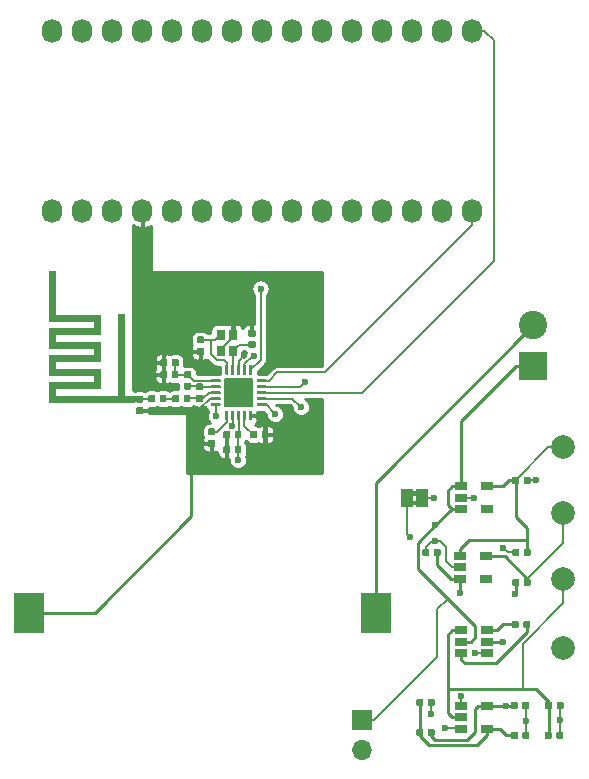
<source format=gbr>
G04 #@! TF.GenerationSoftware,KiCad,Pcbnew,(5.1.5-0-10_14)*
G04 #@! TF.CreationDate,2020-08-20T12:56:15-04:00*
G04 #@! TF.ProjectId,ESLO_PSP,45534c4f-5f50-4535-902e-6b696361645f,rev?*
G04 #@! TF.SameCoordinates,Original*
G04 #@! TF.FileFunction,Copper,L1,Top*
G04 #@! TF.FilePolarity,Positive*
%FSLAX46Y46*%
G04 Gerber Fmt 4.6, Leading zero omitted, Abs format (unit mm)*
G04 Created by KiCad (PCBNEW (5.1.5-0-10_14)) date 2020-08-20 12:56:15*
%MOMM*%
%LPD*%
G04 APERTURE LIST*
%ADD10C,0.010000*%
%ADD11C,0.100000*%
%ADD12C,2.000000*%
%ADD13O,1.700000X1.700000*%
%ADD14R,1.700000X1.700000*%
%ADD15C,0.250000*%
%ADD16R,1.000000X1.500000*%
%ADD17R,0.750000X0.850000*%
%ADD18R,1.060000X0.650000*%
%ADD19C,2.400000*%
%ADD20R,2.400000X2.400000*%
%ADD21R,2.540000X3.510000*%
%ADD22O,1.727200X2.032000*%
%ADD23C,0.600000*%
%ADD24C,0.250000*%
%ADD25C,0.152400*%
%ADD26C,0.500000*%
%ADD27C,0.254000*%
G04 APERTURE END LIST*
D10*
G36*
X119761000Y-72960600D02*
G01*
X119761000Y-72367933D01*
X115951000Y-72367933D01*
X115951000Y-70674600D01*
X119761000Y-70674600D01*
X119761000Y-70081933D01*
X115951000Y-70081933D01*
X115951000Y-68388600D01*
X119761000Y-68388600D01*
X119761000Y-67795933D01*
X115951000Y-67795933D01*
X115951000Y-63562600D01*
X116459000Y-63562600D01*
X116459000Y-67287933D01*
X120269000Y-67287933D01*
X120269000Y-68896600D01*
X116459000Y-68896600D01*
X116459000Y-69573933D01*
X120269000Y-69573933D01*
X120269000Y-71182600D01*
X116459000Y-71182600D01*
X116459000Y-71859933D01*
X120269000Y-71859933D01*
X120269000Y-73468600D01*
X116459000Y-73468600D01*
X116459000Y-74145933D01*
X121793000Y-74145933D01*
X121793000Y-67203267D01*
X122301000Y-67203267D01*
X122301000Y-74145933D01*
X123151000Y-74146600D01*
X123152495Y-74653933D01*
X115951000Y-74653933D01*
X115951000Y-72960600D01*
X119761000Y-72960600D01*
G37*
X119761000Y-72960600D02*
X119761000Y-72367933D01*
X115951000Y-72367933D01*
X115951000Y-70674600D01*
X119761000Y-70674600D01*
X119761000Y-70081933D01*
X115951000Y-70081933D01*
X115951000Y-68388600D01*
X119761000Y-68388600D01*
X119761000Y-67795933D01*
X115951000Y-67795933D01*
X115951000Y-63562600D01*
X116459000Y-63562600D01*
X116459000Y-67287933D01*
X120269000Y-67287933D01*
X120269000Y-68896600D01*
X116459000Y-68896600D01*
X116459000Y-69573933D01*
X120269000Y-69573933D01*
X120269000Y-71182600D01*
X116459000Y-71182600D01*
X116459000Y-71859933D01*
X120269000Y-71859933D01*
X120269000Y-73468600D01*
X116459000Y-73468600D01*
X116459000Y-74145933D01*
X121793000Y-74145933D01*
X121793000Y-67203267D01*
X122301000Y-67203267D01*
X122301000Y-74145933D01*
X123151000Y-74146600D01*
X123152495Y-74653933D01*
X115951000Y-74653933D01*
X115951000Y-72960600D01*
X119761000Y-72960600D01*
D11*
G36*
X146674000Y-82204000D02*
G01*
X147174000Y-82204000D01*
X147174000Y-82604000D01*
X146674000Y-82604000D01*
X146674000Y-82204000D01*
G37*
G36*
X146674000Y-83004000D02*
G01*
X147174000Y-83004000D01*
X147174000Y-83404000D01*
X146674000Y-83404000D01*
X146674000Y-83004000D01*
G37*
D12*
X159512000Y-95504000D03*
X159512000Y-89662000D03*
X159512000Y-84074000D03*
X159512000Y-78486000D03*
D13*
X142494000Y-104140000D03*
D14*
X142494000Y-101600000D03*
D15*
X123001000Y-74396600D03*
D16*
X147574000Y-82804000D03*
X146274000Y-82804000D03*
G04 #@! TA.AperFunction,SMDPad,CuDef*
D11*
G36*
X155505958Y-100010710D02*
G01*
X155520276Y-100012834D01*
X155534317Y-100016351D01*
X155547946Y-100021228D01*
X155561031Y-100027417D01*
X155573447Y-100034858D01*
X155585073Y-100043481D01*
X155595798Y-100053202D01*
X155605519Y-100063927D01*
X155614142Y-100075553D01*
X155621583Y-100087969D01*
X155627772Y-100101054D01*
X155632649Y-100114683D01*
X155636166Y-100128724D01*
X155638290Y-100143042D01*
X155639000Y-100157500D01*
X155639000Y-100502500D01*
X155638290Y-100516958D01*
X155636166Y-100531276D01*
X155632649Y-100545317D01*
X155627772Y-100558946D01*
X155621583Y-100572031D01*
X155614142Y-100584447D01*
X155605519Y-100596073D01*
X155595798Y-100606798D01*
X155585073Y-100616519D01*
X155573447Y-100625142D01*
X155561031Y-100632583D01*
X155547946Y-100638772D01*
X155534317Y-100643649D01*
X155520276Y-100647166D01*
X155505958Y-100649290D01*
X155491500Y-100650000D01*
X155196500Y-100650000D01*
X155182042Y-100649290D01*
X155167724Y-100647166D01*
X155153683Y-100643649D01*
X155140054Y-100638772D01*
X155126969Y-100632583D01*
X155114553Y-100625142D01*
X155102927Y-100616519D01*
X155092202Y-100606798D01*
X155082481Y-100596073D01*
X155073858Y-100584447D01*
X155066417Y-100572031D01*
X155060228Y-100558946D01*
X155055351Y-100545317D01*
X155051834Y-100531276D01*
X155049710Y-100516958D01*
X155049000Y-100502500D01*
X155049000Y-100157500D01*
X155049710Y-100143042D01*
X155051834Y-100128724D01*
X155055351Y-100114683D01*
X155060228Y-100101054D01*
X155066417Y-100087969D01*
X155073858Y-100075553D01*
X155082481Y-100063927D01*
X155092202Y-100053202D01*
X155102927Y-100043481D01*
X155114553Y-100034858D01*
X155126969Y-100027417D01*
X155140054Y-100021228D01*
X155153683Y-100016351D01*
X155167724Y-100012834D01*
X155182042Y-100010710D01*
X155196500Y-100010000D01*
X155491500Y-100010000D01*
X155505958Y-100010710D01*
G37*
G04 #@! TD.AperFunction*
G04 #@! TA.AperFunction,SMDPad,CuDef*
G36*
X156475958Y-100010710D02*
G01*
X156490276Y-100012834D01*
X156504317Y-100016351D01*
X156517946Y-100021228D01*
X156531031Y-100027417D01*
X156543447Y-100034858D01*
X156555073Y-100043481D01*
X156565798Y-100053202D01*
X156575519Y-100063927D01*
X156584142Y-100075553D01*
X156591583Y-100087969D01*
X156597772Y-100101054D01*
X156602649Y-100114683D01*
X156606166Y-100128724D01*
X156608290Y-100143042D01*
X156609000Y-100157500D01*
X156609000Y-100502500D01*
X156608290Y-100516958D01*
X156606166Y-100531276D01*
X156602649Y-100545317D01*
X156597772Y-100558946D01*
X156591583Y-100572031D01*
X156584142Y-100584447D01*
X156575519Y-100596073D01*
X156565798Y-100606798D01*
X156555073Y-100616519D01*
X156543447Y-100625142D01*
X156531031Y-100632583D01*
X156517946Y-100638772D01*
X156504317Y-100643649D01*
X156490276Y-100647166D01*
X156475958Y-100649290D01*
X156461500Y-100650000D01*
X156166500Y-100650000D01*
X156152042Y-100649290D01*
X156137724Y-100647166D01*
X156123683Y-100643649D01*
X156110054Y-100638772D01*
X156096969Y-100632583D01*
X156084553Y-100625142D01*
X156072927Y-100616519D01*
X156062202Y-100606798D01*
X156052481Y-100596073D01*
X156043858Y-100584447D01*
X156036417Y-100572031D01*
X156030228Y-100558946D01*
X156025351Y-100545317D01*
X156021834Y-100531276D01*
X156019710Y-100516958D01*
X156019000Y-100502500D01*
X156019000Y-100157500D01*
X156019710Y-100143042D01*
X156021834Y-100128724D01*
X156025351Y-100114683D01*
X156030228Y-100101054D01*
X156036417Y-100087969D01*
X156043858Y-100075553D01*
X156052481Y-100063927D01*
X156062202Y-100053202D01*
X156072927Y-100043481D01*
X156084553Y-100034858D01*
X156096969Y-100027417D01*
X156110054Y-100021228D01*
X156123683Y-100016351D01*
X156137724Y-100012834D01*
X156152042Y-100010710D01*
X156166500Y-100010000D01*
X156461500Y-100010000D01*
X156475958Y-100010710D01*
G37*
G04 #@! TD.AperFunction*
D17*
X130492500Y-70294500D03*
X130492500Y-68944500D03*
X131542500Y-68944500D03*
X131542500Y-70294500D03*
G04 #@! TA.AperFunction,SMDPad,CuDef*
D11*
G36*
X133085126Y-75375801D02*
G01*
X133091193Y-75376701D01*
X133097143Y-75378191D01*
X133102918Y-75380258D01*
X133108462Y-75382880D01*
X133113723Y-75386033D01*
X133118650Y-75389687D01*
X133123194Y-75393806D01*
X133127313Y-75398350D01*
X133130967Y-75403277D01*
X133134120Y-75408538D01*
X133136742Y-75414082D01*
X133138809Y-75419857D01*
X133140299Y-75425807D01*
X133141199Y-75431874D01*
X133141500Y-75438000D01*
X133141500Y-76138000D01*
X133141199Y-76144126D01*
X133140299Y-76150193D01*
X133138809Y-76156143D01*
X133136742Y-76161918D01*
X133134120Y-76167462D01*
X133130967Y-76172723D01*
X133127313Y-76177650D01*
X133123194Y-76182194D01*
X133118650Y-76186313D01*
X133113723Y-76189967D01*
X133108462Y-76193120D01*
X133102918Y-76195742D01*
X133097143Y-76197809D01*
X133091193Y-76199299D01*
X133085126Y-76200199D01*
X133079000Y-76200500D01*
X132954000Y-76200500D01*
X132947874Y-76200199D01*
X132941807Y-76199299D01*
X132935857Y-76197809D01*
X132930082Y-76195742D01*
X132924538Y-76193120D01*
X132919277Y-76189967D01*
X132914350Y-76186313D01*
X132909806Y-76182194D01*
X132905687Y-76177650D01*
X132902033Y-76172723D01*
X132898880Y-76167462D01*
X132896258Y-76161918D01*
X132894191Y-76156143D01*
X132892701Y-76150193D01*
X132891801Y-76144126D01*
X132891500Y-76138000D01*
X132891500Y-75438000D01*
X132891801Y-75431874D01*
X132892701Y-75425807D01*
X132894191Y-75419857D01*
X132896258Y-75414082D01*
X132898880Y-75408538D01*
X132902033Y-75403277D01*
X132905687Y-75398350D01*
X132909806Y-75393806D01*
X132914350Y-75389687D01*
X132919277Y-75386033D01*
X132924538Y-75382880D01*
X132930082Y-75380258D01*
X132935857Y-75378191D01*
X132941807Y-75376701D01*
X132947874Y-75375801D01*
X132954000Y-75375500D01*
X133079000Y-75375500D01*
X133085126Y-75375801D01*
G37*
G04 #@! TD.AperFunction*
G04 #@! TA.AperFunction,SMDPad,CuDef*
G36*
X132585126Y-75375801D02*
G01*
X132591193Y-75376701D01*
X132597143Y-75378191D01*
X132602918Y-75380258D01*
X132608462Y-75382880D01*
X132613723Y-75386033D01*
X132618650Y-75389687D01*
X132623194Y-75393806D01*
X132627313Y-75398350D01*
X132630967Y-75403277D01*
X132634120Y-75408538D01*
X132636742Y-75414082D01*
X132638809Y-75419857D01*
X132640299Y-75425807D01*
X132641199Y-75431874D01*
X132641500Y-75438000D01*
X132641500Y-76138000D01*
X132641199Y-76144126D01*
X132640299Y-76150193D01*
X132638809Y-76156143D01*
X132636742Y-76161918D01*
X132634120Y-76167462D01*
X132630967Y-76172723D01*
X132627313Y-76177650D01*
X132623194Y-76182194D01*
X132618650Y-76186313D01*
X132613723Y-76189967D01*
X132608462Y-76193120D01*
X132602918Y-76195742D01*
X132597143Y-76197809D01*
X132591193Y-76199299D01*
X132585126Y-76200199D01*
X132579000Y-76200500D01*
X132454000Y-76200500D01*
X132447874Y-76200199D01*
X132441807Y-76199299D01*
X132435857Y-76197809D01*
X132430082Y-76195742D01*
X132424538Y-76193120D01*
X132419277Y-76189967D01*
X132414350Y-76186313D01*
X132409806Y-76182194D01*
X132405687Y-76177650D01*
X132402033Y-76172723D01*
X132398880Y-76167462D01*
X132396258Y-76161918D01*
X132394191Y-76156143D01*
X132392701Y-76150193D01*
X132391801Y-76144126D01*
X132391500Y-76138000D01*
X132391500Y-75438000D01*
X132391801Y-75431874D01*
X132392701Y-75425807D01*
X132394191Y-75419857D01*
X132396258Y-75414082D01*
X132398880Y-75408538D01*
X132402033Y-75403277D01*
X132405687Y-75398350D01*
X132409806Y-75393806D01*
X132414350Y-75389687D01*
X132419277Y-75386033D01*
X132424538Y-75382880D01*
X132430082Y-75380258D01*
X132435857Y-75378191D01*
X132441807Y-75376701D01*
X132447874Y-75375801D01*
X132454000Y-75375500D01*
X132579000Y-75375500D01*
X132585126Y-75375801D01*
G37*
G04 #@! TD.AperFunction*
G04 #@! TA.AperFunction,SMDPad,CuDef*
G36*
X132085126Y-75375801D02*
G01*
X132091193Y-75376701D01*
X132097143Y-75378191D01*
X132102918Y-75380258D01*
X132108462Y-75382880D01*
X132113723Y-75386033D01*
X132118650Y-75389687D01*
X132123194Y-75393806D01*
X132127313Y-75398350D01*
X132130967Y-75403277D01*
X132134120Y-75408538D01*
X132136742Y-75414082D01*
X132138809Y-75419857D01*
X132140299Y-75425807D01*
X132141199Y-75431874D01*
X132141500Y-75438000D01*
X132141500Y-76138000D01*
X132141199Y-76144126D01*
X132140299Y-76150193D01*
X132138809Y-76156143D01*
X132136742Y-76161918D01*
X132134120Y-76167462D01*
X132130967Y-76172723D01*
X132127313Y-76177650D01*
X132123194Y-76182194D01*
X132118650Y-76186313D01*
X132113723Y-76189967D01*
X132108462Y-76193120D01*
X132102918Y-76195742D01*
X132097143Y-76197809D01*
X132091193Y-76199299D01*
X132085126Y-76200199D01*
X132079000Y-76200500D01*
X131954000Y-76200500D01*
X131947874Y-76200199D01*
X131941807Y-76199299D01*
X131935857Y-76197809D01*
X131930082Y-76195742D01*
X131924538Y-76193120D01*
X131919277Y-76189967D01*
X131914350Y-76186313D01*
X131909806Y-76182194D01*
X131905687Y-76177650D01*
X131902033Y-76172723D01*
X131898880Y-76167462D01*
X131896258Y-76161918D01*
X131894191Y-76156143D01*
X131892701Y-76150193D01*
X131891801Y-76144126D01*
X131891500Y-76138000D01*
X131891500Y-75438000D01*
X131891801Y-75431874D01*
X131892701Y-75425807D01*
X131894191Y-75419857D01*
X131896258Y-75414082D01*
X131898880Y-75408538D01*
X131902033Y-75403277D01*
X131905687Y-75398350D01*
X131909806Y-75393806D01*
X131914350Y-75389687D01*
X131919277Y-75386033D01*
X131924538Y-75382880D01*
X131930082Y-75380258D01*
X131935857Y-75378191D01*
X131941807Y-75376701D01*
X131947874Y-75375801D01*
X131954000Y-75375500D01*
X132079000Y-75375500D01*
X132085126Y-75375801D01*
G37*
G04 #@! TD.AperFunction*
G04 #@! TA.AperFunction,SMDPad,CuDef*
G36*
X131585126Y-75375801D02*
G01*
X131591193Y-75376701D01*
X131597143Y-75378191D01*
X131602918Y-75380258D01*
X131608462Y-75382880D01*
X131613723Y-75386033D01*
X131618650Y-75389687D01*
X131623194Y-75393806D01*
X131627313Y-75398350D01*
X131630967Y-75403277D01*
X131634120Y-75408538D01*
X131636742Y-75414082D01*
X131638809Y-75419857D01*
X131640299Y-75425807D01*
X131641199Y-75431874D01*
X131641500Y-75438000D01*
X131641500Y-76138000D01*
X131641199Y-76144126D01*
X131640299Y-76150193D01*
X131638809Y-76156143D01*
X131636742Y-76161918D01*
X131634120Y-76167462D01*
X131630967Y-76172723D01*
X131627313Y-76177650D01*
X131623194Y-76182194D01*
X131618650Y-76186313D01*
X131613723Y-76189967D01*
X131608462Y-76193120D01*
X131602918Y-76195742D01*
X131597143Y-76197809D01*
X131591193Y-76199299D01*
X131585126Y-76200199D01*
X131579000Y-76200500D01*
X131454000Y-76200500D01*
X131447874Y-76200199D01*
X131441807Y-76199299D01*
X131435857Y-76197809D01*
X131430082Y-76195742D01*
X131424538Y-76193120D01*
X131419277Y-76189967D01*
X131414350Y-76186313D01*
X131409806Y-76182194D01*
X131405687Y-76177650D01*
X131402033Y-76172723D01*
X131398880Y-76167462D01*
X131396258Y-76161918D01*
X131394191Y-76156143D01*
X131392701Y-76150193D01*
X131391801Y-76144126D01*
X131391500Y-76138000D01*
X131391500Y-75438000D01*
X131391801Y-75431874D01*
X131392701Y-75425807D01*
X131394191Y-75419857D01*
X131396258Y-75414082D01*
X131398880Y-75408538D01*
X131402033Y-75403277D01*
X131405687Y-75398350D01*
X131409806Y-75393806D01*
X131414350Y-75389687D01*
X131419277Y-75386033D01*
X131424538Y-75382880D01*
X131430082Y-75380258D01*
X131435857Y-75378191D01*
X131441807Y-75376701D01*
X131447874Y-75375801D01*
X131454000Y-75375500D01*
X131579000Y-75375500D01*
X131585126Y-75375801D01*
G37*
G04 #@! TD.AperFunction*
G04 #@! TA.AperFunction,SMDPad,CuDef*
G36*
X131085126Y-75375801D02*
G01*
X131091193Y-75376701D01*
X131097143Y-75378191D01*
X131102918Y-75380258D01*
X131108462Y-75382880D01*
X131113723Y-75386033D01*
X131118650Y-75389687D01*
X131123194Y-75393806D01*
X131127313Y-75398350D01*
X131130967Y-75403277D01*
X131134120Y-75408538D01*
X131136742Y-75414082D01*
X131138809Y-75419857D01*
X131140299Y-75425807D01*
X131141199Y-75431874D01*
X131141500Y-75438000D01*
X131141500Y-76138000D01*
X131141199Y-76144126D01*
X131140299Y-76150193D01*
X131138809Y-76156143D01*
X131136742Y-76161918D01*
X131134120Y-76167462D01*
X131130967Y-76172723D01*
X131127313Y-76177650D01*
X131123194Y-76182194D01*
X131118650Y-76186313D01*
X131113723Y-76189967D01*
X131108462Y-76193120D01*
X131102918Y-76195742D01*
X131097143Y-76197809D01*
X131091193Y-76199299D01*
X131085126Y-76200199D01*
X131079000Y-76200500D01*
X130954000Y-76200500D01*
X130947874Y-76200199D01*
X130941807Y-76199299D01*
X130935857Y-76197809D01*
X130930082Y-76195742D01*
X130924538Y-76193120D01*
X130919277Y-76189967D01*
X130914350Y-76186313D01*
X130909806Y-76182194D01*
X130905687Y-76177650D01*
X130902033Y-76172723D01*
X130898880Y-76167462D01*
X130896258Y-76161918D01*
X130894191Y-76156143D01*
X130892701Y-76150193D01*
X130891801Y-76144126D01*
X130891500Y-76138000D01*
X130891500Y-75438000D01*
X130891801Y-75431874D01*
X130892701Y-75425807D01*
X130894191Y-75419857D01*
X130896258Y-75414082D01*
X130898880Y-75408538D01*
X130902033Y-75403277D01*
X130905687Y-75398350D01*
X130909806Y-75393806D01*
X130914350Y-75389687D01*
X130919277Y-75386033D01*
X130924538Y-75382880D01*
X130930082Y-75380258D01*
X130935857Y-75378191D01*
X130941807Y-75376701D01*
X130947874Y-75375801D01*
X130954000Y-75375500D01*
X131079000Y-75375500D01*
X131085126Y-75375801D01*
G37*
G04 #@! TD.AperFunction*
G04 #@! TA.AperFunction,SMDPad,CuDef*
G36*
X130435126Y-74725801D02*
G01*
X130441193Y-74726701D01*
X130447143Y-74728191D01*
X130452918Y-74730258D01*
X130458462Y-74732880D01*
X130463723Y-74736033D01*
X130468650Y-74739687D01*
X130473194Y-74743806D01*
X130477313Y-74748350D01*
X130480967Y-74753277D01*
X130484120Y-74758538D01*
X130486742Y-74764082D01*
X130488809Y-74769857D01*
X130490299Y-74775807D01*
X130491199Y-74781874D01*
X130491500Y-74788000D01*
X130491500Y-74913000D01*
X130491199Y-74919126D01*
X130490299Y-74925193D01*
X130488809Y-74931143D01*
X130486742Y-74936918D01*
X130484120Y-74942462D01*
X130480967Y-74947723D01*
X130477313Y-74952650D01*
X130473194Y-74957194D01*
X130468650Y-74961313D01*
X130463723Y-74964967D01*
X130458462Y-74968120D01*
X130452918Y-74970742D01*
X130447143Y-74972809D01*
X130441193Y-74974299D01*
X130435126Y-74975199D01*
X130429000Y-74975500D01*
X129729000Y-74975500D01*
X129722874Y-74975199D01*
X129716807Y-74974299D01*
X129710857Y-74972809D01*
X129705082Y-74970742D01*
X129699538Y-74968120D01*
X129694277Y-74964967D01*
X129689350Y-74961313D01*
X129684806Y-74957194D01*
X129680687Y-74952650D01*
X129677033Y-74947723D01*
X129673880Y-74942462D01*
X129671258Y-74936918D01*
X129669191Y-74931143D01*
X129667701Y-74925193D01*
X129666801Y-74919126D01*
X129666500Y-74913000D01*
X129666500Y-74788000D01*
X129666801Y-74781874D01*
X129667701Y-74775807D01*
X129669191Y-74769857D01*
X129671258Y-74764082D01*
X129673880Y-74758538D01*
X129677033Y-74753277D01*
X129680687Y-74748350D01*
X129684806Y-74743806D01*
X129689350Y-74739687D01*
X129694277Y-74736033D01*
X129699538Y-74732880D01*
X129705082Y-74730258D01*
X129710857Y-74728191D01*
X129716807Y-74726701D01*
X129722874Y-74725801D01*
X129729000Y-74725500D01*
X130429000Y-74725500D01*
X130435126Y-74725801D01*
G37*
G04 #@! TD.AperFunction*
G04 #@! TA.AperFunction,SMDPad,CuDef*
G36*
X130435126Y-74225801D02*
G01*
X130441193Y-74226701D01*
X130447143Y-74228191D01*
X130452918Y-74230258D01*
X130458462Y-74232880D01*
X130463723Y-74236033D01*
X130468650Y-74239687D01*
X130473194Y-74243806D01*
X130477313Y-74248350D01*
X130480967Y-74253277D01*
X130484120Y-74258538D01*
X130486742Y-74264082D01*
X130488809Y-74269857D01*
X130490299Y-74275807D01*
X130491199Y-74281874D01*
X130491500Y-74288000D01*
X130491500Y-74413000D01*
X130491199Y-74419126D01*
X130490299Y-74425193D01*
X130488809Y-74431143D01*
X130486742Y-74436918D01*
X130484120Y-74442462D01*
X130480967Y-74447723D01*
X130477313Y-74452650D01*
X130473194Y-74457194D01*
X130468650Y-74461313D01*
X130463723Y-74464967D01*
X130458462Y-74468120D01*
X130452918Y-74470742D01*
X130447143Y-74472809D01*
X130441193Y-74474299D01*
X130435126Y-74475199D01*
X130429000Y-74475500D01*
X129729000Y-74475500D01*
X129722874Y-74475199D01*
X129716807Y-74474299D01*
X129710857Y-74472809D01*
X129705082Y-74470742D01*
X129699538Y-74468120D01*
X129694277Y-74464967D01*
X129689350Y-74461313D01*
X129684806Y-74457194D01*
X129680687Y-74452650D01*
X129677033Y-74447723D01*
X129673880Y-74442462D01*
X129671258Y-74436918D01*
X129669191Y-74431143D01*
X129667701Y-74425193D01*
X129666801Y-74419126D01*
X129666500Y-74413000D01*
X129666500Y-74288000D01*
X129666801Y-74281874D01*
X129667701Y-74275807D01*
X129669191Y-74269857D01*
X129671258Y-74264082D01*
X129673880Y-74258538D01*
X129677033Y-74253277D01*
X129680687Y-74248350D01*
X129684806Y-74243806D01*
X129689350Y-74239687D01*
X129694277Y-74236033D01*
X129699538Y-74232880D01*
X129705082Y-74230258D01*
X129710857Y-74228191D01*
X129716807Y-74226701D01*
X129722874Y-74225801D01*
X129729000Y-74225500D01*
X130429000Y-74225500D01*
X130435126Y-74225801D01*
G37*
G04 #@! TD.AperFunction*
G04 #@! TA.AperFunction,SMDPad,CuDef*
G36*
X130435126Y-73725801D02*
G01*
X130441193Y-73726701D01*
X130447143Y-73728191D01*
X130452918Y-73730258D01*
X130458462Y-73732880D01*
X130463723Y-73736033D01*
X130468650Y-73739687D01*
X130473194Y-73743806D01*
X130477313Y-73748350D01*
X130480967Y-73753277D01*
X130484120Y-73758538D01*
X130486742Y-73764082D01*
X130488809Y-73769857D01*
X130490299Y-73775807D01*
X130491199Y-73781874D01*
X130491500Y-73788000D01*
X130491500Y-73913000D01*
X130491199Y-73919126D01*
X130490299Y-73925193D01*
X130488809Y-73931143D01*
X130486742Y-73936918D01*
X130484120Y-73942462D01*
X130480967Y-73947723D01*
X130477313Y-73952650D01*
X130473194Y-73957194D01*
X130468650Y-73961313D01*
X130463723Y-73964967D01*
X130458462Y-73968120D01*
X130452918Y-73970742D01*
X130447143Y-73972809D01*
X130441193Y-73974299D01*
X130435126Y-73975199D01*
X130429000Y-73975500D01*
X129729000Y-73975500D01*
X129722874Y-73975199D01*
X129716807Y-73974299D01*
X129710857Y-73972809D01*
X129705082Y-73970742D01*
X129699538Y-73968120D01*
X129694277Y-73964967D01*
X129689350Y-73961313D01*
X129684806Y-73957194D01*
X129680687Y-73952650D01*
X129677033Y-73947723D01*
X129673880Y-73942462D01*
X129671258Y-73936918D01*
X129669191Y-73931143D01*
X129667701Y-73925193D01*
X129666801Y-73919126D01*
X129666500Y-73913000D01*
X129666500Y-73788000D01*
X129666801Y-73781874D01*
X129667701Y-73775807D01*
X129669191Y-73769857D01*
X129671258Y-73764082D01*
X129673880Y-73758538D01*
X129677033Y-73753277D01*
X129680687Y-73748350D01*
X129684806Y-73743806D01*
X129689350Y-73739687D01*
X129694277Y-73736033D01*
X129699538Y-73732880D01*
X129705082Y-73730258D01*
X129710857Y-73728191D01*
X129716807Y-73726701D01*
X129722874Y-73725801D01*
X129729000Y-73725500D01*
X130429000Y-73725500D01*
X130435126Y-73725801D01*
G37*
G04 #@! TD.AperFunction*
G04 #@! TA.AperFunction,SMDPad,CuDef*
G36*
X130435126Y-73225801D02*
G01*
X130441193Y-73226701D01*
X130447143Y-73228191D01*
X130452918Y-73230258D01*
X130458462Y-73232880D01*
X130463723Y-73236033D01*
X130468650Y-73239687D01*
X130473194Y-73243806D01*
X130477313Y-73248350D01*
X130480967Y-73253277D01*
X130484120Y-73258538D01*
X130486742Y-73264082D01*
X130488809Y-73269857D01*
X130490299Y-73275807D01*
X130491199Y-73281874D01*
X130491500Y-73288000D01*
X130491500Y-73413000D01*
X130491199Y-73419126D01*
X130490299Y-73425193D01*
X130488809Y-73431143D01*
X130486742Y-73436918D01*
X130484120Y-73442462D01*
X130480967Y-73447723D01*
X130477313Y-73452650D01*
X130473194Y-73457194D01*
X130468650Y-73461313D01*
X130463723Y-73464967D01*
X130458462Y-73468120D01*
X130452918Y-73470742D01*
X130447143Y-73472809D01*
X130441193Y-73474299D01*
X130435126Y-73475199D01*
X130429000Y-73475500D01*
X129729000Y-73475500D01*
X129722874Y-73475199D01*
X129716807Y-73474299D01*
X129710857Y-73472809D01*
X129705082Y-73470742D01*
X129699538Y-73468120D01*
X129694277Y-73464967D01*
X129689350Y-73461313D01*
X129684806Y-73457194D01*
X129680687Y-73452650D01*
X129677033Y-73447723D01*
X129673880Y-73442462D01*
X129671258Y-73436918D01*
X129669191Y-73431143D01*
X129667701Y-73425193D01*
X129666801Y-73419126D01*
X129666500Y-73413000D01*
X129666500Y-73288000D01*
X129666801Y-73281874D01*
X129667701Y-73275807D01*
X129669191Y-73269857D01*
X129671258Y-73264082D01*
X129673880Y-73258538D01*
X129677033Y-73253277D01*
X129680687Y-73248350D01*
X129684806Y-73243806D01*
X129689350Y-73239687D01*
X129694277Y-73236033D01*
X129699538Y-73232880D01*
X129705082Y-73230258D01*
X129710857Y-73228191D01*
X129716807Y-73226701D01*
X129722874Y-73225801D01*
X129729000Y-73225500D01*
X130429000Y-73225500D01*
X130435126Y-73225801D01*
G37*
G04 #@! TD.AperFunction*
G04 #@! TA.AperFunction,SMDPad,CuDef*
G36*
X130435126Y-72725801D02*
G01*
X130441193Y-72726701D01*
X130447143Y-72728191D01*
X130452918Y-72730258D01*
X130458462Y-72732880D01*
X130463723Y-72736033D01*
X130468650Y-72739687D01*
X130473194Y-72743806D01*
X130477313Y-72748350D01*
X130480967Y-72753277D01*
X130484120Y-72758538D01*
X130486742Y-72764082D01*
X130488809Y-72769857D01*
X130490299Y-72775807D01*
X130491199Y-72781874D01*
X130491500Y-72788000D01*
X130491500Y-72913000D01*
X130491199Y-72919126D01*
X130490299Y-72925193D01*
X130488809Y-72931143D01*
X130486742Y-72936918D01*
X130484120Y-72942462D01*
X130480967Y-72947723D01*
X130477313Y-72952650D01*
X130473194Y-72957194D01*
X130468650Y-72961313D01*
X130463723Y-72964967D01*
X130458462Y-72968120D01*
X130452918Y-72970742D01*
X130447143Y-72972809D01*
X130441193Y-72974299D01*
X130435126Y-72975199D01*
X130429000Y-72975500D01*
X129729000Y-72975500D01*
X129722874Y-72975199D01*
X129716807Y-72974299D01*
X129710857Y-72972809D01*
X129705082Y-72970742D01*
X129699538Y-72968120D01*
X129694277Y-72964967D01*
X129689350Y-72961313D01*
X129684806Y-72957194D01*
X129680687Y-72952650D01*
X129677033Y-72947723D01*
X129673880Y-72942462D01*
X129671258Y-72936918D01*
X129669191Y-72931143D01*
X129667701Y-72925193D01*
X129666801Y-72919126D01*
X129666500Y-72913000D01*
X129666500Y-72788000D01*
X129666801Y-72781874D01*
X129667701Y-72775807D01*
X129669191Y-72769857D01*
X129671258Y-72764082D01*
X129673880Y-72758538D01*
X129677033Y-72753277D01*
X129680687Y-72748350D01*
X129684806Y-72743806D01*
X129689350Y-72739687D01*
X129694277Y-72736033D01*
X129699538Y-72732880D01*
X129705082Y-72730258D01*
X129710857Y-72728191D01*
X129716807Y-72726701D01*
X129722874Y-72725801D01*
X129729000Y-72725500D01*
X130429000Y-72725500D01*
X130435126Y-72725801D01*
G37*
G04 #@! TD.AperFunction*
G04 #@! TA.AperFunction,SMDPad,CuDef*
G36*
X131085126Y-71500801D02*
G01*
X131091193Y-71501701D01*
X131097143Y-71503191D01*
X131102918Y-71505258D01*
X131108462Y-71507880D01*
X131113723Y-71511033D01*
X131118650Y-71514687D01*
X131123194Y-71518806D01*
X131127313Y-71523350D01*
X131130967Y-71528277D01*
X131134120Y-71533538D01*
X131136742Y-71539082D01*
X131138809Y-71544857D01*
X131140299Y-71550807D01*
X131141199Y-71556874D01*
X131141500Y-71563000D01*
X131141500Y-72263000D01*
X131141199Y-72269126D01*
X131140299Y-72275193D01*
X131138809Y-72281143D01*
X131136742Y-72286918D01*
X131134120Y-72292462D01*
X131130967Y-72297723D01*
X131127313Y-72302650D01*
X131123194Y-72307194D01*
X131118650Y-72311313D01*
X131113723Y-72314967D01*
X131108462Y-72318120D01*
X131102918Y-72320742D01*
X131097143Y-72322809D01*
X131091193Y-72324299D01*
X131085126Y-72325199D01*
X131079000Y-72325500D01*
X130954000Y-72325500D01*
X130947874Y-72325199D01*
X130941807Y-72324299D01*
X130935857Y-72322809D01*
X130930082Y-72320742D01*
X130924538Y-72318120D01*
X130919277Y-72314967D01*
X130914350Y-72311313D01*
X130909806Y-72307194D01*
X130905687Y-72302650D01*
X130902033Y-72297723D01*
X130898880Y-72292462D01*
X130896258Y-72286918D01*
X130894191Y-72281143D01*
X130892701Y-72275193D01*
X130891801Y-72269126D01*
X130891500Y-72263000D01*
X130891500Y-71563000D01*
X130891801Y-71556874D01*
X130892701Y-71550807D01*
X130894191Y-71544857D01*
X130896258Y-71539082D01*
X130898880Y-71533538D01*
X130902033Y-71528277D01*
X130905687Y-71523350D01*
X130909806Y-71518806D01*
X130914350Y-71514687D01*
X130919277Y-71511033D01*
X130924538Y-71507880D01*
X130930082Y-71505258D01*
X130935857Y-71503191D01*
X130941807Y-71501701D01*
X130947874Y-71500801D01*
X130954000Y-71500500D01*
X131079000Y-71500500D01*
X131085126Y-71500801D01*
G37*
G04 #@! TD.AperFunction*
G04 #@! TA.AperFunction,SMDPad,CuDef*
G36*
X131585126Y-71500801D02*
G01*
X131591193Y-71501701D01*
X131597143Y-71503191D01*
X131602918Y-71505258D01*
X131608462Y-71507880D01*
X131613723Y-71511033D01*
X131618650Y-71514687D01*
X131623194Y-71518806D01*
X131627313Y-71523350D01*
X131630967Y-71528277D01*
X131634120Y-71533538D01*
X131636742Y-71539082D01*
X131638809Y-71544857D01*
X131640299Y-71550807D01*
X131641199Y-71556874D01*
X131641500Y-71563000D01*
X131641500Y-72263000D01*
X131641199Y-72269126D01*
X131640299Y-72275193D01*
X131638809Y-72281143D01*
X131636742Y-72286918D01*
X131634120Y-72292462D01*
X131630967Y-72297723D01*
X131627313Y-72302650D01*
X131623194Y-72307194D01*
X131618650Y-72311313D01*
X131613723Y-72314967D01*
X131608462Y-72318120D01*
X131602918Y-72320742D01*
X131597143Y-72322809D01*
X131591193Y-72324299D01*
X131585126Y-72325199D01*
X131579000Y-72325500D01*
X131454000Y-72325500D01*
X131447874Y-72325199D01*
X131441807Y-72324299D01*
X131435857Y-72322809D01*
X131430082Y-72320742D01*
X131424538Y-72318120D01*
X131419277Y-72314967D01*
X131414350Y-72311313D01*
X131409806Y-72307194D01*
X131405687Y-72302650D01*
X131402033Y-72297723D01*
X131398880Y-72292462D01*
X131396258Y-72286918D01*
X131394191Y-72281143D01*
X131392701Y-72275193D01*
X131391801Y-72269126D01*
X131391500Y-72263000D01*
X131391500Y-71563000D01*
X131391801Y-71556874D01*
X131392701Y-71550807D01*
X131394191Y-71544857D01*
X131396258Y-71539082D01*
X131398880Y-71533538D01*
X131402033Y-71528277D01*
X131405687Y-71523350D01*
X131409806Y-71518806D01*
X131414350Y-71514687D01*
X131419277Y-71511033D01*
X131424538Y-71507880D01*
X131430082Y-71505258D01*
X131435857Y-71503191D01*
X131441807Y-71501701D01*
X131447874Y-71500801D01*
X131454000Y-71500500D01*
X131579000Y-71500500D01*
X131585126Y-71500801D01*
G37*
G04 #@! TD.AperFunction*
G04 #@! TA.AperFunction,SMDPad,CuDef*
G36*
X132085126Y-71500801D02*
G01*
X132091193Y-71501701D01*
X132097143Y-71503191D01*
X132102918Y-71505258D01*
X132108462Y-71507880D01*
X132113723Y-71511033D01*
X132118650Y-71514687D01*
X132123194Y-71518806D01*
X132127313Y-71523350D01*
X132130967Y-71528277D01*
X132134120Y-71533538D01*
X132136742Y-71539082D01*
X132138809Y-71544857D01*
X132140299Y-71550807D01*
X132141199Y-71556874D01*
X132141500Y-71563000D01*
X132141500Y-72263000D01*
X132141199Y-72269126D01*
X132140299Y-72275193D01*
X132138809Y-72281143D01*
X132136742Y-72286918D01*
X132134120Y-72292462D01*
X132130967Y-72297723D01*
X132127313Y-72302650D01*
X132123194Y-72307194D01*
X132118650Y-72311313D01*
X132113723Y-72314967D01*
X132108462Y-72318120D01*
X132102918Y-72320742D01*
X132097143Y-72322809D01*
X132091193Y-72324299D01*
X132085126Y-72325199D01*
X132079000Y-72325500D01*
X131954000Y-72325500D01*
X131947874Y-72325199D01*
X131941807Y-72324299D01*
X131935857Y-72322809D01*
X131930082Y-72320742D01*
X131924538Y-72318120D01*
X131919277Y-72314967D01*
X131914350Y-72311313D01*
X131909806Y-72307194D01*
X131905687Y-72302650D01*
X131902033Y-72297723D01*
X131898880Y-72292462D01*
X131896258Y-72286918D01*
X131894191Y-72281143D01*
X131892701Y-72275193D01*
X131891801Y-72269126D01*
X131891500Y-72263000D01*
X131891500Y-71563000D01*
X131891801Y-71556874D01*
X131892701Y-71550807D01*
X131894191Y-71544857D01*
X131896258Y-71539082D01*
X131898880Y-71533538D01*
X131902033Y-71528277D01*
X131905687Y-71523350D01*
X131909806Y-71518806D01*
X131914350Y-71514687D01*
X131919277Y-71511033D01*
X131924538Y-71507880D01*
X131930082Y-71505258D01*
X131935857Y-71503191D01*
X131941807Y-71501701D01*
X131947874Y-71500801D01*
X131954000Y-71500500D01*
X132079000Y-71500500D01*
X132085126Y-71500801D01*
G37*
G04 #@! TD.AperFunction*
G04 #@! TA.AperFunction,SMDPad,CuDef*
G36*
X132585126Y-71500801D02*
G01*
X132591193Y-71501701D01*
X132597143Y-71503191D01*
X132602918Y-71505258D01*
X132608462Y-71507880D01*
X132613723Y-71511033D01*
X132618650Y-71514687D01*
X132623194Y-71518806D01*
X132627313Y-71523350D01*
X132630967Y-71528277D01*
X132634120Y-71533538D01*
X132636742Y-71539082D01*
X132638809Y-71544857D01*
X132640299Y-71550807D01*
X132641199Y-71556874D01*
X132641500Y-71563000D01*
X132641500Y-72263000D01*
X132641199Y-72269126D01*
X132640299Y-72275193D01*
X132638809Y-72281143D01*
X132636742Y-72286918D01*
X132634120Y-72292462D01*
X132630967Y-72297723D01*
X132627313Y-72302650D01*
X132623194Y-72307194D01*
X132618650Y-72311313D01*
X132613723Y-72314967D01*
X132608462Y-72318120D01*
X132602918Y-72320742D01*
X132597143Y-72322809D01*
X132591193Y-72324299D01*
X132585126Y-72325199D01*
X132579000Y-72325500D01*
X132454000Y-72325500D01*
X132447874Y-72325199D01*
X132441807Y-72324299D01*
X132435857Y-72322809D01*
X132430082Y-72320742D01*
X132424538Y-72318120D01*
X132419277Y-72314967D01*
X132414350Y-72311313D01*
X132409806Y-72307194D01*
X132405687Y-72302650D01*
X132402033Y-72297723D01*
X132398880Y-72292462D01*
X132396258Y-72286918D01*
X132394191Y-72281143D01*
X132392701Y-72275193D01*
X132391801Y-72269126D01*
X132391500Y-72263000D01*
X132391500Y-71563000D01*
X132391801Y-71556874D01*
X132392701Y-71550807D01*
X132394191Y-71544857D01*
X132396258Y-71539082D01*
X132398880Y-71533538D01*
X132402033Y-71528277D01*
X132405687Y-71523350D01*
X132409806Y-71518806D01*
X132414350Y-71514687D01*
X132419277Y-71511033D01*
X132424538Y-71507880D01*
X132430082Y-71505258D01*
X132435857Y-71503191D01*
X132441807Y-71501701D01*
X132447874Y-71500801D01*
X132454000Y-71500500D01*
X132579000Y-71500500D01*
X132585126Y-71500801D01*
G37*
G04 #@! TD.AperFunction*
G04 #@! TA.AperFunction,SMDPad,CuDef*
G36*
X133085126Y-71500801D02*
G01*
X133091193Y-71501701D01*
X133097143Y-71503191D01*
X133102918Y-71505258D01*
X133108462Y-71507880D01*
X133113723Y-71511033D01*
X133118650Y-71514687D01*
X133123194Y-71518806D01*
X133127313Y-71523350D01*
X133130967Y-71528277D01*
X133134120Y-71533538D01*
X133136742Y-71539082D01*
X133138809Y-71544857D01*
X133140299Y-71550807D01*
X133141199Y-71556874D01*
X133141500Y-71563000D01*
X133141500Y-72263000D01*
X133141199Y-72269126D01*
X133140299Y-72275193D01*
X133138809Y-72281143D01*
X133136742Y-72286918D01*
X133134120Y-72292462D01*
X133130967Y-72297723D01*
X133127313Y-72302650D01*
X133123194Y-72307194D01*
X133118650Y-72311313D01*
X133113723Y-72314967D01*
X133108462Y-72318120D01*
X133102918Y-72320742D01*
X133097143Y-72322809D01*
X133091193Y-72324299D01*
X133085126Y-72325199D01*
X133079000Y-72325500D01*
X132954000Y-72325500D01*
X132947874Y-72325199D01*
X132941807Y-72324299D01*
X132935857Y-72322809D01*
X132930082Y-72320742D01*
X132924538Y-72318120D01*
X132919277Y-72314967D01*
X132914350Y-72311313D01*
X132909806Y-72307194D01*
X132905687Y-72302650D01*
X132902033Y-72297723D01*
X132898880Y-72292462D01*
X132896258Y-72286918D01*
X132894191Y-72281143D01*
X132892701Y-72275193D01*
X132891801Y-72269126D01*
X132891500Y-72263000D01*
X132891500Y-71563000D01*
X132891801Y-71556874D01*
X132892701Y-71550807D01*
X132894191Y-71544857D01*
X132896258Y-71539082D01*
X132898880Y-71533538D01*
X132902033Y-71528277D01*
X132905687Y-71523350D01*
X132909806Y-71518806D01*
X132914350Y-71514687D01*
X132919277Y-71511033D01*
X132924538Y-71507880D01*
X132930082Y-71505258D01*
X132935857Y-71503191D01*
X132941807Y-71501701D01*
X132947874Y-71500801D01*
X132954000Y-71500500D01*
X133079000Y-71500500D01*
X133085126Y-71500801D01*
G37*
G04 #@! TD.AperFunction*
G04 #@! TA.AperFunction,SMDPad,CuDef*
G36*
X134310126Y-72725801D02*
G01*
X134316193Y-72726701D01*
X134322143Y-72728191D01*
X134327918Y-72730258D01*
X134333462Y-72732880D01*
X134338723Y-72736033D01*
X134343650Y-72739687D01*
X134348194Y-72743806D01*
X134352313Y-72748350D01*
X134355967Y-72753277D01*
X134359120Y-72758538D01*
X134361742Y-72764082D01*
X134363809Y-72769857D01*
X134365299Y-72775807D01*
X134366199Y-72781874D01*
X134366500Y-72788000D01*
X134366500Y-72913000D01*
X134366199Y-72919126D01*
X134365299Y-72925193D01*
X134363809Y-72931143D01*
X134361742Y-72936918D01*
X134359120Y-72942462D01*
X134355967Y-72947723D01*
X134352313Y-72952650D01*
X134348194Y-72957194D01*
X134343650Y-72961313D01*
X134338723Y-72964967D01*
X134333462Y-72968120D01*
X134327918Y-72970742D01*
X134322143Y-72972809D01*
X134316193Y-72974299D01*
X134310126Y-72975199D01*
X134304000Y-72975500D01*
X133604000Y-72975500D01*
X133597874Y-72975199D01*
X133591807Y-72974299D01*
X133585857Y-72972809D01*
X133580082Y-72970742D01*
X133574538Y-72968120D01*
X133569277Y-72964967D01*
X133564350Y-72961313D01*
X133559806Y-72957194D01*
X133555687Y-72952650D01*
X133552033Y-72947723D01*
X133548880Y-72942462D01*
X133546258Y-72936918D01*
X133544191Y-72931143D01*
X133542701Y-72925193D01*
X133541801Y-72919126D01*
X133541500Y-72913000D01*
X133541500Y-72788000D01*
X133541801Y-72781874D01*
X133542701Y-72775807D01*
X133544191Y-72769857D01*
X133546258Y-72764082D01*
X133548880Y-72758538D01*
X133552033Y-72753277D01*
X133555687Y-72748350D01*
X133559806Y-72743806D01*
X133564350Y-72739687D01*
X133569277Y-72736033D01*
X133574538Y-72732880D01*
X133580082Y-72730258D01*
X133585857Y-72728191D01*
X133591807Y-72726701D01*
X133597874Y-72725801D01*
X133604000Y-72725500D01*
X134304000Y-72725500D01*
X134310126Y-72725801D01*
G37*
G04 #@! TD.AperFunction*
G04 #@! TA.AperFunction,SMDPad,CuDef*
G36*
X134310126Y-73225801D02*
G01*
X134316193Y-73226701D01*
X134322143Y-73228191D01*
X134327918Y-73230258D01*
X134333462Y-73232880D01*
X134338723Y-73236033D01*
X134343650Y-73239687D01*
X134348194Y-73243806D01*
X134352313Y-73248350D01*
X134355967Y-73253277D01*
X134359120Y-73258538D01*
X134361742Y-73264082D01*
X134363809Y-73269857D01*
X134365299Y-73275807D01*
X134366199Y-73281874D01*
X134366500Y-73288000D01*
X134366500Y-73413000D01*
X134366199Y-73419126D01*
X134365299Y-73425193D01*
X134363809Y-73431143D01*
X134361742Y-73436918D01*
X134359120Y-73442462D01*
X134355967Y-73447723D01*
X134352313Y-73452650D01*
X134348194Y-73457194D01*
X134343650Y-73461313D01*
X134338723Y-73464967D01*
X134333462Y-73468120D01*
X134327918Y-73470742D01*
X134322143Y-73472809D01*
X134316193Y-73474299D01*
X134310126Y-73475199D01*
X134304000Y-73475500D01*
X133604000Y-73475500D01*
X133597874Y-73475199D01*
X133591807Y-73474299D01*
X133585857Y-73472809D01*
X133580082Y-73470742D01*
X133574538Y-73468120D01*
X133569277Y-73464967D01*
X133564350Y-73461313D01*
X133559806Y-73457194D01*
X133555687Y-73452650D01*
X133552033Y-73447723D01*
X133548880Y-73442462D01*
X133546258Y-73436918D01*
X133544191Y-73431143D01*
X133542701Y-73425193D01*
X133541801Y-73419126D01*
X133541500Y-73413000D01*
X133541500Y-73288000D01*
X133541801Y-73281874D01*
X133542701Y-73275807D01*
X133544191Y-73269857D01*
X133546258Y-73264082D01*
X133548880Y-73258538D01*
X133552033Y-73253277D01*
X133555687Y-73248350D01*
X133559806Y-73243806D01*
X133564350Y-73239687D01*
X133569277Y-73236033D01*
X133574538Y-73232880D01*
X133580082Y-73230258D01*
X133585857Y-73228191D01*
X133591807Y-73226701D01*
X133597874Y-73225801D01*
X133604000Y-73225500D01*
X134304000Y-73225500D01*
X134310126Y-73225801D01*
G37*
G04 #@! TD.AperFunction*
G04 #@! TA.AperFunction,SMDPad,CuDef*
G36*
X134310126Y-73725801D02*
G01*
X134316193Y-73726701D01*
X134322143Y-73728191D01*
X134327918Y-73730258D01*
X134333462Y-73732880D01*
X134338723Y-73736033D01*
X134343650Y-73739687D01*
X134348194Y-73743806D01*
X134352313Y-73748350D01*
X134355967Y-73753277D01*
X134359120Y-73758538D01*
X134361742Y-73764082D01*
X134363809Y-73769857D01*
X134365299Y-73775807D01*
X134366199Y-73781874D01*
X134366500Y-73788000D01*
X134366500Y-73913000D01*
X134366199Y-73919126D01*
X134365299Y-73925193D01*
X134363809Y-73931143D01*
X134361742Y-73936918D01*
X134359120Y-73942462D01*
X134355967Y-73947723D01*
X134352313Y-73952650D01*
X134348194Y-73957194D01*
X134343650Y-73961313D01*
X134338723Y-73964967D01*
X134333462Y-73968120D01*
X134327918Y-73970742D01*
X134322143Y-73972809D01*
X134316193Y-73974299D01*
X134310126Y-73975199D01*
X134304000Y-73975500D01*
X133604000Y-73975500D01*
X133597874Y-73975199D01*
X133591807Y-73974299D01*
X133585857Y-73972809D01*
X133580082Y-73970742D01*
X133574538Y-73968120D01*
X133569277Y-73964967D01*
X133564350Y-73961313D01*
X133559806Y-73957194D01*
X133555687Y-73952650D01*
X133552033Y-73947723D01*
X133548880Y-73942462D01*
X133546258Y-73936918D01*
X133544191Y-73931143D01*
X133542701Y-73925193D01*
X133541801Y-73919126D01*
X133541500Y-73913000D01*
X133541500Y-73788000D01*
X133541801Y-73781874D01*
X133542701Y-73775807D01*
X133544191Y-73769857D01*
X133546258Y-73764082D01*
X133548880Y-73758538D01*
X133552033Y-73753277D01*
X133555687Y-73748350D01*
X133559806Y-73743806D01*
X133564350Y-73739687D01*
X133569277Y-73736033D01*
X133574538Y-73732880D01*
X133580082Y-73730258D01*
X133585857Y-73728191D01*
X133591807Y-73726701D01*
X133597874Y-73725801D01*
X133604000Y-73725500D01*
X134304000Y-73725500D01*
X134310126Y-73725801D01*
G37*
G04 #@! TD.AperFunction*
G04 #@! TA.AperFunction,SMDPad,CuDef*
G36*
X134310126Y-74225801D02*
G01*
X134316193Y-74226701D01*
X134322143Y-74228191D01*
X134327918Y-74230258D01*
X134333462Y-74232880D01*
X134338723Y-74236033D01*
X134343650Y-74239687D01*
X134348194Y-74243806D01*
X134352313Y-74248350D01*
X134355967Y-74253277D01*
X134359120Y-74258538D01*
X134361742Y-74264082D01*
X134363809Y-74269857D01*
X134365299Y-74275807D01*
X134366199Y-74281874D01*
X134366500Y-74288000D01*
X134366500Y-74413000D01*
X134366199Y-74419126D01*
X134365299Y-74425193D01*
X134363809Y-74431143D01*
X134361742Y-74436918D01*
X134359120Y-74442462D01*
X134355967Y-74447723D01*
X134352313Y-74452650D01*
X134348194Y-74457194D01*
X134343650Y-74461313D01*
X134338723Y-74464967D01*
X134333462Y-74468120D01*
X134327918Y-74470742D01*
X134322143Y-74472809D01*
X134316193Y-74474299D01*
X134310126Y-74475199D01*
X134304000Y-74475500D01*
X133604000Y-74475500D01*
X133597874Y-74475199D01*
X133591807Y-74474299D01*
X133585857Y-74472809D01*
X133580082Y-74470742D01*
X133574538Y-74468120D01*
X133569277Y-74464967D01*
X133564350Y-74461313D01*
X133559806Y-74457194D01*
X133555687Y-74452650D01*
X133552033Y-74447723D01*
X133548880Y-74442462D01*
X133546258Y-74436918D01*
X133544191Y-74431143D01*
X133542701Y-74425193D01*
X133541801Y-74419126D01*
X133541500Y-74413000D01*
X133541500Y-74288000D01*
X133541801Y-74281874D01*
X133542701Y-74275807D01*
X133544191Y-74269857D01*
X133546258Y-74264082D01*
X133548880Y-74258538D01*
X133552033Y-74253277D01*
X133555687Y-74248350D01*
X133559806Y-74243806D01*
X133564350Y-74239687D01*
X133569277Y-74236033D01*
X133574538Y-74232880D01*
X133580082Y-74230258D01*
X133585857Y-74228191D01*
X133591807Y-74226701D01*
X133597874Y-74225801D01*
X133604000Y-74225500D01*
X134304000Y-74225500D01*
X134310126Y-74225801D01*
G37*
G04 #@! TD.AperFunction*
G04 #@! TA.AperFunction,SMDPad,CuDef*
G36*
X134310126Y-74725801D02*
G01*
X134316193Y-74726701D01*
X134322143Y-74728191D01*
X134327918Y-74730258D01*
X134333462Y-74732880D01*
X134338723Y-74736033D01*
X134343650Y-74739687D01*
X134348194Y-74743806D01*
X134352313Y-74748350D01*
X134355967Y-74753277D01*
X134359120Y-74758538D01*
X134361742Y-74764082D01*
X134363809Y-74769857D01*
X134365299Y-74775807D01*
X134366199Y-74781874D01*
X134366500Y-74788000D01*
X134366500Y-74913000D01*
X134366199Y-74919126D01*
X134365299Y-74925193D01*
X134363809Y-74931143D01*
X134361742Y-74936918D01*
X134359120Y-74942462D01*
X134355967Y-74947723D01*
X134352313Y-74952650D01*
X134348194Y-74957194D01*
X134343650Y-74961313D01*
X134338723Y-74964967D01*
X134333462Y-74968120D01*
X134327918Y-74970742D01*
X134322143Y-74972809D01*
X134316193Y-74974299D01*
X134310126Y-74975199D01*
X134304000Y-74975500D01*
X133604000Y-74975500D01*
X133597874Y-74975199D01*
X133591807Y-74974299D01*
X133585857Y-74972809D01*
X133580082Y-74970742D01*
X133574538Y-74968120D01*
X133569277Y-74964967D01*
X133564350Y-74961313D01*
X133559806Y-74957194D01*
X133555687Y-74952650D01*
X133552033Y-74947723D01*
X133548880Y-74942462D01*
X133546258Y-74936918D01*
X133544191Y-74931143D01*
X133542701Y-74925193D01*
X133541801Y-74919126D01*
X133541500Y-74913000D01*
X133541500Y-74788000D01*
X133541801Y-74781874D01*
X133542701Y-74775807D01*
X133544191Y-74769857D01*
X133546258Y-74764082D01*
X133548880Y-74758538D01*
X133552033Y-74753277D01*
X133555687Y-74748350D01*
X133559806Y-74743806D01*
X133564350Y-74739687D01*
X133569277Y-74736033D01*
X133574538Y-74732880D01*
X133580082Y-74730258D01*
X133585857Y-74728191D01*
X133591807Y-74726701D01*
X133597874Y-74725801D01*
X133604000Y-74725500D01*
X134304000Y-74725500D01*
X134310126Y-74725801D01*
G37*
G04 #@! TD.AperFunction*
G04 #@! TA.AperFunction,SMDPad,CuDef*
G36*
X133041004Y-72601704D02*
G01*
X133065273Y-72605304D01*
X133089071Y-72611265D01*
X133112171Y-72619530D01*
X133134349Y-72630020D01*
X133155393Y-72642633D01*
X133175098Y-72657247D01*
X133193277Y-72673723D01*
X133209753Y-72691902D01*
X133224367Y-72711607D01*
X133236980Y-72732651D01*
X133247470Y-72754829D01*
X133255735Y-72777929D01*
X133261696Y-72801727D01*
X133265296Y-72825996D01*
X133266500Y-72850500D01*
X133266500Y-74850500D01*
X133265296Y-74875004D01*
X133261696Y-74899273D01*
X133255735Y-74923071D01*
X133247470Y-74946171D01*
X133236980Y-74968349D01*
X133224367Y-74989393D01*
X133209753Y-75009098D01*
X133193277Y-75027277D01*
X133175098Y-75043753D01*
X133155393Y-75058367D01*
X133134349Y-75070980D01*
X133112171Y-75081470D01*
X133089071Y-75089735D01*
X133065273Y-75095696D01*
X133041004Y-75099296D01*
X133016500Y-75100500D01*
X131016500Y-75100500D01*
X130991996Y-75099296D01*
X130967727Y-75095696D01*
X130943929Y-75089735D01*
X130920829Y-75081470D01*
X130898651Y-75070980D01*
X130877607Y-75058367D01*
X130857902Y-75043753D01*
X130839723Y-75027277D01*
X130823247Y-75009098D01*
X130808633Y-74989393D01*
X130796020Y-74968349D01*
X130785530Y-74946171D01*
X130777265Y-74923071D01*
X130771304Y-74899273D01*
X130767704Y-74875004D01*
X130766500Y-74850500D01*
X130766500Y-72850500D01*
X130767704Y-72825996D01*
X130771304Y-72801727D01*
X130777265Y-72777929D01*
X130785530Y-72754829D01*
X130796020Y-72732651D01*
X130808633Y-72711607D01*
X130823247Y-72691902D01*
X130839723Y-72673723D01*
X130857902Y-72657247D01*
X130877607Y-72642633D01*
X130898651Y-72630020D01*
X130920829Y-72619530D01*
X130943929Y-72611265D01*
X130967727Y-72605304D01*
X130991996Y-72601704D01*
X131016500Y-72600500D01*
X133016500Y-72600500D01*
X133041004Y-72601704D01*
G37*
G04 #@! TD.AperFunction*
D18*
X153076000Y-94930000D03*
X153076000Y-93980000D03*
X153076000Y-95880000D03*
X150876000Y-95880000D03*
X150876000Y-94930000D03*
X150876000Y-93980000D03*
X153076000Y-81788000D03*
X153076000Y-83688000D03*
X150876000Y-83688000D03*
X150876000Y-82738000D03*
X150876000Y-81788000D03*
G04 #@! TA.AperFunction,SMDPad,CuDef*
D11*
G36*
X129917458Y-77851210D02*
G01*
X129931776Y-77853334D01*
X129945817Y-77856851D01*
X129959446Y-77861728D01*
X129972531Y-77867917D01*
X129984947Y-77875358D01*
X129996573Y-77883981D01*
X130007298Y-77893702D01*
X130017019Y-77904427D01*
X130025642Y-77916053D01*
X130033083Y-77928469D01*
X130039272Y-77941554D01*
X130044149Y-77955183D01*
X130047666Y-77969224D01*
X130049790Y-77983542D01*
X130050500Y-77998000D01*
X130050500Y-78293000D01*
X130049790Y-78307458D01*
X130047666Y-78321776D01*
X130044149Y-78335817D01*
X130039272Y-78349446D01*
X130033083Y-78362531D01*
X130025642Y-78374947D01*
X130017019Y-78386573D01*
X130007298Y-78397298D01*
X129996573Y-78407019D01*
X129984947Y-78415642D01*
X129972531Y-78423083D01*
X129959446Y-78429272D01*
X129945817Y-78434149D01*
X129931776Y-78437666D01*
X129917458Y-78439790D01*
X129903000Y-78440500D01*
X129558000Y-78440500D01*
X129543542Y-78439790D01*
X129529224Y-78437666D01*
X129515183Y-78434149D01*
X129501554Y-78429272D01*
X129488469Y-78423083D01*
X129476053Y-78415642D01*
X129464427Y-78407019D01*
X129453702Y-78397298D01*
X129443981Y-78386573D01*
X129435358Y-78374947D01*
X129427917Y-78362531D01*
X129421728Y-78349446D01*
X129416851Y-78335817D01*
X129413334Y-78321776D01*
X129411210Y-78307458D01*
X129410500Y-78293000D01*
X129410500Y-77998000D01*
X129411210Y-77983542D01*
X129413334Y-77969224D01*
X129416851Y-77955183D01*
X129421728Y-77941554D01*
X129427917Y-77928469D01*
X129435358Y-77916053D01*
X129443981Y-77904427D01*
X129453702Y-77893702D01*
X129464427Y-77883981D01*
X129476053Y-77875358D01*
X129488469Y-77867917D01*
X129501554Y-77861728D01*
X129515183Y-77856851D01*
X129529224Y-77853334D01*
X129543542Y-77851210D01*
X129558000Y-77850500D01*
X129903000Y-77850500D01*
X129917458Y-77851210D01*
G37*
G04 #@! TD.AperFunction*
G04 #@! TA.AperFunction,SMDPad,CuDef*
G36*
X129917458Y-76881210D02*
G01*
X129931776Y-76883334D01*
X129945817Y-76886851D01*
X129959446Y-76891728D01*
X129972531Y-76897917D01*
X129984947Y-76905358D01*
X129996573Y-76913981D01*
X130007298Y-76923702D01*
X130017019Y-76934427D01*
X130025642Y-76946053D01*
X130033083Y-76958469D01*
X130039272Y-76971554D01*
X130044149Y-76985183D01*
X130047666Y-76999224D01*
X130049790Y-77013542D01*
X130050500Y-77028000D01*
X130050500Y-77323000D01*
X130049790Y-77337458D01*
X130047666Y-77351776D01*
X130044149Y-77365817D01*
X130039272Y-77379446D01*
X130033083Y-77392531D01*
X130025642Y-77404947D01*
X130017019Y-77416573D01*
X130007298Y-77427298D01*
X129996573Y-77437019D01*
X129984947Y-77445642D01*
X129972531Y-77453083D01*
X129959446Y-77459272D01*
X129945817Y-77464149D01*
X129931776Y-77467666D01*
X129917458Y-77469790D01*
X129903000Y-77470500D01*
X129558000Y-77470500D01*
X129543542Y-77469790D01*
X129529224Y-77467666D01*
X129515183Y-77464149D01*
X129501554Y-77459272D01*
X129488469Y-77453083D01*
X129476053Y-77445642D01*
X129464427Y-77437019D01*
X129453702Y-77427298D01*
X129443981Y-77416573D01*
X129435358Y-77404947D01*
X129427917Y-77392531D01*
X129421728Y-77379446D01*
X129416851Y-77365817D01*
X129413334Y-77351776D01*
X129411210Y-77337458D01*
X129410500Y-77323000D01*
X129410500Y-77028000D01*
X129411210Y-77013542D01*
X129413334Y-76999224D01*
X129416851Y-76985183D01*
X129421728Y-76971554D01*
X129427917Y-76958469D01*
X129435358Y-76946053D01*
X129443981Y-76934427D01*
X129453702Y-76923702D01*
X129464427Y-76913981D01*
X129476053Y-76905358D01*
X129488469Y-76897917D01*
X129501554Y-76891728D01*
X129515183Y-76886851D01*
X129529224Y-76883334D01*
X129543542Y-76881210D01*
X129558000Y-76880500D01*
X129903000Y-76880500D01*
X129917458Y-76881210D01*
G37*
G04 #@! TD.AperFunction*
G04 #@! TA.AperFunction,SMDPad,CuDef*
G36*
X126844458Y-74039210D02*
G01*
X126858776Y-74041334D01*
X126872817Y-74044851D01*
X126886446Y-74049728D01*
X126899531Y-74055917D01*
X126911947Y-74063358D01*
X126923573Y-74071981D01*
X126934298Y-74081702D01*
X126944019Y-74092427D01*
X126952642Y-74104053D01*
X126960083Y-74116469D01*
X126966272Y-74129554D01*
X126971149Y-74143183D01*
X126974666Y-74157224D01*
X126976790Y-74171542D01*
X126977500Y-74186000D01*
X126977500Y-74531000D01*
X126976790Y-74545458D01*
X126974666Y-74559776D01*
X126971149Y-74573817D01*
X126966272Y-74587446D01*
X126960083Y-74600531D01*
X126952642Y-74612947D01*
X126944019Y-74624573D01*
X126934298Y-74635298D01*
X126923573Y-74645019D01*
X126911947Y-74653642D01*
X126899531Y-74661083D01*
X126886446Y-74667272D01*
X126872817Y-74672149D01*
X126858776Y-74675666D01*
X126844458Y-74677790D01*
X126830000Y-74678500D01*
X126535000Y-74678500D01*
X126520542Y-74677790D01*
X126506224Y-74675666D01*
X126492183Y-74672149D01*
X126478554Y-74667272D01*
X126465469Y-74661083D01*
X126453053Y-74653642D01*
X126441427Y-74645019D01*
X126430702Y-74635298D01*
X126420981Y-74624573D01*
X126412358Y-74612947D01*
X126404917Y-74600531D01*
X126398728Y-74587446D01*
X126393851Y-74573817D01*
X126390334Y-74559776D01*
X126388210Y-74545458D01*
X126387500Y-74531000D01*
X126387500Y-74186000D01*
X126388210Y-74171542D01*
X126390334Y-74157224D01*
X126393851Y-74143183D01*
X126398728Y-74129554D01*
X126404917Y-74116469D01*
X126412358Y-74104053D01*
X126420981Y-74092427D01*
X126430702Y-74081702D01*
X126441427Y-74071981D01*
X126453053Y-74063358D01*
X126465469Y-74055917D01*
X126478554Y-74049728D01*
X126492183Y-74044851D01*
X126506224Y-74041334D01*
X126520542Y-74039210D01*
X126535000Y-74038500D01*
X126830000Y-74038500D01*
X126844458Y-74039210D01*
G37*
G04 #@! TD.AperFunction*
G04 #@! TA.AperFunction,SMDPad,CuDef*
G36*
X127814458Y-74039210D02*
G01*
X127828776Y-74041334D01*
X127842817Y-74044851D01*
X127856446Y-74049728D01*
X127869531Y-74055917D01*
X127881947Y-74063358D01*
X127893573Y-74071981D01*
X127904298Y-74081702D01*
X127914019Y-74092427D01*
X127922642Y-74104053D01*
X127930083Y-74116469D01*
X127936272Y-74129554D01*
X127941149Y-74143183D01*
X127944666Y-74157224D01*
X127946790Y-74171542D01*
X127947500Y-74186000D01*
X127947500Y-74531000D01*
X127946790Y-74545458D01*
X127944666Y-74559776D01*
X127941149Y-74573817D01*
X127936272Y-74587446D01*
X127930083Y-74600531D01*
X127922642Y-74612947D01*
X127914019Y-74624573D01*
X127904298Y-74635298D01*
X127893573Y-74645019D01*
X127881947Y-74653642D01*
X127869531Y-74661083D01*
X127856446Y-74667272D01*
X127842817Y-74672149D01*
X127828776Y-74675666D01*
X127814458Y-74677790D01*
X127800000Y-74678500D01*
X127505000Y-74678500D01*
X127490542Y-74677790D01*
X127476224Y-74675666D01*
X127462183Y-74672149D01*
X127448554Y-74667272D01*
X127435469Y-74661083D01*
X127423053Y-74653642D01*
X127411427Y-74645019D01*
X127400702Y-74635298D01*
X127390981Y-74624573D01*
X127382358Y-74612947D01*
X127374917Y-74600531D01*
X127368728Y-74587446D01*
X127363851Y-74573817D01*
X127360334Y-74559776D01*
X127358210Y-74545458D01*
X127357500Y-74531000D01*
X127357500Y-74186000D01*
X127358210Y-74171542D01*
X127360334Y-74157224D01*
X127363851Y-74143183D01*
X127368728Y-74129554D01*
X127374917Y-74116469D01*
X127382358Y-74104053D01*
X127390981Y-74092427D01*
X127400702Y-74081702D01*
X127411427Y-74071981D01*
X127423053Y-74063358D01*
X127435469Y-74055917D01*
X127448554Y-74049728D01*
X127462183Y-74044851D01*
X127476224Y-74041334D01*
X127490542Y-74039210D01*
X127505000Y-74038500D01*
X127800000Y-74038500D01*
X127814458Y-74039210D01*
G37*
G04 #@! TD.AperFunction*
G04 #@! TA.AperFunction,SMDPad,CuDef*
G36*
X128901458Y-74041210D02*
G01*
X128915776Y-74043334D01*
X128929817Y-74046851D01*
X128943446Y-74051728D01*
X128956531Y-74057917D01*
X128968947Y-74065358D01*
X128980573Y-74073981D01*
X128991298Y-74083702D01*
X129001019Y-74094427D01*
X129009642Y-74106053D01*
X129017083Y-74118469D01*
X129023272Y-74131554D01*
X129028149Y-74145183D01*
X129031666Y-74159224D01*
X129033790Y-74173542D01*
X129034500Y-74188000D01*
X129034500Y-74483000D01*
X129033790Y-74497458D01*
X129031666Y-74511776D01*
X129028149Y-74525817D01*
X129023272Y-74539446D01*
X129017083Y-74552531D01*
X129009642Y-74564947D01*
X129001019Y-74576573D01*
X128991298Y-74587298D01*
X128980573Y-74597019D01*
X128968947Y-74605642D01*
X128956531Y-74613083D01*
X128943446Y-74619272D01*
X128929817Y-74624149D01*
X128915776Y-74627666D01*
X128901458Y-74629790D01*
X128887000Y-74630500D01*
X128542000Y-74630500D01*
X128527542Y-74629790D01*
X128513224Y-74627666D01*
X128499183Y-74624149D01*
X128485554Y-74619272D01*
X128472469Y-74613083D01*
X128460053Y-74605642D01*
X128448427Y-74597019D01*
X128437702Y-74587298D01*
X128427981Y-74576573D01*
X128419358Y-74564947D01*
X128411917Y-74552531D01*
X128405728Y-74539446D01*
X128400851Y-74525817D01*
X128397334Y-74511776D01*
X128395210Y-74497458D01*
X128394500Y-74483000D01*
X128394500Y-74188000D01*
X128395210Y-74173542D01*
X128397334Y-74159224D01*
X128400851Y-74145183D01*
X128405728Y-74131554D01*
X128411917Y-74118469D01*
X128419358Y-74106053D01*
X128427981Y-74094427D01*
X128437702Y-74083702D01*
X128448427Y-74073981D01*
X128460053Y-74065358D01*
X128472469Y-74057917D01*
X128485554Y-74051728D01*
X128499183Y-74046851D01*
X128513224Y-74043334D01*
X128527542Y-74041210D01*
X128542000Y-74040500D01*
X128887000Y-74040500D01*
X128901458Y-74041210D01*
G37*
G04 #@! TD.AperFunction*
G04 #@! TA.AperFunction,SMDPad,CuDef*
G36*
X128901458Y-73071210D02*
G01*
X128915776Y-73073334D01*
X128929817Y-73076851D01*
X128943446Y-73081728D01*
X128956531Y-73087917D01*
X128968947Y-73095358D01*
X128980573Y-73103981D01*
X128991298Y-73113702D01*
X129001019Y-73124427D01*
X129009642Y-73136053D01*
X129017083Y-73148469D01*
X129023272Y-73161554D01*
X129028149Y-73175183D01*
X129031666Y-73189224D01*
X129033790Y-73203542D01*
X129034500Y-73218000D01*
X129034500Y-73513000D01*
X129033790Y-73527458D01*
X129031666Y-73541776D01*
X129028149Y-73555817D01*
X129023272Y-73569446D01*
X129017083Y-73582531D01*
X129009642Y-73594947D01*
X129001019Y-73606573D01*
X128991298Y-73617298D01*
X128980573Y-73627019D01*
X128968947Y-73635642D01*
X128956531Y-73643083D01*
X128943446Y-73649272D01*
X128929817Y-73654149D01*
X128915776Y-73657666D01*
X128901458Y-73659790D01*
X128887000Y-73660500D01*
X128542000Y-73660500D01*
X128527542Y-73659790D01*
X128513224Y-73657666D01*
X128499183Y-73654149D01*
X128485554Y-73649272D01*
X128472469Y-73643083D01*
X128460053Y-73635642D01*
X128448427Y-73627019D01*
X128437702Y-73617298D01*
X128427981Y-73606573D01*
X128419358Y-73594947D01*
X128411917Y-73582531D01*
X128405728Y-73569446D01*
X128400851Y-73555817D01*
X128397334Y-73541776D01*
X128395210Y-73527458D01*
X128394500Y-73513000D01*
X128394500Y-73218000D01*
X128395210Y-73203542D01*
X128397334Y-73189224D01*
X128400851Y-73175183D01*
X128405728Y-73161554D01*
X128411917Y-73148469D01*
X128419358Y-73136053D01*
X128427981Y-73124427D01*
X128437702Y-73113702D01*
X128448427Y-73103981D01*
X128460053Y-73095358D01*
X128472469Y-73087917D01*
X128485554Y-73081728D01*
X128499183Y-73076851D01*
X128513224Y-73073334D01*
X128527542Y-73071210D01*
X128542000Y-73070500D01*
X128887000Y-73070500D01*
X128901458Y-73071210D01*
G37*
G04 #@! TD.AperFunction*
G04 #@! TA.AperFunction,SMDPad,CuDef*
G36*
X127885458Y-72032210D02*
G01*
X127899776Y-72034334D01*
X127913817Y-72037851D01*
X127927446Y-72042728D01*
X127940531Y-72048917D01*
X127952947Y-72056358D01*
X127964573Y-72064981D01*
X127975298Y-72074702D01*
X127985019Y-72085427D01*
X127993642Y-72097053D01*
X128001083Y-72109469D01*
X128007272Y-72122554D01*
X128012149Y-72136183D01*
X128015666Y-72150224D01*
X128017790Y-72164542D01*
X128018500Y-72179000D01*
X128018500Y-72474000D01*
X128017790Y-72488458D01*
X128015666Y-72502776D01*
X128012149Y-72516817D01*
X128007272Y-72530446D01*
X128001083Y-72543531D01*
X127993642Y-72555947D01*
X127985019Y-72567573D01*
X127975298Y-72578298D01*
X127964573Y-72588019D01*
X127952947Y-72596642D01*
X127940531Y-72604083D01*
X127927446Y-72610272D01*
X127913817Y-72615149D01*
X127899776Y-72618666D01*
X127885458Y-72620790D01*
X127871000Y-72621500D01*
X127526000Y-72621500D01*
X127511542Y-72620790D01*
X127497224Y-72618666D01*
X127483183Y-72615149D01*
X127469554Y-72610272D01*
X127456469Y-72604083D01*
X127444053Y-72596642D01*
X127432427Y-72588019D01*
X127421702Y-72578298D01*
X127411981Y-72567573D01*
X127403358Y-72555947D01*
X127395917Y-72543531D01*
X127389728Y-72530446D01*
X127384851Y-72516817D01*
X127381334Y-72502776D01*
X127379210Y-72488458D01*
X127378500Y-72474000D01*
X127378500Y-72179000D01*
X127379210Y-72164542D01*
X127381334Y-72150224D01*
X127384851Y-72136183D01*
X127389728Y-72122554D01*
X127395917Y-72109469D01*
X127403358Y-72097053D01*
X127411981Y-72085427D01*
X127421702Y-72074702D01*
X127432427Y-72064981D01*
X127444053Y-72056358D01*
X127456469Y-72048917D01*
X127469554Y-72042728D01*
X127483183Y-72037851D01*
X127497224Y-72034334D01*
X127511542Y-72032210D01*
X127526000Y-72031500D01*
X127871000Y-72031500D01*
X127885458Y-72032210D01*
G37*
G04 #@! TD.AperFunction*
G04 #@! TA.AperFunction,SMDPad,CuDef*
G36*
X127885458Y-73002210D02*
G01*
X127899776Y-73004334D01*
X127913817Y-73007851D01*
X127927446Y-73012728D01*
X127940531Y-73018917D01*
X127952947Y-73026358D01*
X127964573Y-73034981D01*
X127975298Y-73044702D01*
X127985019Y-73055427D01*
X127993642Y-73067053D01*
X128001083Y-73079469D01*
X128007272Y-73092554D01*
X128012149Y-73106183D01*
X128015666Y-73120224D01*
X128017790Y-73134542D01*
X128018500Y-73149000D01*
X128018500Y-73444000D01*
X128017790Y-73458458D01*
X128015666Y-73472776D01*
X128012149Y-73486817D01*
X128007272Y-73500446D01*
X128001083Y-73513531D01*
X127993642Y-73525947D01*
X127985019Y-73537573D01*
X127975298Y-73548298D01*
X127964573Y-73558019D01*
X127952947Y-73566642D01*
X127940531Y-73574083D01*
X127927446Y-73580272D01*
X127913817Y-73585149D01*
X127899776Y-73588666D01*
X127885458Y-73590790D01*
X127871000Y-73591500D01*
X127526000Y-73591500D01*
X127511542Y-73590790D01*
X127497224Y-73588666D01*
X127483183Y-73585149D01*
X127469554Y-73580272D01*
X127456469Y-73574083D01*
X127444053Y-73566642D01*
X127432427Y-73558019D01*
X127421702Y-73548298D01*
X127411981Y-73537573D01*
X127403358Y-73525947D01*
X127395917Y-73513531D01*
X127389728Y-73500446D01*
X127384851Y-73486817D01*
X127381334Y-73472776D01*
X127379210Y-73458458D01*
X127378500Y-73444000D01*
X127378500Y-73149000D01*
X127379210Y-73134542D01*
X127381334Y-73120224D01*
X127384851Y-73106183D01*
X127389728Y-73092554D01*
X127395917Y-73079469D01*
X127403358Y-73067053D01*
X127411981Y-73055427D01*
X127421702Y-73044702D01*
X127432427Y-73034981D01*
X127444053Y-73026358D01*
X127456469Y-73018917D01*
X127469554Y-73012728D01*
X127483183Y-73007851D01*
X127497224Y-73004334D01*
X127511542Y-73002210D01*
X127526000Y-73001500D01*
X127871000Y-73001500D01*
X127885458Y-73002210D01*
G37*
G04 #@! TD.AperFunction*
G04 #@! TA.AperFunction,SMDPad,CuDef*
G36*
X128964958Y-70063710D02*
G01*
X128979276Y-70065834D01*
X128993317Y-70069351D01*
X129006946Y-70074228D01*
X129020031Y-70080417D01*
X129032447Y-70087858D01*
X129044073Y-70096481D01*
X129054798Y-70106202D01*
X129064519Y-70116927D01*
X129073142Y-70128553D01*
X129080583Y-70140969D01*
X129086772Y-70154054D01*
X129091649Y-70167683D01*
X129095166Y-70181724D01*
X129097290Y-70196042D01*
X129098000Y-70210500D01*
X129098000Y-70505500D01*
X129097290Y-70519958D01*
X129095166Y-70534276D01*
X129091649Y-70548317D01*
X129086772Y-70561946D01*
X129080583Y-70575031D01*
X129073142Y-70587447D01*
X129064519Y-70599073D01*
X129054798Y-70609798D01*
X129044073Y-70619519D01*
X129032447Y-70628142D01*
X129020031Y-70635583D01*
X129006946Y-70641772D01*
X128993317Y-70646649D01*
X128979276Y-70650166D01*
X128964958Y-70652290D01*
X128950500Y-70653000D01*
X128605500Y-70653000D01*
X128591042Y-70652290D01*
X128576724Y-70650166D01*
X128562683Y-70646649D01*
X128549054Y-70641772D01*
X128535969Y-70635583D01*
X128523553Y-70628142D01*
X128511927Y-70619519D01*
X128501202Y-70609798D01*
X128491481Y-70599073D01*
X128482858Y-70587447D01*
X128475417Y-70575031D01*
X128469228Y-70561946D01*
X128464351Y-70548317D01*
X128460834Y-70534276D01*
X128458710Y-70519958D01*
X128458000Y-70505500D01*
X128458000Y-70210500D01*
X128458710Y-70196042D01*
X128460834Y-70181724D01*
X128464351Y-70167683D01*
X128469228Y-70154054D01*
X128475417Y-70140969D01*
X128482858Y-70128553D01*
X128491481Y-70116927D01*
X128501202Y-70106202D01*
X128511927Y-70096481D01*
X128523553Y-70087858D01*
X128535969Y-70080417D01*
X128549054Y-70074228D01*
X128562683Y-70069351D01*
X128576724Y-70065834D01*
X128591042Y-70063710D01*
X128605500Y-70063000D01*
X128950500Y-70063000D01*
X128964958Y-70063710D01*
G37*
G04 #@! TD.AperFunction*
G04 #@! TA.AperFunction,SMDPad,CuDef*
G36*
X128964958Y-69093710D02*
G01*
X128979276Y-69095834D01*
X128993317Y-69099351D01*
X129006946Y-69104228D01*
X129020031Y-69110417D01*
X129032447Y-69117858D01*
X129044073Y-69126481D01*
X129054798Y-69136202D01*
X129064519Y-69146927D01*
X129073142Y-69158553D01*
X129080583Y-69170969D01*
X129086772Y-69184054D01*
X129091649Y-69197683D01*
X129095166Y-69211724D01*
X129097290Y-69226042D01*
X129098000Y-69240500D01*
X129098000Y-69535500D01*
X129097290Y-69549958D01*
X129095166Y-69564276D01*
X129091649Y-69578317D01*
X129086772Y-69591946D01*
X129080583Y-69605031D01*
X129073142Y-69617447D01*
X129064519Y-69629073D01*
X129054798Y-69639798D01*
X129044073Y-69649519D01*
X129032447Y-69658142D01*
X129020031Y-69665583D01*
X129006946Y-69671772D01*
X128993317Y-69676649D01*
X128979276Y-69680166D01*
X128964958Y-69682290D01*
X128950500Y-69683000D01*
X128605500Y-69683000D01*
X128591042Y-69682290D01*
X128576724Y-69680166D01*
X128562683Y-69676649D01*
X128549054Y-69671772D01*
X128535969Y-69665583D01*
X128523553Y-69658142D01*
X128511927Y-69649519D01*
X128501202Y-69639798D01*
X128491481Y-69629073D01*
X128482858Y-69617447D01*
X128475417Y-69605031D01*
X128469228Y-69591946D01*
X128464351Y-69578317D01*
X128460834Y-69564276D01*
X128458710Y-69549958D01*
X128458000Y-69535500D01*
X128458000Y-69240500D01*
X128458710Y-69226042D01*
X128460834Y-69211724D01*
X128464351Y-69197683D01*
X128469228Y-69184054D01*
X128475417Y-69170969D01*
X128482858Y-69158553D01*
X128491481Y-69146927D01*
X128501202Y-69136202D01*
X128511927Y-69126481D01*
X128523553Y-69117858D01*
X128535969Y-69110417D01*
X128549054Y-69104228D01*
X128562683Y-69099351D01*
X128576724Y-69095834D01*
X128591042Y-69093710D01*
X128605500Y-69093000D01*
X128950500Y-69093000D01*
X128964958Y-69093710D01*
G37*
G04 #@! TD.AperFunction*
G04 #@! TA.AperFunction,SMDPad,CuDef*
G36*
X133333758Y-68514310D02*
G01*
X133348076Y-68516434D01*
X133362117Y-68519951D01*
X133375746Y-68524828D01*
X133388831Y-68531017D01*
X133401247Y-68538458D01*
X133412873Y-68547081D01*
X133423598Y-68556802D01*
X133433319Y-68567527D01*
X133441942Y-68579153D01*
X133449383Y-68591569D01*
X133455572Y-68604654D01*
X133460449Y-68618283D01*
X133463966Y-68632324D01*
X133466090Y-68646642D01*
X133466800Y-68661100D01*
X133466800Y-68956100D01*
X133466090Y-68970558D01*
X133463966Y-68984876D01*
X133460449Y-68998917D01*
X133455572Y-69012546D01*
X133449383Y-69025631D01*
X133441942Y-69038047D01*
X133433319Y-69049673D01*
X133423598Y-69060398D01*
X133412873Y-69070119D01*
X133401247Y-69078742D01*
X133388831Y-69086183D01*
X133375746Y-69092372D01*
X133362117Y-69097249D01*
X133348076Y-69100766D01*
X133333758Y-69102890D01*
X133319300Y-69103600D01*
X132974300Y-69103600D01*
X132959842Y-69102890D01*
X132945524Y-69100766D01*
X132931483Y-69097249D01*
X132917854Y-69092372D01*
X132904769Y-69086183D01*
X132892353Y-69078742D01*
X132880727Y-69070119D01*
X132870002Y-69060398D01*
X132860281Y-69049673D01*
X132851658Y-69038047D01*
X132844217Y-69025631D01*
X132838028Y-69012546D01*
X132833151Y-68998917D01*
X132829634Y-68984876D01*
X132827510Y-68970558D01*
X132826800Y-68956100D01*
X132826800Y-68661100D01*
X132827510Y-68646642D01*
X132829634Y-68632324D01*
X132833151Y-68618283D01*
X132838028Y-68604654D01*
X132844217Y-68591569D01*
X132851658Y-68579153D01*
X132860281Y-68567527D01*
X132870002Y-68556802D01*
X132880727Y-68547081D01*
X132892353Y-68538458D01*
X132904769Y-68531017D01*
X132917854Y-68524828D01*
X132931483Y-68519951D01*
X132945524Y-68516434D01*
X132959842Y-68514310D01*
X132974300Y-68513600D01*
X133319300Y-68513600D01*
X133333758Y-68514310D01*
G37*
G04 #@! TD.AperFunction*
G04 #@! TA.AperFunction,SMDPad,CuDef*
G36*
X133333758Y-69484310D02*
G01*
X133348076Y-69486434D01*
X133362117Y-69489951D01*
X133375746Y-69494828D01*
X133388831Y-69501017D01*
X133401247Y-69508458D01*
X133412873Y-69517081D01*
X133423598Y-69526802D01*
X133433319Y-69537527D01*
X133441942Y-69549153D01*
X133449383Y-69561569D01*
X133455572Y-69574654D01*
X133460449Y-69588283D01*
X133463966Y-69602324D01*
X133466090Y-69616642D01*
X133466800Y-69631100D01*
X133466800Y-69926100D01*
X133466090Y-69940558D01*
X133463966Y-69954876D01*
X133460449Y-69968917D01*
X133455572Y-69982546D01*
X133449383Y-69995631D01*
X133441942Y-70008047D01*
X133433319Y-70019673D01*
X133423598Y-70030398D01*
X133412873Y-70040119D01*
X133401247Y-70048742D01*
X133388831Y-70056183D01*
X133375746Y-70062372D01*
X133362117Y-70067249D01*
X133348076Y-70070766D01*
X133333758Y-70072890D01*
X133319300Y-70073600D01*
X132974300Y-70073600D01*
X132959842Y-70072890D01*
X132945524Y-70070766D01*
X132931483Y-70067249D01*
X132917854Y-70062372D01*
X132904769Y-70056183D01*
X132892353Y-70048742D01*
X132880727Y-70040119D01*
X132870002Y-70030398D01*
X132860281Y-70019673D01*
X132851658Y-70008047D01*
X132844217Y-69995631D01*
X132838028Y-69982546D01*
X132833151Y-69968917D01*
X132829634Y-69954876D01*
X132827510Y-69940558D01*
X132826800Y-69926100D01*
X132826800Y-69631100D01*
X132827510Y-69616642D01*
X132829634Y-69602324D01*
X132833151Y-69588283D01*
X132838028Y-69574654D01*
X132844217Y-69561569D01*
X132851658Y-69549153D01*
X132860281Y-69537527D01*
X132870002Y-69526802D01*
X132880727Y-69517081D01*
X132892353Y-69508458D01*
X132904769Y-69501017D01*
X132917854Y-69494828D01*
X132931483Y-69489951D01*
X132945524Y-69486434D01*
X132959842Y-69484310D01*
X132974300Y-69483600D01*
X133319300Y-69483600D01*
X133333758Y-69484310D01*
G37*
G04 #@! TD.AperFunction*
G04 #@! TA.AperFunction,SMDPad,CuDef*
G36*
X134418458Y-77087210D02*
G01*
X134432776Y-77089334D01*
X134446817Y-77092851D01*
X134460446Y-77097728D01*
X134473531Y-77103917D01*
X134485947Y-77111358D01*
X134497573Y-77119981D01*
X134508298Y-77129702D01*
X134518019Y-77140427D01*
X134526642Y-77152053D01*
X134534083Y-77164469D01*
X134540272Y-77177554D01*
X134545149Y-77191183D01*
X134548666Y-77205224D01*
X134550790Y-77219542D01*
X134551500Y-77234000D01*
X134551500Y-77579000D01*
X134550790Y-77593458D01*
X134548666Y-77607776D01*
X134545149Y-77621817D01*
X134540272Y-77635446D01*
X134534083Y-77648531D01*
X134526642Y-77660947D01*
X134518019Y-77672573D01*
X134508298Y-77683298D01*
X134497573Y-77693019D01*
X134485947Y-77701642D01*
X134473531Y-77709083D01*
X134460446Y-77715272D01*
X134446817Y-77720149D01*
X134432776Y-77723666D01*
X134418458Y-77725790D01*
X134404000Y-77726500D01*
X134109000Y-77726500D01*
X134094542Y-77725790D01*
X134080224Y-77723666D01*
X134066183Y-77720149D01*
X134052554Y-77715272D01*
X134039469Y-77709083D01*
X134027053Y-77701642D01*
X134015427Y-77693019D01*
X134004702Y-77683298D01*
X133994981Y-77672573D01*
X133986358Y-77660947D01*
X133978917Y-77648531D01*
X133972728Y-77635446D01*
X133967851Y-77621817D01*
X133964334Y-77607776D01*
X133962210Y-77593458D01*
X133961500Y-77579000D01*
X133961500Y-77234000D01*
X133962210Y-77219542D01*
X133964334Y-77205224D01*
X133967851Y-77191183D01*
X133972728Y-77177554D01*
X133978917Y-77164469D01*
X133986358Y-77152053D01*
X133994981Y-77140427D01*
X134004702Y-77129702D01*
X134015427Y-77119981D01*
X134027053Y-77111358D01*
X134039469Y-77103917D01*
X134052554Y-77097728D01*
X134066183Y-77092851D01*
X134080224Y-77089334D01*
X134094542Y-77087210D01*
X134109000Y-77086500D01*
X134404000Y-77086500D01*
X134418458Y-77087210D01*
G37*
G04 #@! TD.AperFunction*
G04 #@! TA.AperFunction,SMDPad,CuDef*
G36*
X133448458Y-77087210D02*
G01*
X133462776Y-77089334D01*
X133476817Y-77092851D01*
X133490446Y-77097728D01*
X133503531Y-77103917D01*
X133515947Y-77111358D01*
X133527573Y-77119981D01*
X133538298Y-77129702D01*
X133548019Y-77140427D01*
X133556642Y-77152053D01*
X133564083Y-77164469D01*
X133570272Y-77177554D01*
X133575149Y-77191183D01*
X133578666Y-77205224D01*
X133580790Y-77219542D01*
X133581500Y-77234000D01*
X133581500Y-77579000D01*
X133580790Y-77593458D01*
X133578666Y-77607776D01*
X133575149Y-77621817D01*
X133570272Y-77635446D01*
X133564083Y-77648531D01*
X133556642Y-77660947D01*
X133548019Y-77672573D01*
X133538298Y-77683298D01*
X133527573Y-77693019D01*
X133515947Y-77701642D01*
X133503531Y-77709083D01*
X133490446Y-77715272D01*
X133476817Y-77720149D01*
X133462776Y-77723666D01*
X133448458Y-77725790D01*
X133434000Y-77726500D01*
X133139000Y-77726500D01*
X133124542Y-77725790D01*
X133110224Y-77723666D01*
X133096183Y-77720149D01*
X133082554Y-77715272D01*
X133069469Y-77709083D01*
X133057053Y-77701642D01*
X133045427Y-77693019D01*
X133034702Y-77683298D01*
X133024981Y-77672573D01*
X133016358Y-77660947D01*
X133008917Y-77648531D01*
X133002728Y-77635446D01*
X132997851Y-77621817D01*
X132994334Y-77607776D01*
X132992210Y-77593458D01*
X132991500Y-77579000D01*
X132991500Y-77234000D01*
X132992210Y-77219542D01*
X132994334Y-77205224D01*
X132997851Y-77191183D01*
X133002728Y-77177554D01*
X133008917Y-77164469D01*
X133016358Y-77152053D01*
X133024981Y-77140427D01*
X133034702Y-77129702D01*
X133045427Y-77119981D01*
X133057053Y-77111358D01*
X133069469Y-77103917D01*
X133082554Y-77097728D01*
X133096183Y-77092851D01*
X133110224Y-77089334D01*
X133124542Y-77087210D01*
X133139000Y-77086500D01*
X133434000Y-77086500D01*
X133448458Y-77087210D01*
G37*
G04 #@! TD.AperFunction*
G04 #@! TA.AperFunction,SMDPad,CuDef*
G36*
X123821458Y-75080210D02*
G01*
X123835776Y-75082334D01*
X123849817Y-75085851D01*
X123863446Y-75090728D01*
X123876531Y-75096917D01*
X123888947Y-75104358D01*
X123900573Y-75112981D01*
X123911298Y-75122702D01*
X123921019Y-75133427D01*
X123929642Y-75145053D01*
X123937083Y-75157469D01*
X123943272Y-75170554D01*
X123948149Y-75184183D01*
X123951666Y-75198224D01*
X123953790Y-75212542D01*
X123954500Y-75227000D01*
X123954500Y-75522000D01*
X123953790Y-75536458D01*
X123951666Y-75550776D01*
X123948149Y-75564817D01*
X123943272Y-75578446D01*
X123937083Y-75591531D01*
X123929642Y-75603947D01*
X123921019Y-75615573D01*
X123911298Y-75626298D01*
X123900573Y-75636019D01*
X123888947Y-75644642D01*
X123876531Y-75652083D01*
X123863446Y-75658272D01*
X123849817Y-75663149D01*
X123835776Y-75666666D01*
X123821458Y-75668790D01*
X123807000Y-75669500D01*
X123462000Y-75669500D01*
X123447542Y-75668790D01*
X123433224Y-75666666D01*
X123419183Y-75663149D01*
X123405554Y-75658272D01*
X123392469Y-75652083D01*
X123380053Y-75644642D01*
X123368427Y-75636019D01*
X123357702Y-75626298D01*
X123347981Y-75615573D01*
X123339358Y-75603947D01*
X123331917Y-75591531D01*
X123325728Y-75578446D01*
X123320851Y-75564817D01*
X123317334Y-75550776D01*
X123315210Y-75536458D01*
X123314500Y-75522000D01*
X123314500Y-75227000D01*
X123315210Y-75212542D01*
X123317334Y-75198224D01*
X123320851Y-75184183D01*
X123325728Y-75170554D01*
X123331917Y-75157469D01*
X123339358Y-75145053D01*
X123347981Y-75133427D01*
X123357702Y-75122702D01*
X123368427Y-75112981D01*
X123380053Y-75104358D01*
X123392469Y-75096917D01*
X123405554Y-75090728D01*
X123419183Y-75085851D01*
X123433224Y-75082334D01*
X123447542Y-75080210D01*
X123462000Y-75079500D01*
X123807000Y-75079500D01*
X123821458Y-75080210D01*
G37*
G04 #@! TD.AperFunction*
G04 #@! TA.AperFunction,SMDPad,CuDef*
G36*
X123821458Y-74110210D02*
G01*
X123835776Y-74112334D01*
X123849817Y-74115851D01*
X123863446Y-74120728D01*
X123876531Y-74126917D01*
X123888947Y-74134358D01*
X123900573Y-74142981D01*
X123911298Y-74152702D01*
X123921019Y-74163427D01*
X123929642Y-74175053D01*
X123937083Y-74187469D01*
X123943272Y-74200554D01*
X123948149Y-74214183D01*
X123951666Y-74228224D01*
X123953790Y-74242542D01*
X123954500Y-74257000D01*
X123954500Y-74552000D01*
X123953790Y-74566458D01*
X123951666Y-74580776D01*
X123948149Y-74594817D01*
X123943272Y-74608446D01*
X123937083Y-74621531D01*
X123929642Y-74633947D01*
X123921019Y-74645573D01*
X123911298Y-74656298D01*
X123900573Y-74666019D01*
X123888947Y-74674642D01*
X123876531Y-74682083D01*
X123863446Y-74688272D01*
X123849817Y-74693149D01*
X123835776Y-74696666D01*
X123821458Y-74698790D01*
X123807000Y-74699500D01*
X123462000Y-74699500D01*
X123447542Y-74698790D01*
X123433224Y-74696666D01*
X123419183Y-74693149D01*
X123405554Y-74688272D01*
X123392469Y-74682083D01*
X123380053Y-74674642D01*
X123368427Y-74666019D01*
X123357702Y-74656298D01*
X123347981Y-74645573D01*
X123339358Y-74633947D01*
X123331917Y-74621531D01*
X123325728Y-74608446D01*
X123320851Y-74594817D01*
X123317334Y-74580776D01*
X123315210Y-74566458D01*
X123314500Y-74552000D01*
X123314500Y-74257000D01*
X123315210Y-74242542D01*
X123317334Y-74228224D01*
X123320851Y-74214183D01*
X123325728Y-74200554D01*
X123331917Y-74187469D01*
X123339358Y-74175053D01*
X123347981Y-74163427D01*
X123357702Y-74152702D01*
X123368427Y-74142981D01*
X123380053Y-74134358D01*
X123392469Y-74126917D01*
X123405554Y-74120728D01*
X123419183Y-74115851D01*
X123433224Y-74112334D01*
X123447542Y-74110210D01*
X123462000Y-74109500D01*
X123807000Y-74109500D01*
X123821458Y-74110210D01*
G37*
G04 #@! TD.AperFunction*
G04 #@! TA.AperFunction,SMDPad,CuDef*
G36*
X124812458Y-74039210D02*
G01*
X124826776Y-74041334D01*
X124840817Y-74044851D01*
X124854446Y-74049728D01*
X124867531Y-74055917D01*
X124879947Y-74063358D01*
X124891573Y-74071981D01*
X124902298Y-74081702D01*
X124912019Y-74092427D01*
X124920642Y-74104053D01*
X124928083Y-74116469D01*
X124934272Y-74129554D01*
X124939149Y-74143183D01*
X124942666Y-74157224D01*
X124944790Y-74171542D01*
X124945500Y-74186000D01*
X124945500Y-74531000D01*
X124944790Y-74545458D01*
X124942666Y-74559776D01*
X124939149Y-74573817D01*
X124934272Y-74587446D01*
X124928083Y-74600531D01*
X124920642Y-74612947D01*
X124912019Y-74624573D01*
X124902298Y-74635298D01*
X124891573Y-74645019D01*
X124879947Y-74653642D01*
X124867531Y-74661083D01*
X124854446Y-74667272D01*
X124840817Y-74672149D01*
X124826776Y-74675666D01*
X124812458Y-74677790D01*
X124798000Y-74678500D01*
X124503000Y-74678500D01*
X124488542Y-74677790D01*
X124474224Y-74675666D01*
X124460183Y-74672149D01*
X124446554Y-74667272D01*
X124433469Y-74661083D01*
X124421053Y-74653642D01*
X124409427Y-74645019D01*
X124398702Y-74635298D01*
X124388981Y-74624573D01*
X124380358Y-74612947D01*
X124372917Y-74600531D01*
X124366728Y-74587446D01*
X124361851Y-74573817D01*
X124358334Y-74559776D01*
X124356210Y-74545458D01*
X124355500Y-74531000D01*
X124355500Y-74186000D01*
X124356210Y-74171542D01*
X124358334Y-74157224D01*
X124361851Y-74143183D01*
X124366728Y-74129554D01*
X124372917Y-74116469D01*
X124380358Y-74104053D01*
X124388981Y-74092427D01*
X124398702Y-74081702D01*
X124409427Y-74071981D01*
X124421053Y-74063358D01*
X124433469Y-74055917D01*
X124446554Y-74049728D01*
X124460183Y-74044851D01*
X124474224Y-74041334D01*
X124488542Y-74039210D01*
X124503000Y-74038500D01*
X124798000Y-74038500D01*
X124812458Y-74039210D01*
G37*
G04 #@! TD.AperFunction*
G04 #@! TA.AperFunction,SMDPad,CuDef*
G36*
X125782458Y-74039210D02*
G01*
X125796776Y-74041334D01*
X125810817Y-74044851D01*
X125824446Y-74049728D01*
X125837531Y-74055917D01*
X125849947Y-74063358D01*
X125861573Y-74071981D01*
X125872298Y-74081702D01*
X125882019Y-74092427D01*
X125890642Y-74104053D01*
X125898083Y-74116469D01*
X125904272Y-74129554D01*
X125909149Y-74143183D01*
X125912666Y-74157224D01*
X125914790Y-74171542D01*
X125915500Y-74186000D01*
X125915500Y-74531000D01*
X125914790Y-74545458D01*
X125912666Y-74559776D01*
X125909149Y-74573817D01*
X125904272Y-74587446D01*
X125898083Y-74600531D01*
X125890642Y-74612947D01*
X125882019Y-74624573D01*
X125872298Y-74635298D01*
X125861573Y-74645019D01*
X125849947Y-74653642D01*
X125837531Y-74661083D01*
X125824446Y-74667272D01*
X125810817Y-74672149D01*
X125796776Y-74675666D01*
X125782458Y-74677790D01*
X125768000Y-74678500D01*
X125473000Y-74678500D01*
X125458542Y-74677790D01*
X125444224Y-74675666D01*
X125430183Y-74672149D01*
X125416554Y-74667272D01*
X125403469Y-74661083D01*
X125391053Y-74653642D01*
X125379427Y-74645019D01*
X125368702Y-74635298D01*
X125358981Y-74624573D01*
X125350358Y-74612947D01*
X125342917Y-74600531D01*
X125336728Y-74587446D01*
X125331851Y-74573817D01*
X125328334Y-74559776D01*
X125326210Y-74545458D01*
X125325500Y-74531000D01*
X125325500Y-74186000D01*
X125326210Y-74171542D01*
X125328334Y-74157224D01*
X125331851Y-74143183D01*
X125336728Y-74129554D01*
X125342917Y-74116469D01*
X125350358Y-74104053D01*
X125358981Y-74092427D01*
X125368702Y-74081702D01*
X125379427Y-74071981D01*
X125391053Y-74063358D01*
X125403469Y-74055917D01*
X125416554Y-74049728D01*
X125430183Y-74044851D01*
X125444224Y-74041334D01*
X125458542Y-74039210D01*
X125473000Y-74038500D01*
X125768000Y-74038500D01*
X125782458Y-74039210D01*
G37*
G04 #@! TD.AperFunction*
G04 #@! TA.AperFunction,SMDPad,CuDef*
G36*
X125828458Y-72007210D02*
G01*
X125842776Y-72009334D01*
X125856817Y-72012851D01*
X125870446Y-72017728D01*
X125883531Y-72023917D01*
X125895947Y-72031358D01*
X125907573Y-72039981D01*
X125918298Y-72049702D01*
X125928019Y-72060427D01*
X125936642Y-72072053D01*
X125944083Y-72084469D01*
X125950272Y-72097554D01*
X125955149Y-72111183D01*
X125958666Y-72125224D01*
X125960790Y-72139542D01*
X125961500Y-72154000D01*
X125961500Y-72499000D01*
X125960790Y-72513458D01*
X125958666Y-72527776D01*
X125955149Y-72541817D01*
X125950272Y-72555446D01*
X125944083Y-72568531D01*
X125936642Y-72580947D01*
X125928019Y-72592573D01*
X125918298Y-72603298D01*
X125907573Y-72613019D01*
X125895947Y-72621642D01*
X125883531Y-72629083D01*
X125870446Y-72635272D01*
X125856817Y-72640149D01*
X125842776Y-72643666D01*
X125828458Y-72645790D01*
X125814000Y-72646500D01*
X125519000Y-72646500D01*
X125504542Y-72645790D01*
X125490224Y-72643666D01*
X125476183Y-72640149D01*
X125462554Y-72635272D01*
X125449469Y-72629083D01*
X125437053Y-72621642D01*
X125425427Y-72613019D01*
X125414702Y-72603298D01*
X125404981Y-72592573D01*
X125396358Y-72580947D01*
X125388917Y-72568531D01*
X125382728Y-72555446D01*
X125377851Y-72541817D01*
X125374334Y-72527776D01*
X125372210Y-72513458D01*
X125371500Y-72499000D01*
X125371500Y-72154000D01*
X125372210Y-72139542D01*
X125374334Y-72125224D01*
X125377851Y-72111183D01*
X125382728Y-72097554D01*
X125388917Y-72084469D01*
X125396358Y-72072053D01*
X125404981Y-72060427D01*
X125414702Y-72049702D01*
X125425427Y-72039981D01*
X125437053Y-72031358D01*
X125449469Y-72023917D01*
X125462554Y-72017728D01*
X125476183Y-72012851D01*
X125490224Y-72009334D01*
X125504542Y-72007210D01*
X125519000Y-72006500D01*
X125814000Y-72006500D01*
X125828458Y-72007210D01*
G37*
G04 #@! TD.AperFunction*
G04 #@! TA.AperFunction,SMDPad,CuDef*
G36*
X126798458Y-72007210D02*
G01*
X126812776Y-72009334D01*
X126826817Y-72012851D01*
X126840446Y-72017728D01*
X126853531Y-72023917D01*
X126865947Y-72031358D01*
X126877573Y-72039981D01*
X126888298Y-72049702D01*
X126898019Y-72060427D01*
X126906642Y-72072053D01*
X126914083Y-72084469D01*
X126920272Y-72097554D01*
X126925149Y-72111183D01*
X126928666Y-72125224D01*
X126930790Y-72139542D01*
X126931500Y-72154000D01*
X126931500Y-72499000D01*
X126930790Y-72513458D01*
X126928666Y-72527776D01*
X126925149Y-72541817D01*
X126920272Y-72555446D01*
X126914083Y-72568531D01*
X126906642Y-72580947D01*
X126898019Y-72592573D01*
X126888298Y-72603298D01*
X126877573Y-72613019D01*
X126865947Y-72621642D01*
X126853531Y-72629083D01*
X126840446Y-72635272D01*
X126826817Y-72640149D01*
X126812776Y-72643666D01*
X126798458Y-72645790D01*
X126784000Y-72646500D01*
X126489000Y-72646500D01*
X126474542Y-72645790D01*
X126460224Y-72643666D01*
X126446183Y-72640149D01*
X126432554Y-72635272D01*
X126419469Y-72629083D01*
X126407053Y-72621642D01*
X126395427Y-72613019D01*
X126384702Y-72603298D01*
X126374981Y-72592573D01*
X126366358Y-72580947D01*
X126358917Y-72568531D01*
X126352728Y-72555446D01*
X126347851Y-72541817D01*
X126344334Y-72527776D01*
X126342210Y-72513458D01*
X126341500Y-72499000D01*
X126341500Y-72154000D01*
X126342210Y-72139542D01*
X126344334Y-72125224D01*
X126347851Y-72111183D01*
X126352728Y-72097554D01*
X126358917Y-72084469D01*
X126366358Y-72072053D01*
X126374981Y-72060427D01*
X126384702Y-72049702D01*
X126395427Y-72039981D01*
X126407053Y-72031358D01*
X126419469Y-72023917D01*
X126432554Y-72017728D01*
X126446183Y-72012851D01*
X126460224Y-72009334D01*
X126474542Y-72007210D01*
X126489000Y-72006500D01*
X126784000Y-72006500D01*
X126798458Y-72007210D01*
G37*
G04 #@! TD.AperFunction*
G04 #@! TA.AperFunction,SMDPad,CuDef*
G36*
X125851458Y-70991210D02*
G01*
X125865776Y-70993334D01*
X125879817Y-70996851D01*
X125893446Y-71001728D01*
X125906531Y-71007917D01*
X125918947Y-71015358D01*
X125930573Y-71023981D01*
X125941298Y-71033702D01*
X125951019Y-71044427D01*
X125959642Y-71056053D01*
X125967083Y-71068469D01*
X125973272Y-71081554D01*
X125978149Y-71095183D01*
X125981666Y-71109224D01*
X125983790Y-71123542D01*
X125984500Y-71138000D01*
X125984500Y-71483000D01*
X125983790Y-71497458D01*
X125981666Y-71511776D01*
X125978149Y-71525817D01*
X125973272Y-71539446D01*
X125967083Y-71552531D01*
X125959642Y-71564947D01*
X125951019Y-71576573D01*
X125941298Y-71587298D01*
X125930573Y-71597019D01*
X125918947Y-71605642D01*
X125906531Y-71613083D01*
X125893446Y-71619272D01*
X125879817Y-71624149D01*
X125865776Y-71627666D01*
X125851458Y-71629790D01*
X125837000Y-71630500D01*
X125542000Y-71630500D01*
X125527542Y-71629790D01*
X125513224Y-71627666D01*
X125499183Y-71624149D01*
X125485554Y-71619272D01*
X125472469Y-71613083D01*
X125460053Y-71605642D01*
X125448427Y-71597019D01*
X125437702Y-71587298D01*
X125427981Y-71576573D01*
X125419358Y-71564947D01*
X125411917Y-71552531D01*
X125405728Y-71539446D01*
X125400851Y-71525817D01*
X125397334Y-71511776D01*
X125395210Y-71497458D01*
X125394500Y-71483000D01*
X125394500Y-71138000D01*
X125395210Y-71123542D01*
X125397334Y-71109224D01*
X125400851Y-71095183D01*
X125405728Y-71081554D01*
X125411917Y-71068469D01*
X125419358Y-71056053D01*
X125427981Y-71044427D01*
X125437702Y-71033702D01*
X125448427Y-71023981D01*
X125460053Y-71015358D01*
X125472469Y-71007917D01*
X125485554Y-71001728D01*
X125499183Y-70996851D01*
X125513224Y-70993334D01*
X125527542Y-70991210D01*
X125542000Y-70990500D01*
X125837000Y-70990500D01*
X125851458Y-70991210D01*
G37*
G04 #@! TD.AperFunction*
G04 #@! TA.AperFunction,SMDPad,CuDef*
G36*
X126821458Y-70991210D02*
G01*
X126835776Y-70993334D01*
X126849817Y-70996851D01*
X126863446Y-71001728D01*
X126876531Y-71007917D01*
X126888947Y-71015358D01*
X126900573Y-71023981D01*
X126911298Y-71033702D01*
X126921019Y-71044427D01*
X126929642Y-71056053D01*
X126937083Y-71068469D01*
X126943272Y-71081554D01*
X126948149Y-71095183D01*
X126951666Y-71109224D01*
X126953790Y-71123542D01*
X126954500Y-71138000D01*
X126954500Y-71483000D01*
X126953790Y-71497458D01*
X126951666Y-71511776D01*
X126948149Y-71525817D01*
X126943272Y-71539446D01*
X126937083Y-71552531D01*
X126929642Y-71564947D01*
X126921019Y-71576573D01*
X126911298Y-71587298D01*
X126900573Y-71597019D01*
X126888947Y-71605642D01*
X126876531Y-71613083D01*
X126863446Y-71619272D01*
X126849817Y-71624149D01*
X126835776Y-71627666D01*
X126821458Y-71629790D01*
X126807000Y-71630500D01*
X126512000Y-71630500D01*
X126497542Y-71629790D01*
X126483224Y-71627666D01*
X126469183Y-71624149D01*
X126455554Y-71619272D01*
X126442469Y-71613083D01*
X126430053Y-71605642D01*
X126418427Y-71597019D01*
X126407702Y-71587298D01*
X126397981Y-71576573D01*
X126389358Y-71564947D01*
X126381917Y-71552531D01*
X126375728Y-71539446D01*
X126370851Y-71525817D01*
X126367334Y-71511776D01*
X126365210Y-71497458D01*
X126364500Y-71483000D01*
X126364500Y-71138000D01*
X126365210Y-71123542D01*
X126367334Y-71109224D01*
X126370851Y-71095183D01*
X126375728Y-71081554D01*
X126381917Y-71068469D01*
X126389358Y-71056053D01*
X126397981Y-71044427D01*
X126407702Y-71033702D01*
X126418427Y-71023981D01*
X126430053Y-71015358D01*
X126442469Y-71007917D01*
X126455554Y-71001728D01*
X126469183Y-70996851D01*
X126483224Y-70993334D01*
X126497542Y-70991210D01*
X126512000Y-70990500D01*
X126807000Y-70990500D01*
X126821458Y-70991210D01*
G37*
G04 #@! TD.AperFunction*
G04 #@! TA.AperFunction,SMDPad,CuDef*
G36*
X131162458Y-78357210D02*
G01*
X131176776Y-78359334D01*
X131190817Y-78362851D01*
X131204446Y-78367728D01*
X131217531Y-78373917D01*
X131229947Y-78381358D01*
X131241573Y-78389981D01*
X131252298Y-78399702D01*
X131262019Y-78410427D01*
X131270642Y-78422053D01*
X131278083Y-78434469D01*
X131284272Y-78447554D01*
X131289149Y-78461183D01*
X131292666Y-78475224D01*
X131294790Y-78489542D01*
X131295500Y-78504000D01*
X131295500Y-78849000D01*
X131294790Y-78863458D01*
X131292666Y-78877776D01*
X131289149Y-78891817D01*
X131284272Y-78905446D01*
X131278083Y-78918531D01*
X131270642Y-78930947D01*
X131262019Y-78942573D01*
X131252298Y-78953298D01*
X131241573Y-78963019D01*
X131229947Y-78971642D01*
X131217531Y-78979083D01*
X131204446Y-78985272D01*
X131190817Y-78990149D01*
X131176776Y-78993666D01*
X131162458Y-78995790D01*
X131148000Y-78996500D01*
X130853000Y-78996500D01*
X130838542Y-78995790D01*
X130824224Y-78993666D01*
X130810183Y-78990149D01*
X130796554Y-78985272D01*
X130783469Y-78979083D01*
X130771053Y-78971642D01*
X130759427Y-78963019D01*
X130748702Y-78953298D01*
X130738981Y-78942573D01*
X130730358Y-78930947D01*
X130722917Y-78918531D01*
X130716728Y-78905446D01*
X130711851Y-78891817D01*
X130708334Y-78877776D01*
X130706210Y-78863458D01*
X130705500Y-78849000D01*
X130705500Y-78504000D01*
X130706210Y-78489542D01*
X130708334Y-78475224D01*
X130711851Y-78461183D01*
X130716728Y-78447554D01*
X130722917Y-78434469D01*
X130730358Y-78422053D01*
X130738981Y-78410427D01*
X130748702Y-78399702D01*
X130759427Y-78389981D01*
X130771053Y-78381358D01*
X130783469Y-78373917D01*
X130796554Y-78367728D01*
X130810183Y-78362851D01*
X130824224Y-78359334D01*
X130838542Y-78357210D01*
X130853000Y-78356500D01*
X131148000Y-78356500D01*
X131162458Y-78357210D01*
G37*
G04 #@! TD.AperFunction*
G04 #@! TA.AperFunction,SMDPad,CuDef*
G36*
X132132458Y-78357210D02*
G01*
X132146776Y-78359334D01*
X132160817Y-78362851D01*
X132174446Y-78367728D01*
X132187531Y-78373917D01*
X132199947Y-78381358D01*
X132211573Y-78389981D01*
X132222298Y-78399702D01*
X132232019Y-78410427D01*
X132240642Y-78422053D01*
X132248083Y-78434469D01*
X132254272Y-78447554D01*
X132259149Y-78461183D01*
X132262666Y-78475224D01*
X132264790Y-78489542D01*
X132265500Y-78504000D01*
X132265500Y-78849000D01*
X132264790Y-78863458D01*
X132262666Y-78877776D01*
X132259149Y-78891817D01*
X132254272Y-78905446D01*
X132248083Y-78918531D01*
X132240642Y-78930947D01*
X132232019Y-78942573D01*
X132222298Y-78953298D01*
X132211573Y-78963019D01*
X132199947Y-78971642D01*
X132187531Y-78979083D01*
X132174446Y-78985272D01*
X132160817Y-78990149D01*
X132146776Y-78993666D01*
X132132458Y-78995790D01*
X132118000Y-78996500D01*
X131823000Y-78996500D01*
X131808542Y-78995790D01*
X131794224Y-78993666D01*
X131780183Y-78990149D01*
X131766554Y-78985272D01*
X131753469Y-78979083D01*
X131741053Y-78971642D01*
X131729427Y-78963019D01*
X131718702Y-78953298D01*
X131708981Y-78942573D01*
X131700358Y-78930947D01*
X131692917Y-78918531D01*
X131686728Y-78905446D01*
X131681851Y-78891817D01*
X131678334Y-78877776D01*
X131676210Y-78863458D01*
X131675500Y-78849000D01*
X131675500Y-78504000D01*
X131676210Y-78489542D01*
X131678334Y-78475224D01*
X131681851Y-78461183D01*
X131686728Y-78447554D01*
X131692917Y-78434469D01*
X131700358Y-78422053D01*
X131708981Y-78410427D01*
X131718702Y-78399702D01*
X131729427Y-78389981D01*
X131741053Y-78381358D01*
X131753469Y-78373917D01*
X131766554Y-78367728D01*
X131780183Y-78362851D01*
X131794224Y-78359334D01*
X131808542Y-78357210D01*
X131823000Y-78356500D01*
X132118000Y-78356500D01*
X132132458Y-78357210D01*
G37*
G04 #@! TD.AperFunction*
G04 #@! TA.AperFunction,SMDPad,CuDef*
G36*
X131162458Y-77087210D02*
G01*
X131176776Y-77089334D01*
X131190817Y-77092851D01*
X131204446Y-77097728D01*
X131217531Y-77103917D01*
X131229947Y-77111358D01*
X131241573Y-77119981D01*
X131252298Y-77129702D01*
X131262019Y-77140427D01*
X131270642Y-77152053D01*
X131278083Y-77164469D01*
X131284272Y-77177554D01*
X131289149Y-77191183D01*
X131292666Y-77205224D01*
X131294790Y-77219542D01*
X131295500Y-77234000D01*
X131295500Y-77579000D01*
X131294790Y-77593458D01*
X131292666Y-77607776D01*
X131289149Y-77621817D01*
X131284272Y-77635446D01*
X131278083Y-77648531D01*
X131270642Y-77660947D01*
X131262019Y-77672573D01*
X131252298Y-77683298D01*
X131241573Y-77693019D01*
X131229947Y-77701642D01*
X131217531Y-77709083D01*
X131204446Y-77715272D01*
X131190817Y-77720149D01*
X131176776Y-77723666D01*
X131162458Y-77725790D01*
X131148000Y-77726500D01*
X130853000Y-77726500D01*
X130838542Y-77725790D01*
X130824224Y-77723666D01*
X130810183Y-77720149D01*
X130796554Y-77715272D01*
X130783469Y-77709083D01*
X130771053Y-77701642D01*
X130759427Y-77693019D01*
X130748702Y-77683298D01*
X130738981Y-77672573D01*
X130730358Y-77660947D01*
X130722917Y-77648531D01*
X130716728Y-77635446D01*
X130711851Y-77621817D01*
X130708334Y-77607776D01*
X130706210Y-77593458D01*
X130705500Y-77579000D01*
X130705500Y-77234000D01*
X130706210Y-77219542D01*
X130708334Y-77205224D01*
X130711851Y-77191183D01*
X130716728Y-77177554D01*
X130722917Y-77164469D01*
X130730358Y-77152053D01*
X130738981Y-77140427D01*
X130748702Y-77129702D01*
X130759427Y-77119981D01*
X130771053Y-77111358D01*
X130783469Y-77103917D01*
X130796554Y-77097728D01*
X130810183Y-77092851D01*
X130824224Y-77089334D01*
X130838542Y-77087210D01*
X130853000Y-77086500D01*
X131148000Y-77086500D01*
X131162458Y-77087210D01*
G37*
G04 #@! TD.AperFunction*
G04 #@! TA.AperFunction,SMDPad,CuDef*
G36*
X132132458Y-77087210D02*
G01*
X132146776Y-77089334D01*
X132160817Y-77092851D01*
X132174446Y-77097728D01*
X132187531Y-77103917D01*
X132199947Y-77111358D01*
X132211573Y-77119981D01*
X132222298Y-77129702D01*
X132232019Y-77140427D01*
X132240642Y-77152053D01*
X132248083Y-77164469D01*
X132254272Y-77177554D01*
X132259149Y-77191183D01*
X132262666Y-77205224D01*
X132264790Y-77219542D01*
X132265500Y-77234000D01*
X132265500Y-77579000D01*
X132264790Y-77593458D01*
X132262666Y-77607776D01*
X132259149Y-77621817D01*
X132254272Y-77635446D01*
X132248083Y-77648531D01*
X132240642Y-77660947D01*
X132232019Y-77672573D01*
X132222298Y-77683298D01*
X132211573Y-77693019D01*
X132199947Y-77701642D01*
X132187531Y-77709083D01*
X132174446Y-77715272D01*
X132160817Y-77720149D01*
X132146776Y-77723666D01*
X132132458Y-77725790D01*
X132118000Y-77726500D01*
X131823000Y-77726500D01*
X131808542Y-77725790D01*
X131794224Y-77723666D01*
X131780183Y-77720149D01*
X131766554Y-77715272D01*
X131753469Y-77709083D01*
X131741053Y-77701642D01*
X131729427Y-77693019D01*
X131718702Y-77683298D01*
X131708981Y-77672573D01*
X131700358Y-77660947D01*
X131692917Y-77648531D01*
X131686728Y-77635446D01*
X131681851Y-77621817D01*
X131678334Y-77607776D01*
X131676210Y-77593458D01*
X131675500Y-77579000D01*
X131675500Y-77234000D01*
X131676210Y-77219542D01*
X131678334Y-77205224D01*
X131681851Y-77191183D01*
X131686728Y-77177554D01*
X131692917Y-77164469D01*
X131700358Y-77152053D01*
X131708981Y-77140427D01*
X131718702Y-77129702D01*
X131729427Y-77119981D01*
X131741053Y-77111358D01*
X131753469Y-77103917D01*
X131766554Y-77097728D01*
X131780183Y-77092851D01*
X131794224Y-77089334D01*
X131808542Y-77087210D01*
X131823000Y-77086500D01*
X132118000Y-77086500D01*
X132132458Y-77087210D01*
G37*
G04 #@! TD.AperFunction*
D18*
X153076000Y-100396000D03*
X153076000Y-102296000D03*
X150876000Y-102296000D03*
X150876000Y-101346000D03*
X150876000Y-100396000D03*
X152992000Y-87696000D03*
X152992000Y-89596000D03*
X150792000Y-89596000D03*
X150792000Y-88646000D03*
X150792000Y-87696000D03*
G04 #@! TA.AperFunction,SMDPad,CuDef*
D11*
G36*
X148497958Y-99756710D02*
G01*
X148512276Y-99758834D01*
X148526317Y-99762351D01*
X148539946Y-99767228D01*
X148553031Y-99773417D01*
X148565447Y-99780858D01*
X148577073Y-99789481D01*
X148587798Y-99799202D01*
X148597519Y-99809927D01*
X148606142Y-99821553D01*
X148613583Y-99833969D01*
X148619772Y-99847054D01*
X148624649Y-99860683D01*
X148628166Y-99874724D01*
X148630290Y-99889042D01*
X148631000Y-99903500D01*
X148631000Y-100248500D01*
X148630290Y-100262958D01*
X148628166Y-100277276D01*
X148624649Y-100291317D01*
X148619772Y-100304946D01*
X148613583Y-100318031D01*
X148606142Y-100330447D01*
X148597519Y-100342073D01*
X148587798Y-100352798D01*
X148577073Y-100362519D01*
X148565447Y-100371142D01*
X148553031Y-100378583D01*
X148539946Y-100384772D01*
X148526317Y-100389649D01*
X148512276Y-100393166D01*
X148497958Y-100395290D01*
X148483500Y-100396000D01*
X148188500Y-100396000D01*
X148174042Y-100395290D01*
X148159724Y-100393166D01*
X148145683Y-100389649D01*
X148132054Y-100384772D01*
X148118969Y-100378583D01*
X148106553Y-100371142D01*
X148094927Y-100362519D01*
X148084202Y-100352798D01*
X148074481Y-100342073D01*
X148065858Y-100330447D01*
X148058417Y-100318031D01*
X148052228Y-100304946D01*
X148047351Y-100291317D01*
X148043834Y-100277276D01*
X148041710Y-100262958D01*
X148041000Y-100248500D01*
X148041000Y-99903500D01*
X148041710Y-99889042D01*
X148043834Y-99874724D01*
X148047351Y-99860683D01*
X148052228Y-99847054D01*
X148058417Y-99833969D01*
X148065858Y-99821553D01*
X148074481Y-99809927D01*
X148084202Y-99799202D01*
X148094927Y-99789481D01*
X148106553Y-99780858D01*
X148118969Y-99773417D01*
X148132054Y-99767228D01*
X148145683Y-99762351D01*
X148159724Y-99758834D01*
X148174042Y-99756710D01*
X148188500Y-99756000D01*
X148483500Y-99756000D01*
X148497958Y-99756710D01*
G37*
G04 #@! TD.AperFunction*
G04 #@! TA.AperFunction,SMDPad,CuDef*
G36*
X147527958Y-99756710D02*
G01*
X147542276Y-99758834D01*
X147556317Y-99762351D01*
X147569946Y-99767228D01*
X147583031Y-99773417D01*
X147595447Y-99780858D01*
X147607073Y-99789481D01*
X147617798Y-99799202D01*
X147627519Y-99809927D01*
X147636142Y-99821553D01*
X147643583Y-99833969D01*
X147649772Y-99847054D01*
X147654649Y-99860683D01*
X147658166Y-99874724D01*
X147660290Y-99889042D01*
X147661000Y-99903500D01*
X147661000Y-100248500D01*
X147660290Y-100262958D01*
X147658166Y-100277276D01*
X147654649Y-100291317D01*
X147649772Y-100304946D01*
X147643583Y-100318031D01*
X147636142Y-100330447D01*
X147627519Y-100342073D01*
X147617798Y-100352798D01*
X147607073Y-100362519D01*
X147595447Y-100371142D01*
X147583031Y-100378583D01*
X147569946Y-100384772D01*
X147556317Y-100389649D01*
X147542276Y-100393166D01*
X147527958Y-100395290D01*
X147513500Y-100396000D01*
X147218500Y-100396000D01*
X147204042Y-100395290D01*
X147189724Y-100393166D01*
X147175683Y-100389649D01*
X147162054Y-100384772D01*
X147148969Y-100378583D01*
X147136553Y-100371142D01*
X147124927Y-100362519D01*
X147114202Y-100352798D01*
X147104481Y-100342073D01*
X147095858Y-100330447D01*
X147088417Y-100318031D01*
X147082228Y-100304946D01*
X147077351Y-100291317D01*
X147073834Y-100277276D01*
X147071710Y-100262958D01*
X147071000Y-100248500D01*
X147071000Y-99903500D01*
X147071710Y-99889042D01*
X147073834Y-99874724D01*
X147077351Y-99860683D01*
X147082228Y-99847054D01*
X147088417Y-99833969D01*
X147095858Y-99821553D01*
X147104481Y-99809927D01*
X147114202Y-99799202D01*
X147124927Y-99789481D01*
X147136553Y-99780858D01*
X147148969Y-99773417D01*
X147162054Y-99767228D01*
X147175683Y-99762351D01*
X147189724Y-99758834D01*
X147204042Y-99756710D01*
X147218500Y-99756000D01*
X147513500Y-99756000D01*
X147527958Y-99756710D01*
G37*
G04 #@! TD.AperFunction*
G04 #@! TA.AperFunction,SMDPad,CuDef*
G36*
X147527958Y-102296710D02*
G01*
X147542276Y-102298834D01*
X147556317Y-102302351D01*
X147569946Y-102307228D01*
X147583031Y-102313417D01*
X147595447Y-102320858D01*
X147607073Y-102329481D01*
X147617798Y-102339202D01*
X147627519Y-102349927D01*
X147636142Y-102361553D01*
X147643583Y-102373969D01*
X147649772Y-102387054D01*
X147654649Y-102400683D01*
X147658166Y-102414724D01*
X147660290Y-102429042D01*
X147661000Y-102443500D01*
X147661000Y-102788500D01*
X147660290Y-102802958D01*
X147658166Y-102817276D01*
X147654649Y-102831317D01*
X147649772Y-102844946D01*
X147643583Y-102858031D01*
X147636142Y-102870447D01*
X147627519Y-102882073D01*
X147617798Y-102892798D01*
X147607073Y-102902519D01*
X147595447Y-102911142D01*
X147583031Y-102918583D01*
X147569946Y-102924772D01*
X147556317Y-102929649D01*
X147542276Y-102933166D01*
X147527958Y-102935290D01*
X147513500Y-102936000D01*
X147218500Y-102936000D01*
X147204042Y-102935290D01*
X147189724Y-102933166D01*
X147175683Y-102929649D01*
X147162054Y-102924772D01*
X147148969Y-102918583D01*
X147136553Y-102911142D01*
X147124927Y-102902519D01*
X147114202Y-102892798D01*
X147104481Y-102882073D01*
X147095858Y-102870447D01*
X147088417Y-102858031D01*
X147082228Y-102844946D01*
X147077351Y-102831317D01*
X147073834Y-102817276D01*
X147071710Y-102802958D01*
X147071000Y-102788500D01*
X147071000Y-102443500D01*
X147071710Y-102429042D01*
X147073834Y-102414724D01*
X147077351Y-102400683D01*
X147082228Y-102387054D01*
X147088417Y-102373969D01*
X147095858Y-102361553D01*
X147104481Y-102349927D01*
X147114202Y-102339202D01*
X147124927Y-102329481D01*
X147136553Y-102320858D01*
X147148969Y-102313417D01*
X147162054Y-102307228D01*
X147175683Y-102302351D01*
X147189724Y-102298834D01*
X147204042Y-102296710D01*
X147218500Y-102296000D01*
X147513500Y-102296000D01*
X147527958Y-102296710D01*
G37*
G04 #@! TD.AperFunction*
G04 #@! TA.AperFunction,SMDPad,CuDef*
G36*
X148497958Y-102296710D02*
G01*
X148512276Y-102298834D01*
X148526317Y-102302351D01*
X148539946Y-102307228D01*
X148553031Y-102313417D01*
X148565447Y-102320858D01*
X148577073Y-102329481D01*
X148587798Y-102339202D01*
X148597519Y-102349927D01*
X148606142Y-102361553D01*
X148613583Y-102373969D01*
X148619772Y-102387054D01*
X148624649Y-102400683D01*
X148628166Y-102414724D01*
X148630290Y-102429042D01*
X148631000Y-102443500D01*
X148631000Y-102788500D01*
X148630290Y-102802958D01*
X148628166Y-102817276D01*
X148624649Y-102831317D01*
X148619772Y-102844946D01*
X148613583Y-102858031D01*
X148606142Y-102870447D01*
X148597519Y-102882073D01*
X148587798Y-102892798D01*
X148577073Y-102902519D01*
X148565447Y-102911142D01*
X148553031Y-102918583D01*
X148539946Y-102924772D01*
X148526317Y-102929649D01*
X148512276Y-102933166D01*
X148497958Y-102935290D01*
X148483500Y-102936000D01*
X148188500Y-102936000D01*
X148174042Y-102935290D01*
X148159724Y-102933166D01*
X148145683Y-102929649D01*
X148132054Y-102924772D01*
X148118969Y-102918583D01*
X148106553Y-102911142D01*
X148094927Y-102902519D01*
X148084202Y-102892798D01*
X148074481Y-102882073D01*
X148065858Y-102870447D01*
X148058417Y-102858031D01*
X148052228Y-102844946D01*
X148047351Y-102831317D01*
X148043834Y-102817276D01*
X148041710Y-102802958D01*
X148041000Y-102788500D01*
X148041000Y-102443500D01*
X148041710Y-102429042D01*
X148043834Y-102414724D01*
X148047351Y-102400683D01*
X148052228Y-102387054D01*
X148058417Y-102373969D01*
X148065858Y-102361553D01*
X148074481Y-102349927D01*
X148084202Y-102339202D01*
X148094927Y-102329481D01*
X148106553Y-102320858D01*
X148118969Y-102313417D01*
X148132054Y-102307228D01*
X148145683Y-102302351D01*
X148159724Y-102298834D01*
X148174042Y-102296710D01*
X148188500Y-102296000D01*
X148483500Y-102296000D01*
X148497958Y-102296710D01*
G37*
G04 #@! TD.AperFunction*
G04 #@! TA.AperFunction,SMDPad,CuDef*
G36*
X148035958Y-87056710D02*
G01*
X148050276Y-87058834D01*
X148064317Y-87062351D01*
X148077946Y-87067228D01*
X148091031Y-87073417D01*
X148103447Y-87080858D01*
X148115073Y-87089481D01*
X148125798Y-87099202D01*
X148135519Y-87109927D01*
X148144142Y-87121553D01*
X148151583Y-87133969D01*
X148157772Y-87147054D01*
X148162649Y-87160683D01*
X148166166Y-87174724D01*
X148168290Y-87189042D01*
X148169000Y-87203500D01*
X148169000Y-87548500D01*
X148168290Y-87562958D01*
X148166166Y-87577276D01*
X148162649Y-87591317D01*
X148157772Y-87604946D01*
X148151583Y-87618031D01*
X148144142Y-87630447D01*
X148135519Y-87642073D01*
X148125798Y-87652798D01*
X148115073Y-87662519D01*
X148103447Y-87671142D01*
X148091031Y-87678583D01*
X148077946Y-87684772D01*
X148064317Y-87689649D01*
X148050276Y-87693166D01*
X148035958Y-87695290D01*
X148021500Y-87696000D01*
X147726500Y-87696000D01*
X147712042Y-87695290D01*
X147697724Y-87693166D01*
X147683683Y-87689649D01*
X147670054Y-87684772D01*
X147656969Y-87678583D01*
X147644553Y-87671142D01*
X147632927Y-87662519D01*
X147622202Y-87652798D01*
X147612481Y-87642073D01*
X147603858Y-87630447D01*
X147596417Y-87618031D01*
X147590228Y-87604946D01*
X147585351Y-87591317D01*
X147581834Y-87577276D01*
X147579710Y-87562958D01*
X147579000Y-87548500D01*
X147579000Y-87203500D01*
X147579710Y-87189042D01*
X147581834Y-87174724D01*
X147585351Y-87160683D01*
X147590228Y-87147054D01*
X147596417Y-87133969D01*
X147603858Y-87121553D01*
X147612481Y-87109927D01*
X147622202Y-87099202D01*
X147632927Y-87089481D01*
X147644553Y-87080858D01*
X147656969Y-87073417D01*
X147670054Y-87067228D01*
X147683683Y-87062351D01*
X147697724Y-87058834D01*
X147712042Y-87056710D01*
X147726500Y-87056000D01*
X148021500Y-87056000D01*
X148035958Y-87056710D01*
G37*
G04 #@! TD.AperFunction*
G04 #@! TA.AperFunction,SMDPad,CuDef*
G36*
X149005958Y-87056710D02*
G01*
X149020276Y-87058834D01*
X149034317Y-87062351D01*
X149047946Y-87067228D01*
X149061031Y-87073417D01*
X149073447Y-87080858D01*
X149085073Y-87089481D01*
X149095798Y-87099202D01*
X149105519Y-87109927D01*
X149114142Y-87121553D01*
X149121583Y-87133969D01*
X149127772Y-87147054D01*
X149132649Y-87160683D01*
X149136166Y-87174724D01*
X149138290Y-87189042D01*
X149139000Y-87203500D01*
X149139000Y-87548500D01*
X149138290Y-87562958D01*
X149136166Y-87577276D01*
X149132649Y-87591317D01*
X149127772Y-87604946D01*
X149121583Y-87618031D01*
X149114142Y-87630447D01*
X149105519Y-87642073D01*
X149095798Y-87652798D01*
X149085073Y-87662519D01*
X149073447Y-87671142D01*
X149061031Y-87678583D01*
X149047946Y-87684772D01*
X149034317Y-87689649D01*
X149020276Y-87693166D01*
X149005958Y-87695290D01*
X148991500Y-87696000D01*
X148696500Y-87696000D01*
X148682042Y-87695290D01*
X148667724Y-87693166D01*
X148653683Y-87689649D01*
X148640054Y-87684772D01*
X148626969Y-87678583D01*
X148614553Y-87671142D01*
X148602927Y-87662519D01*
X148592202Y-87652798D01*
X148582481Y-87642073D01*
X148573858Y-87630447D01*
X148566417Y-87618031D01*
X148560228Y-87604946D01*
X148555351Y-87591317D01*
X148551834Y-87577276D01*
X148549710Y-87562958D01*
X148549000Y-87548500D01*
X148549000Y-87203500D01*
X148549710Y-87189042D01*
X148551834Y-87174724D01*
X148555351Y-87160683D01*
X148560228Y-87147054D01*
X148566417Y-87133969D01*
X148573858Y-87121553D01*
X148582481Y-87109927D01*
X148592202Y-87099202D01*
X148602927Y-87089481D01*
X148614553Y-87080858D01*
X148626969Y-87073417D01*
X148640054Y-87067228D01*
X148653683Y-87062351D01*
X148667724Y-87058834D01*
X148682042Y-87056710D01*
X148696500Y-87056000D01*
X148991500Y-87056000D01*
X149005958Y-87056710D01*
G37*
G04 #@! TD.AperFunction*
D19*
X156972000Y-68128000D03*
D20*
X156972000Y-71628000D03*
G04 #@! TA.AperFunction,SMDPad,CuDef*
D11*
G36*
X155528958Y-102550710D02*
G01*
X155543276Y-102552834D01*
X155557317Y-102556351D01*
X155570946Y-102561228D01*
X155584031Y-102567417D01*
X155596447Y-102574858D01*
X155608073Y-102583481D01*
X155618798Y-102593202D01*
X155628519Y-102603927D01*
X155637142Y-102615553D01*
X155644583Y-102627969D01*
X155650772Y-102641054D01*
X155655649Y-102654683D01*
X155659166Y-102668724D01*
X155661290Y-102683042D01*
X155662000Y-102697500D01*
X155662000Y-103042500D01*
X155661290Y-103056958D01*
X155659166Y-103071276D01*
X155655649Y-103085317D01*
X155650772Y-103098946D01*
X155644583Y-103112031D01*
X155637142Y-103124447D01*
X155628519Y-103136073D01*
X155618798Y-103146798D01*
X155608073Y-103156519D01*
X155596447Y-103165142D01*
X155584031Y-103172583D01*
X155570946Y-103178772D01*
X155557317Y-103183649D01*
X155543276Y-103187166D01*
X155528958Y-103189290D01*
X155514500Y-103190000D01*
X155219500Y-103190000D01*
X155205042Y-103189290D01*
X155190724Y-103187166D01*
X155176683Y-103183649D01*
X155163054Y-103178772D01*
X155149969Y-103172583D01*
X155137553Y-103165142D01*
X155125927Y-103156519D01*
X155115202Y-103146798D01*
X155105481Y-103136073D01*
X155096858Y-103124447D01*
X155089417Y-103112031D01*
X155083228Y-103098946D01*
X155078351Y-103085317D01*
X155074834Y-103071276D01*
X155072710Y-103056958D01*
X155072000Y-103042500D01*
X155072000Y-102697500D01*
X155072710Y-102683042D01*
X155074834Y-102668724D01*
X155078351Y-102654683D01*
X155083228Y-102641054D01*
X155089417Y-102627969D01*
X155096858Y-102615553D01*
X155105481Y-102603927D01*
X155115202Y-102593202D01*
X155125927Y-102583481D01*
X155137553Y-102574858D01*
X155149969Y-102567417D01*
X155163054Y-102561228D01*
X155176683Y-102556351D01*
X155190724Y-102552834D01*
X155205042Y-102550710D01*
X155219500Y-102550000D01*
X155514500Y-102550000D01*
X155528958Y-102550710D01*
G37*
G04 #@! TD.AperFunction*
G04 #@! TA.AperFunction,SMDPad,CuDef*
G36*
X156498958Y-102550710D02*
G01*
X156513276Y-102552834D01*
X156527317Y-102556351D01*
X156540946Y-102561228D01*
X156554031Y-102567417D01*
X156566447Y-102574858D01*
X156578073Y-102583481D01*
X156588798Y-102593202D01*
X156598519Y-102603927D01*
X156607142Y-102615553D01*
X156614583Y-102627969D01*
X156620772Y-102641054D01*
X156625649Y-102654683D01*
X156629166Y-102668724D01*
X156631290Y-102683042D01*
X156632000Y-102697500D01*
X156632000Y-103042500D01*
X156631290Y-103056958D01*
X156629166Y-103071276D01*
X156625649Y-103085317D01*
X156620772Y-103098946D01*
X156614583Y-103112031D01*
X156607142Y-103124447D01*
X156598519Y-103136073D01*
X156588798Y-103146798D01*
X156578073Y-103156519D01*
X156566447Y-103165142D01*
X156554031Y-103172583D01*
X156540946Y-103178772D01*
X156527317Y-103183649D01*
X156513276Y-103187166D01*
X156498958Y-103189290D01*
X156484500Y-103190000D01*
X156189500Y-103190000D01*
X156175042Y-103189290D01*
X156160724Y-103187166D01*
X156146683Y-103183649D01*
X156133054Y-103178772D01*
X156119969Y-103172583D01*
X156107553Y-103165142D01*
X156095927Y-103156519D01*
X156085202Y-103146798D01*
X156075481Y-103136073D01*
X156066858Y-103124447D01*
X156059417Y-103112031D01*
X156053228Y-103098946D01*
X156048351Y-103085317D01*
X156044834Y-103071276D01*
X156042710Y-103056958D01*
X156042000Y-103042500D01*
X156042000Y-102697500D01*
X156042710Y-102683042D01*
X156044834Y-102668724D01*
X156048351Y-102654683D01*
X156053228Y-102641054D01*
X156059417Y-102627969D01*
X156066858Y-102615553D01*
X156075481Y-102603927D01*
X156085202Y-102593202D01*
X156095927Y-102583481D01*
X156107553Y-102574858D01*
X156119969Y-102567417D01*
X156133054Y-102561228D01*
X156146683Y-102556351D01*
X156160724Y-102552834D01*
X156175042Y-102550710D01*
X156189500Y-102550000D01*
X156484500Y-102550000D01*
X156498958Y-102550710D01*
G37*
G04 #@! TD.AperFunction*
G04 #@! TA.AperFunction,SMDPad,CuDef*
G36*
X158403958Y-102550710D02*
G01*
X158418276Y-102552834D01*
X158432317Y-102556351D01*
X158445946Y-102561228D01*
X158459031Y-102567417D01*
X158471447Y-102574858D01*
X158483073Y-102583481D01*
X158493798Y-102593202D01*
X158503519Y-102603927D01*
X158512142Y-102615553D01*
X158519583Y-102627969D01*
X158525772Y-102641054D01*
X158530649Y-102654683D01*
X158534166Y-102668724D01*
X158536290Y-102683042D01*
X158537000Y-102697500D01*
X158537000Y-103042500D01*
X158536290Y-103056958D01*
X158534166Y-103071276D01*
X158530649Y-103085317D01*
X158525772Y-103098946D01*
X158519583Y-103112031D01*
X158512142Y-103124447D01*
X158503519Y-103136073D01*
X158493798Y-103146798D01*
X158483073Y-103156519D01*
X158471447Y-103165142D01*
X158459031Y-103172583D01*
X158445946Y-103178772D01*
X158432317Y-103183649D01*
X158418276Y-103187166D01*
X158403958Y-103189290D01*
X158389500Y-103190000D01*
X158094500Y-103190000D01*
X158080042Y-103189290D01*
X158065724Y-103187166D01*
X158051683Y-103183649D01*
X158038054Y-103178772D01*
X158024969Y-103172583D01*
X158012553Y-103165142D01*
X158000927Y-103156519D01*
X157990202Y-103146798D01*
X157980481Y-103136073D01*
X157971858Y-103124447D01*
X157964417Y-103112031D01*
X157958228Y-103098946D01*
X157953351Y-103085317D01*
X157949834Y-103071276D01*
X157947710Y-103056958D01*
X157947000Y-103042500D01*
X157947000Y-102697500D01*
X157947710Y-102683042D01*
X157949834Y-102668724D01*
X157953351Y-102654683D01*
X157958228Y-102641054D01*
X157964417Y-102627969D01*
X157971858Y-102615553D01*
X157980481Y-102603927D01*
X157990202Y-102593202D01*
X158000927Y-102583481D01*
X158012553Y-102574858D01*
X158024969Y-102567417D01*
X158038054Y-102561228D01*
X158051683Y-102556351D01*
X158065724Y-102552834D01*
X158080042Y-102550710D01*
X158094500Y-102550000D01*
X158389500Y-102550000D01*
X158403958Y-102550710D01*
G37*
G04 #@! TD.AperFunction*
G04 #@! TA.AperFunction,SMDPad,CuDef*
G36*
X159373958Y-102550710D02*
G01*
X159388276Y-102552834D01*
X159402317Y-102556351D01*
X159415946Y-102561228D01*
X159429031Y-102567417D01*
X159441447Y-102574858D01*
X159453073Y-102583481D01*
X159463798Y-102593202D01*
X159473519Y-102603927D01*
X159482142Y-102615553D01*
X159489583Y-102627969D01*
X159495772Y-102641054D01*
X159500649Y-102654683D01*
X159504166Y-102668724D01*
X159506290Y-102683042D01*
X159507000Y-102697500D01*
X159507000Y-103042500D01*
X159506290Y-103056958D01*
X159504166Y-103071276D01*
X159500649Y-103085317D01*
X159495772Y-103098946D01*
X159489583Y-103112031D01*
X159482142Y-103124447D01*
X159473519Y-103136073D01*
X159463798Y-103146798D01*
X159453073Y-103156519D01*
X159441447Y-103165142D01*
X159429031Y-103172583D01*
X159415946Y-103178772D01*
X159402317Y-103183649D01*
X159388276Y-103187166D01*
X159373958Y-103189290D01*
X159359500Y-103190000D01*
X159064500Y-103190000D01*
X159050042Y-103189290D01*
X159035724Y-103187166D01*
X159021683Y-103183649D01*
X159008054Y-103178772D01*
X158994969Y-103172583D01*
X158982553Y-103165142D01*
X158970927Y-103156519D01*
X158960202Y-103146798D01*
X158950481Y-103136073D01*
X158941858Y-103124447D01*
X158934417Y-103112031D01*
X158928228Y-103098946D01*
X158923351Y-103085317D01*
X158919834Y-103071276D01*
X158917710Y-103056958D01*
X158917000Y-103042500D01*
X158917000Y-102697500D01*
X158917710Y-102683042D01*
X158919834Y-102668724D01*
X158923351Y-102654683D01*
X158928228Y-102641054D01*
X158934417Y-102627969D01*
X158941858Y-102615553D01*
X158950481Y-102603927D01*
X158960202Y-102593202D01*
X158970927Y-102583481D01*
X158982553Y-102574858D01*
X158994969Y-102567417D01*
X159008054Y-102561228D01*
X159021683Y-102556351D01*
X159035724Y-102552834D01*
X159050042Y-102550710D01*
X159064500Y-102550000D01*
X159359500Y-102550000D01*
X159373958Y-102550710D01*
G37*
G04 #@! TD.AperFunction*
G04 #@! TA.AperFunction,SMDPad,CuDef*
G36*
X158426958Y-100010710D02*
G01*
X158441276Y-100012834D01*
X158455317Y-100016351D01*
X158468946Y-100021228D01*
X158482031Y-100027417D01*
X158494447Y-100034858D01*
X158506073Y-100043481D01*
X158516798Y-100053202D01*
X158526519Y-100063927D01*
X158535142Y-100075553D01*
X158542583Y-100087969D01*
X158548772Y-100101054D01*
X158553649Y-100114683D01*
X158557166Y-100128724D01*
X158559290Y-100143042D01*
X158560000Y-100157500D01*
X158560000Y-100502500D01*
X158559290Y-100516958D01*
X158557166Y-100531276D01*
X158553649Y-100545317D01*
X158548772Y-100558946D01*
X158542583Y-100572031D01*
X158535142Y-100584447D01*
X158526519Y-100596073D01*
X158516798Y-100606798D01*
X158506073Y-100616519D01*
X158494447Y-100625142D01*
X158482031Y-100632583D01*
X158468946Y-100638772D01*
X158455317Y-100643649D01*
X158441276Y-100647166D01*
X158426958Y-100649290D01*
X158412500Y-100650000D01*
X158117500Y-100650000D01*
X158103042Y-100649290D01*
X158088724Y-100647166D01*
X158074683Y-100643649D01*
X158061054Y-100638772D01*
X158047969Y-100632583D01*
X158035553Y-100625142D01*
X158023927Y-100616519D01*
X158013202Y-100606798D01*
X158003481Y-100596073D01*
X157994858Y-100584447D01*
X157987417Y-100572031D01*
X157981228Y-100558946D01*
X157976351Y-100545317D01*
X157972834Y-100531276D01*
X157970710Y-100516958D01*
X157970000Y-100502500D01*
X157970000Y-100157500D01*
X157970710Y-100143042D01*
X157972834Y-100128724D01*
X157976351Y-100114683D01*
X157981228Y-100101054D01*
X157987417Y-100087969D01*
X157994858Y-100075553D01*
X158003481Y-100063927D01*
X158013202Y-100053202D01*
X158023927Y-100043481D01*
X158035553Y-100034858D01*
X158047969Y-100027417D01*
X158061054Y-100021228D01*
X158074683Y-100016351D01*
X158088724Y-100012834D01*
X158103042Y-100010710D01*
X158117500Y-100010000D01*
X158412500Y-100010000D01*
X158426958Y-100010710D01*
G37*
G04 #@! TD.AperFunction*
G04 #@! TA.AperFunction,SMDPad,CuDef*
G36*
X159396958Y-100010710D02*
G01*
X159411276Y-100012834D01*
X159425317Y-100016351D01*
X159438946Y-100021228D01*
X159452031Y-100027417D01*
X159464447Y-100034858D01*
X159476073Y-100043481D01*
X159486798Y-100053202D01*
X159496519Y-100063927D01*
X159505142Y-100075553D01*
X159512583Y-100087969D01*
X159518772Y-100101054D01*
X159523649Y-100114683D01*
X159527166Y-100128724D01*
X159529290Y-100143042D01*
X159530000Y-100157500D01*
X159530000Y-100502500D01*
X159529290Y-100516958D01*
X159527166Y-100531276D01*
X159523649Y-100545317D01*
X159518772Y-100558946D01*
X159512583Y-100572031D01*
X159505142Y-100584447D01*
X159496519Y-100596073D01*
X159486798Y-100606798D01*
X159476073Y-100616519D01*
X159464447Y-100625142D01*
X159452031Y-100632583D01*
X159438946Y-100638772D01*
X159425317Y-100643649D01*
X159411276Y-100647166D01*
X159396958Y-100649290D01*
X159382500Y-100650000D01*
X159087500Y-100650000D01*
X159073042Y-100649290D01*
X159058724Y-100647166D01*
X159044683Y-100643649D01*
X159031054Y-100638772D01*
X159017969Y-100632583D01*
X159005553Y-100625142D01*
X158993927Y-100616519D01*
X158983202Y-100606798D01*
X158973481Y-100596073D01*
X158964858Y-100584447D01*
X158957417Y-100572031D01*
X158951228Y-100558946D01*
X158946351Y-100545317D01*
X158942834Y-100531276D01*
X158940710Y-100516958D01*
X158940000Y-100502500D01*
X158940000Y-100157500D01*
X158940710Y-100143042D01*
X158942834Y-100128724D01*
X158946351Y-100114683D01*
X158951228Y-100101054D01*
X158957417Y-100087969D01*
X158964858Y-100075553D01*
X158973481Y-100063927D01*
X158983202Y-100053202D01*
X158993927Y-100043481D01*
X159005553Y-100034858D01*
X159017969Y-100027417D01*
X159031054Y-100021228D01*
X159044683Y-100016351D01*
X159058724Y-100012834D01*
X159073042Y-100010710D01*
X159087500Y-100010000D01*
X159382500Y-100010000D01*
X159396958Y-100010710D01*
G37*
G04 #@! TD.AperFunction*
G04 #@! TA.AperFunction,SMDPad,CuDef*
G36*
X156579958Y-93152710D02*
G01*
X156594276Y-93154834D01*
X156608317Y-93158351D01*
X156621946Y-93163228D01*
X156635031Y-93169417D01*
X156647447Y-93176858D01*
X156659073Y-93185481D01*
X156669798Y-93195202D01*
X156679519Y-93205927D01*
X156688142Y-93217553D01*
X156695583Y-93229969D01*
X156701772Y-93243054D01*
X156706649Y-93256683D01*
X156710166Y-93270724D01*
X156712290Y-93285042D01*
X156713000Y-93299500D01*
X156713000Y-93644500D01*
X156712290Y-93658958D01*
X156710166Y-93673276D01*
X156706649Y-93687317D01*
X156701772Y-93700946D01*
X156695583Y-93714031D01*
X156688142Y-93726447D01*
X156679519Y-93738073D01*
X156669798Y-93748798D01*
X156659073Y-93758519D01*
X156647447Y-93767142D01*
X156635031Y-93774583D01*
X156621946Y-93780772D01*
X156608317Y-93785649D01*
X156594276Y-93789166D01*
X156579958Y-93791290D01*
X156565500Y-93792000D01*
X156270500Y-93792000D01*
X156256042Y-93791290D01*
X156241724Y-93789166D01*
X156227683Y-93785649D01*
X156214054Y-93780772D01*
X156200969Y-93774583D01*
X156188553Y-93767142D01*
X156176927Y-93758519D01*
X156166202Y-93748798D01*
X156156481Y-93738073D01*
X156147858Y-93726447D01*
X156140417Y-93714031D01*
X156134228Y-93700946D01*
X156129351Y-93687317D01*
X156125834Y-93673276D01*
X156123710Y-93658958D01*
X156123000Y-93644500D01*
X156123000Y-93299500D01*
X156123710Y-93285042D01*
X156125834Y-93270724D01*
X156129351Y-93256683D01*
X156134228Y-93243054D01*
X156140417Y-93229969D01*
X156147858Y-93217553D01*
X156156481Y-93205927D01*
X156166202Y-93195202D01*
X156176927Y-93185481D01*
X156188553Y-93176858D01*
X156200969Y-93169417D01*
X156214054Y-93163228D01*
X156227683Y-93158351D01*
X156241724Y-93154834D01*
X156256042Y-93152710D01*
X156270500Y-93152000D01*
X156565500Y-93152000D01*
X156579958Y-93152710D01*
G37*
G04 #@! TD.AperFunction*
G04 #@! TA.AperFunction,SMDPad,CuDef*
G36*
X155609958Y-93152710D02*
G01*
X155624276Y-93154834D01*
X155638317Y-93158351D01*
X155651946Y-93163228D01*
X155665031Y-93169417D01*
X155677447Y-93176858D01*
X155689073Y-93185481D01*
X155699798Y-93195202D01*
X155709519Y-93205927D01*
X155718142Y-93217553D01*
X155725583Y-93229969D01*
X155731772Y-93243054D01*
X155736649Y-93256683D01*
X155740166Y-93270724D01*
X155742290Y-93285042D01*
X155743000Y-93299500D01*
X155743000Y-93644500D01*
X155742290Y-93658958D01*
X155740166Y-93673276D01*
X155736649Y-93687317D01*
X155731772Y-93700946D01*
X155725583Y-93714031D01*
X155718142Y-93726447D01*
X155709519Y-93738073D01*
X155699798Y-93748798D01*
X155689073Y-93758519D01*
X155677447Y-93767142D01*
X155665031Y-93774583D01*
X155651946Y-93780772D01*
X155638317Y-93785649D01*
X155624276Y-93789166D01*
X155609958Y-93791290D01*
X155595500Y-93792000D01*
X155300500Y-93792000D01*
X155286042Y-93791290D01*
X155271724Y-93789166D01*
X155257683Y-93785649D01*
X155244054Y-93780772D01*
X155230969Y-93774583D01*
X155218553Y-93767142D01*
X155206927Y-93758519D01*
X155196202Y-93748798D01*
X155186481Y-93738073D01*
X155177858Y-93726447D01*
X155170417Y-93714031D01*
X155164228Y-93700946D01*
X155159351Y-93687317D01*
X155155834Y-93673276D01*
X155153710Y-93658958D01*
X155153000Y-93644500D01*
X155153000Y-93299500D01*
X155153710Y-93285042D01*
X155155834Y-93270724D01*
X155159351Y-93256683D01*
X155164228Y-93243054D01*
X155170417Y-93229969D01*
X155177858Y-93217553D01*
X155186481Y-93205927D01*
X155196202Y-93195202D01*
X155206927Y-93185481D01*
X155218553Y-93176858D01*
X155230969Y-93169417D01*
X155244054Y-93163228D01*
X155257683Y-93158351D01*
X155271724Y-93154834D01*
X155286042Y-93152710D01*
X155300500Y-93152000D01*
X155595500Y-93152000D01*
X155609958Y-93152710D01*
G37*
G04 #@! TD.AperFunction*
G04 #@! TA.AperFunction,SMDPad,CuDef*
G36*
X156625958Y-89596710D02*
G01*
X156640276Y-89598834D01*
X156654317Y-89602351D01*
X156667946Y-89607228D01*
X156681031Y-89613417D01*
X156693447Y-89620858D01*
X156705073Y-89629481D01*
X156715798Y-89639202D01*
X156725519Y-89649927D01*
X156734142Y-89661553D01*
X156741583Y-89673969D01*
X156747772Y-89687054D01*
X156752649Y-89700683D01*
X156756166Y-89714724D01*
X156758290Y-89729042D01*
X156759000Y-89743500D01*
X156759000Y-90088500D01*
X156758290Y-90102958D01*
X156756166Y-90117276D01*
X156752649Y-90131317D01*
X156747772Y-90144946D01*
X156741583Y-90158031D01*
X156734142Y-90170447D01*
X156725519Y-90182073D01*
X156715798Y-90192798D01*
X156705073Y-90202519D01*
X156693447Y-90211142D01*
X156681031Y-90218583D01*
X156667946Y-90224772D01*
X156654317Y-90229649D01*
X156640276Y-90233166D01*
X156625958Y-90235290D01*
X156611500Y-90236000D01*
X156316500Y-90236000D01*
X156302042Y-90235290D01*
X156287724Y-90233166D01*
X156273683Y-90229649D01*
X156260054Y-90224772D01*
X156246969Y-90218583D01*
X156234553Y-90211142D01*
X156222927Y-90202519D01*
X156212202Y-90192798D01*
X156202481Y-90182073D01*
X156193858Y-90170447D01*
X156186417Y-90158031D01*
X156180228Y-90144946D01*
X156175351Y-90131317D01*
X156171834Y-90117276D01*
X156169710Y-90102958D01*
X156169000Y-90088500D01*
X156169000Y-89743500D01*
X156169710Y-89729042D01*
X156171834Y-89714724D01*
X156175351Y-89700683D01*
X156180228Y-89687054D01*
X156186417Y-89673969D01*
X156193858Y-89661553D01*
X156202481Y-89649927D01*
X156212202Y-89639202D01*
X156222927Y-89629481D01*
X156234553Y-89620858D01*
X156246969Y-89613417D01*
X156260054Y-89607228D01*
X156273683Y-89602351D01*
X156287724Y-89598834D01*
X156302042Y-89596710D01*
X156316500Y-89596000D01*
X156611500Y-89596000D01*
X156625958Y-89596710D01*
G37*
G04 #@! TD.AperFunction*
G04 #@! TA.AperFunction,SMDPad,CuDef*
G36*
X155655958Y-89596710D02*
G01*
X155670276Y-89598834D01*
X155684317Y-89602351D01*
X155697946Y-89607228D01*
X155711031Y-89613417D01*
X155723447Y-89620858D01*
X155735073Y-89629481D01*
X155745798Y-89639202D01*
X155755519Y-89649927D01*
X155764142Y-89661553D01*
X155771583Y-89673969D01*
X155777772Y-89687054D01*
X155782649Y-89700683D01*
X155786166Y-89714724D01*
X155788290Y-89729042D01*
X155789000Y-89743500D01*
X155789000Y-90088500D01*
X155788290Y-90102958D01*
X155786166Y-90117276D01*
X155782649Y-90131317D01*
X155777772Y-90144946D01*
X155771583Y-90158031D01*
X155764142Y-90170447D01*
X155755519Y-90182073D01*
X155745798Y-90192798D01*
X155735073Y-90202519D01*
X155723447Y-90211142D01*
X155711031Y-90218583D01*
X155697946Y-90224772D01*
X155684317Y-90229649D01*
X155670276Y-90233166D01*
X155655958Y-90235290D01*
X155641500Y-90236000D01*
X155346500Y-90236000D01*
X155332042Y-90235290D01*
X155317724Y-90233166D01*
X155303683Y-90229649D01*
X155290054Y-90224772D01*
X155276969Y-90218583D01*
X155264553Y-90211142D01*
X155252927Y-90202519D01*
X155242202Y-90192798D01*
X155232481Y-90182073D01*
X155223858Y-90170447D01*
X155216417Y-90158031D01*
X155210228Y-90144946D01*
X155205351Y-90131317D01*
X155201834Y-90117276D01*
X155199710Y-90102958D01*
X155199000Y-90088500D01*
X155199000Y-89743500D01*
X155199710Y-89729042D01*
X155201834Y-89714724D01*
X155205351Y-89700683D01*
X155210228Y-89687054D01*
X155216417Y-89673969D01*
X155223858Y-89661553D01*
X155232481Y-89649927D01*
X155242202Y-89639202D01*
X155252927Y-89629481D01*
X155264553Y-89620858D01*
X155276969Y-89613417D01*
X155290054Y-89607228D01*
X155303683Y-89602351D01*
X155317724Y-89598834D01*
X155332042Y-89596710D01*
X155346500Y-89596000D01*
X155641500Y-89596000D01*
X155655958Y-89596710D01*
G37*
G04 #@! TD.AperFunction*
G04 #@! TA.AperFunction,SMDPad,CuDef*
G36*
X156625958Y-87056710D02*
G01*
X156640276Y-87058834D01*
X156654317Y-87062351D01*
X156667946Y-87067228D01*
X156681031Y-87073417D01*
X156693447Y-87080858D01*
X156705073Y-87089481D01*
X156715798Y-87099202D01*
X156725519Y-87109927D01*
X156734142Y-87121553D01*
X156741583Y-87133969D01*
X156747772Y-87147054D01*
X156752649Y-87160683D01*
X156756166Y-87174724D01*
X156758290Y-87189042D01*
X156759000Y-87203500D01*
X156759000Y-87548500D01*
X156758290Y-87562958D01*
X156756166Y-87577276D01*
X156752649Y-87591317D01*
X156747772Y-87604946D01*
X156741583Y-87618031D01*
X156734142Y-87630447D01*
X156725519Y-87642073D01*
X156715798Y-87652798D01*
X156705073Y-87662519D01*
X156693447Y-87671142D01*
X156681031Y-87678583D01*
X156667946Y-87684772D01*
X156654317Y-87689649D01*
X156640276Y-87693166D01*
X156625958Y-87695290D01*
X156611500Y-87696000D01*
X156316500Y-87696000D01*
X156302042Y-87695290D01*
X156287724Y-87693166D01*
X156273683Y-87689649D01*
X156260054Y-87684772D01*
X156246969Y-87678583D01*
X156234553Y-87671142D01*
X156222927Y-87662519D01*
X156212202Y-87652798D01*
X156202481Y-87642073D01*
X156193858Y-87630447D01*
X156186417Y-87618031D01*
X156180228Y-87604946D01*
X156175351Y-87591317D01*
X156171834Y-87577276D01*
X156169710Y-87562958D01*
X156169000Y-87548500D01*
X156169000Y-87203500D01*
X156169710Y-87189042D01*
X156171834Y-87174724D01*
X156175351Y-87160683D01*
X156180228Y-87147054D01*
X156186417Y-87133969D01*
X156193858Y-87121553D01*
X156202481Y-87109927D01*
X156212202Y-87099202D01*
X156222927Y-87089481D01*
X156234553Y-87080858D01*
X156246969Y-87073417D01*
X156260054Y-87067228D01*
X156273683Y-87062351D01*
X156287724Y-87058834D01*
X156302042Y-87056710D01*
X156316500Y-87056000D01*
X156611500Y-87056000D01*
X156625958Y-87056710D01*
G37*
G04 #@! TD.AperFunction*
G04 #@! TA.AperFunction,SMDPad,CuDef*
G36*
X155655958Y-87056710D02*
G01*
X155670276Y-87058834D01*
X155684317Y-87062351D01*
X155697946Y-87067228D01*
X155711031Y-87073417D01*
X155723447Y-87080858D01*
X155735073Y-87089481D01*
X155745798Y-87099202D01*
X155755519Y-87109927D01*
X155764142Y-87121553D01*
X155771583Y-87133969D01*
X155777772Y-87147054D01*
X155782649Y-87160683D01*
X155786166Y-87174724D01*
X155788290Y-87189042D01*
X155789000Y-87203500D01*
X155789000Y-87548500D01*
X155788290Y-87562958D01*
X155786166Y-87577276D01*
X155782649Y-87591317D01*
X155777772Y-87604946D01*
X155771583Y-87618031D01*
X155764142Y-87630447D01*
X155755519Y-87642073D01*
X155745798Y-87652798D01*
X155735073Y-87662519D01*
X155723447Y-87671142D01*
X155711031Y-87678583D01*
X155697946Y-87684772D01*
X155684317Y-87689649D01*
X155670276Y-87693166D01*
X155655958Y-87695290D01*
X155641500Y-87696000D01*
X155346500Y-87696000D01*
X155332042Y-87695290D01*
X155317724Y-87693166D01*
X155303683Y-87689649D01*
X155290054Y-87684772D01*
X155276969Y-87678583D01*
X155264553Y-87671142D01*
X155252927Y-87662519D01*
X155242202Y-87652798D01*
X155232481Y-87642073D01*
X155223858Y-87630447D01*
X155216417Y-87618031D01*
X155210228Y-87604946D01*
X155205351Y-87591317D01*
X155201834Y-87577276D01*
X155199710Y-87562958D01*
X155199000Y-87548500D01*
X155199000Y-87203500D01*
X155199710Y-87189042D01*
X155201834Y-87174724D01*
X155205351Y-87160683D01*
X155210228Y-87147054D01*
X155216417Y-87133969D01*
X155223858Y-87121553D01*
X155232481Y-87109927D01*
X155242202Y-87099202D01*
X155252927Y-87089481D01*
X155264553Y-87080858D01*
X155276969Y-87073417D01*
X155290054Y-87067228D01*
X155303683Y-87062351D01*
X155317724Y-87058834D01*
X155332042Y-87056710D01*
X155346500Y-87056000D01*
X155641500Y-87056000D01*
X155655958Y-87056710D01*
G37*
G04 #@! TD.AperFunction*
G04 #@! TA.AperFunction,SMDPad,CuDef*
G36*
X155632958Y-80960710D02*
G01*
X155647276Y-80962834D01*
X155661317Y-80966351D01*
X155674946Y-80971228D01*
X155688031Y-80977417D01*
X155700447Y-80984858D01*
X155712073Y-80993481D01*
X155722798Y-81003202D01*
X155732519Y-81013927D01*
X155741142Y-81025553D01*
X155748583Y-81037969D01*
X155754772Y-81051054D01*
X155759649Y-81064683D01*
X155763166Y-81078724D01*
X155765290Y-81093042D01*
X155766000Y-81107500D01*
X155766000Y-81452500D01*
X155765290Y-81466958D01*
X155763166Y-81481276D01*
X155759649Y-81495317D01*
X155754772Y-81508946D01*
X155748583Y-81522031D01*
X155741142Y-81534447D01*
X155732519Y-81546073D01*
X155722798Y-81556798D01*
X155712073Y-81566519D01*
X155700447Y-81575142D01*
X155688031Y-81582583D01*
X155674946Y-81588772D01*
X155661317Y-81593649D01*
X155647276Y-81597166D01*
X155632958Y-81599290D01*
X155618500Y-81600000D01*
X155323500Y-81600000D01*
X155309042Y-81599290D01*
X155294724Y-81597166D01*
X155280683Y-81593649D01*
X155267054Y-81588772D01*
X155253969Y-81582583D01*
X155241553Y-81575142D01*
X155229927Y-81566519D01*
X155219202Y-81556798D01*
X155209481Y-81546073D01*
X155200858Y-81534447D01*
X155193417Y-81522031D01*
X155187228Y-81508946D01*
X155182351Y-81495317D01*
X155178834Y-81481276D01*
X155176710Y-81466958D01*
X155176000Y-81452500D01*
X155176000Y-81107500D01*
X155176710Y-81093042D01*
X155178834Y-81078724D01*
X155182351Y-81064683D01*
X155187228Y-81051054D01*
X155193417Y-81037969D01*
X155200858Y-81025553D01*
X155209481Y-81013927D01*
X155219202Y-81003202D01*
X155229927Y-80993481D01*
X155241553Y-80984858D01*
X155253969Y-80977417D01*
X155267054Y-80971228D01*
X155280683Y-80966351D01*
X155294724Y-80962834D01*
X155309042Y-80960710D01*
X155323500Y-80960000D01*
X155618500Y-80960000D01*
X155632958Y-80960710D01*
G37*
G04 #@! TD.AperFunction*
G04 #@! TA.AperFunction,SMDPad,CuDef*
G36*
X156602958Y-80960710D02*
G01*
X156617276Y-80962834D01*
X156631317Y-80966351D01*
X156644946Y-80971228D01*
X156658031Y-80977417D01*
X156670447Y-80984858D01*
X156682073Y-80993481D01*
X156692798Y-81003202D01*
X156702519Y-81013927D01*
X156711142Y-81025553D01*
X156718583Y-81037969D01*
X156724772Y-81051054D01*
X156729649Y-81064683D01*
X156733166Y-81078724D01*
X156735290Y-81093042D01*
X156736000Y-81107500D01*
X156736000Y-81452500D01*
X156735290Y-81466958D01*
X156733166Y-81481276D01*
X156729649Y-81495317D01*
X156724772Y-81508946D01*
X156718583Y-81522031D01*
X156711142Y-81534447D01*
X156702519Y-81546073D01*
X156692798Y-81556798D01*
X156682073Y-81566519D01*
X156670447Y-81575142D01*
X156658031Y-81582583D01*
X156644946Y-81588772D01*
X156631317Y-81593649D01*
X156617276Y-81597166D01*
X156602958Y-81599290D01*
X156588500Y-81600000D01*
X156293500Y-81600000D01*
X156279042Y-81599290D01*
X156264724Y-81597166D01*
X156250683Y-81593649D01*
X156237054Y-81588772D01*
X156223969Y-81582583D01*
X156211553Y-81575142D01*
X156199927Y-81566519D01*
X156189202Y-81556798D01*
X156179481Y-81546073D01*
X156170858Y-81534447D01*
X156163417Y-81522031D01*
X156157228Y-81508946D01*
X156152351Y-81495317D01*
X156148834Y-81481276D01*
X156146710Y-81466958D01*
X156146000Y-81452500D01*
X156146000Y-81107500D01*
X156146710Y-81093042D01*
X156148834Y-81078724D01*
X156152351Y-81064683D01*
X156157228Y-81051054D01*
X156163417Y-81037969D01*
X156170858Y-81025553D01*
X156179481Y-81013927D01*
X156189202Y-81003202D01*
X156199927Y-80993481D01*
X156211553Y-80984858D01*
X156223969Y-80977417D01*
X156237054Y-80971228D01*
X156250683Y-80966351D01*
X156264724Y-80962834D01*
X156279042Y-80960710D01*
X156293500Y-80960000D01*
X156588500Y-80960000D01*
X156602958Y-80960710D01*
G37*
G04 #@! TD.AperFunction*
D21*
X114277000Y-92519500D03*
X143637000Y-92519500D03*
D22*
X116247000Y-58454000D03*
X118787000Y-58454000D03*
X121327000Y-58454000D03*
X123867000Y-58454000D03*
X126407000Y-58454000D03*
X128947000Y-58454000D03*
X131487000Y-58454000D03*
X134027000Y-58454000D03*
X136567000Y-58454000D03*
X139107000Y-58454000D03*
X141647000Y-58454000D03*
X144187000Y-58454000D03*
X146727000Y-58454000D03*
X149267000Y-58454000D03*
X151807000Y-58454000D03*
X116247000Y-43214000D03*
X118787000Y-43214000D03*
X121327000Y-43214000D03*
X123867000Y-43214000D03*
X126407000Y-43214000D03*
X128947000Y-43214000D03*
X131487000Y-43214000D03*
X134027000Y-43214000D03*
X136567000Y-43214000D03*
X139107000Y-43214000D03*
X141647000Y-43214000D03*
X144187000Y-43214000D03*
X146727000Y-43214000D03*
X149267000Y-43214000D03*
X151807000Y-43214000D03*
D23*
X154620000Y-100396000D03*
X148590000Y-82804000D03*
X157226000Y-81280000D03*
X123444000Y-73152000D03*
X132486400Y-70662800D03*
X128778000Y-75641200D03*
X138430000Y-64262000D03*
X123444000Y-72136000D03*
X123444000Y-71120000D03*
X123444000Y-70104000D03*
X123444000Y-69088000D03*
X123444000Y-68072000D03*
X123444000Y-67056000D03*
X123444000Y-66040000D03*
X123444000Y-65024000D03*
X123444000Y-64008000D03*
X123444000Y-62992000D03*
X133883400Y-75869800D03*
X127000000Y-69596000D03*
X125476000Y-69596000D03*
X125476000Y-68072000D03*
X127000000Y-68072000D03*
X127000000Y-66548000D03*
X125476000Y-66548000D03*
X128524000Y-66548000D03*
X130048000Y-66548000D03*
X131572000Y-66548000D03*
X128016000Y-80264000D03*
X122047000Y-67437000D03*
X151976000Y-82738000D03*
X138684000Y-80264000D03*
X131419600Y-76657200D03*
X137299700Y-75082400D03*
X137617200Y-72936100D03*
X150749000Y-90805000D03*
X154432000Y-94996000D03*
X149504400Y-102260400D03*
X148685250Y-85058250D03*
X131978400Y-79578200D03*
X133350002Y-70764400D03*
X130098800Y-75844400D03*
X133883400Y-65036700D03*
X135128000Y-75679300D03*
X155448000Y-90932000D03*
X150876000Y-99568000D03*
X148336000Y-101092000D03*
X159258000Y-101600000D03*
X156362404Y-101650800D03*
X151993600Y-95910400D03*
X154432000Y-87020400D03*
X148640800Y-86410800D03*
X146558000Y-86106000D03*
D24*
X143637000Y-81463000D02*
X156972000Y-68128000D01*
X143637000Y-92519500D02*
X143637000Y-81463000D01*
X155471000Y-81280000D02*
X155471000Y-84351000D01*
X155471000Y-84351000D02*
X156464000Y-85344000D01*
X153076000Y-81788000D02*
X154432000Y-81788000D01*
X154940000Y-81280000D02*
X155471000Y-81280000D01*
X154432000Y-81788000D02*
X154940000Y-81280000D01*
X150792000Y-87121000D02*
X151553000Y-86360000D01*
X150792000Y-87696000D02*
X150792000Y-87121000D01*
X156464000Y-86360000D02*
X156464000Y-87376000D01*
X151553000Y-86360000D02*
X156464000Y-86360000D01*
X156464000Y-85344000D02*
X156464000Y-86360000D01*
D25*
X155471000Y-81257000D02*
X155471000Y-81280000D01*
X158242000Y-78486000D02*
X155471000Y-81257000D01*
X159512000Y-78486000D02*
X158242000Y-78486000D01*
D24*
X154564000Y-87696000D02*
X156464000Y-89596000D01*
X152992000Y-87696000D02*
X154564000Y-87696000D01*
D25*
X159512000Y-86548000D02*
X159512000Y-85488213D01*
X156464000Y-89596000D02*
X159512000Y-86548000D01*
X159512000Y-85488213D02*
X159512000Y-84074000D01*
X156464000Y-89916000D02*
X156464000Y-89596000D01*
D24*
X155278000Y-100396000D02*
X155344000Y-100330000D01*
X153076000Y-100396000D02*
X154620000Y-100396000D01*
X152019000Y-100673000D02*
X152296000Y-100396000D01*
X148336000Y-102936000D02*
X148651000Y-103251000D01*
X148336000Y-102616000D02*
X148336000Y-102936000D01*
X152296000Y-100396000D02*
X153076000Y-100396000D01*
X152019000Y-102616000D02*
X152019000Y-100673000D01*
X148651000Y-103251000D02*
X151384000Y-103251000D01*
X151384000Y-103251000D02*
X152019000Y-102616000D01*
X154620000Y-100396000D02*
X155278000Y-100396000D01*
D25*
X131000500Y-78676500D02*
X131000500Y-77406500D01*
X132016500Y-71132700D02*
X132486400Y-70662800D01*
X132016500Y-71913000D02*
X132016500Y-71132700D01*
X128778000Y-75158600D02*
X128778000Y-75641200D01*
X129586100Y-74350500D02*
X128778000Y-75158600D01*
X130079000Y-74350500D02*
X129586100Y-74350500D01*
X133801600Y-75788000D02*
X133883400Y-75869800D01*
X133016500Y-75788000D02*
X133801600Y-75788000D01*
D24*
X128016000Y-84328000D02*
X128016000Y-80264000D01*
X119824500Y-92519500D02*
X128016000Y-84328000D01*
X114277000Y-92519500D02*
X119824500Y-92519500D01*
D25*
X130492500Y-70294500D02*
X130492500Y-70167500D01*
X130492500Y-70167500D02*
X131542500Y-69117500D01*
X131542500Y-69117500D02*
X131542500Y-68944500D01*
X150876000Y-82738000D02*
X151976000Y-82738000D01*
X157226000Y-81280000D02*
X156441000Y-81280000D01*
X148590000Y-82804000D02*
X147574000Y-82804000D01*
X131516500Y-76560300D02*
X131419600Y-76657200D01*
X131516500Y-75788000D02*
X131516500Y-76560300D01*
X136567800Y-74350500D02*
X137299700Y-75082400D01*
X133954000Y-74350500D02*
X136567800Y-74350500D01*
X133954000Y-73350500D02*
X137202800Y-73350500D01*
X137202800Y-73350500D02*
X137617200Y-72936100D01*
X139306100Y-72123300D02*
X151807000Y-59622400D01*
X135293100Y-72123300D02*
X139306100Y-72123300D01*
X134565900Y-72850500D02*
X135293100Y-72123300D01*
X151807000Y-59622400D02*
X151807000Y-58454000D01*
X133954000Y-72850500D02*
X134565900Y-72850500D01*
X153631900Y-62712600D02*
X153631900Y-44022900D01*
X152823000Y-43214000D02*
X151807000Y-43214000D01*
X153631900Y-44022900D02*
X152823000Y-43214000D01*
X142494000Y-73850500D02*
X153631900Y-62712600D01*
X133954000Y-73850500D02*
X142494000Y-73850500D01*
D24*
X150012000Y-89596000D02*
X150792000Y-89596000D01*
X148844000Y-88428000D02*
X150012000Y-89596000D01*
X148844000Y-87376000D02*
X148844000Y-88428000D01*
X150792000Y-90762000D02*
X150749000Y-90805000D01*
X150792000Y-89596000D02*
X150792000Y-90762000D01*
X153142000Y-94996000D02*
X153076000Y-94930000D01*
X154432000Y-94996000D02*
X153142000Y-94996000D01*
D25*
X150840400Y-102260400D02*
X150876000Y-102296000D01*
X149504400Y-102260400D02*
X150840400Y-102260400D01*
D24*
X150876000Y-96455000D02*
X150876000Y-95880000D01*
X151195000Y-96774000D02*
X150876000Y-96455000D01*
X153797000Y-96774000D02*
X151195000Y-96774000D01*
X156418000Y-94153000D02*
X153797000Y-96774000D01*
X156418000Y-93472000D02*
X156418000Y-94153000D01*
X153076000Y-93980000D02*
X153924000Y-93980000D01*
X154432000Y-93472000D02*
X155448000Y-93472000D01*
X153924000Y-93980000D02*
X154432000Y-93472000D01*
X150096000Y-101346000D02*
X150876000Y-101346000D01*
X149733000Y-100983000D02*
X150096000Y-101346000D01*
X150096000Y-93980000D02*
X149733000Y-94343000D01*
X150876000Y-93980000D02*
X150096000Y-93980000D01*
X149733000Y-94343000D02*
X149733000Y-98933000D01*
X149733000Y-98933000D02*
X149733000Y-100983000D01*
X158265000Y-102847000D02*
X158242000Y-102870000D01*
X158265000Y-100330000D02*
X158265000Y-102847000D01*
X158265000Y-100010000D02*
X158265000Y-100330000D01*
X157188000Y-98933000D02*
X158265000Y-100010000D01*
D25*
X156083000Y-98933000D02*
X156083000Y-95123000D01*
D24*
X149733000Y-98933000D02*
X156083000Y-98933000D01*
X156083000Y-98933000D02*
X157188000Y-98933000D01*
D25*
X159512000Y-91694000D02*
X159512000Y-89662000D01*
X156083000Y-95123000D02*
X159512000Y-91694000D01*
D24*
X147366000Y-102616000D02*
X147366000Y-100076000D01*
X153076000Y-102296000D02*
X154112000Y-102296000D01*
X154686000Y-102870000D02*
X155367000Y-102870000D01*
X154112000Y-102296000D02*
X154686000Y-102870000D01*
X153076000Y-102871000D02*
X152245989Y-103701011D01*
X152245989Y-103701011D02*
X148131011Y-103701011D01*
X148131011Y-103701011D02*
X147366000Y-102936000D01*
X153076000Y-102296000D02*
X153076000Y-102871000D01*
X147366000Y-102936000D02*
X147366000Y-102616000D01*
X150876000Y-81213000D02*
X150876000Y-81788000D01*
X150876000Y-76274000D02*
X150876000Y-81213000D01*
X155522000Y-71628000D02*
X150876000Y-76274000D01*
X156972000Y-71628000D02*
X155522000Y-71628000D01*
X150096000Y-81788000D02*
X149733000Y-82151000D01*
X149733000Y-82151000D02*
X149733000Y-83325000D01*
X150876000Y-81788000D02*
X150096000Y-81788000D01*
X150096000Y-83688000D02*
X150876000Y-83688000D01*
X150114000Y-83693000D02*
X150096000Y-83688000D01*
X149733000Y-83325000D02*
X150114000Y-83693000D01*
X150050500Y-83693000D02*
X150114000Y-83693000D01*
D25*
X131970500Y-77406500D02*
X131970500Y-78676500D01*
X132029200Y-75800700D02*
X132016500Y-75788000D01*
X132029200Y-77347800D02*
X132029200Y-75800700D01*
X131970500Y-77406500D02*
X132029200Y-77347800D01*
D24*
X148685250Y-85058250D02*
X150050500Y-83693000D01*
D25*
X131970500Y-79570300D02*
X131978400Y-79578200D01*
X131970500Y-78676500D02*
X131970500Y-79570300D01*
X133197600Y-70764400D02*
X133350002Y-70764400D01*
X132516500Y-71445500D02*
X133197600Y-70764400D01*
X132516500Y-71913000D02*
X132516500Y-71445500D01*
X130079000Y-74850500D02*
X130079000Y-75824600D01*
X130079000Y-75824600D02*
X130098800Y-75844400D01*
D24*
X152019000Y-93599000D02*
X149860000Y-91440000D01*
X151656000Y-94930000D02*
X152019000Y-94567000D01*
X152019000Y-94567000D02*
X152019000Y-93599000D01*
X150876000Y-94930000D02*
X151656000Y-94930000D01*
X147193000Y-86550500D02*
X148685250Y-85058250D01*
X147193000Y-88773000D02*
X147193000Y-86550500D01*
X149860000Y-91440000D02*
X147193000Y-88773000D01*
D25*
X148844000Y-92202000D02*
X149733000Y-91313000D01*
X148844000Y-96252400D02*
X148844000Y-92202000D01*
X143496400Y-101600000D02*
X148844000Y-96252400D01*
X142494000Y-101600000D02*
X143496400Y-101600000D01*
X128222500Y-72850500D02*
X127698500Y-72326500D01*
X130079000Y-72850500D02*
X128222500Y-72850500D01*
X126636500Y-71333500D02*
X126659500Y-71310500D01*
X126636500Y-72326500D02*
X126636500Y-71333500D01*
X127698500Y-72326500D02*
X126636500Y-72326500D01*
X124604500Y-74404500D02*
X124650500Y-74358500D01*
X123634500Y-74404500D02*
X124604500Y-74404500D01*
D24*
X123008900Y-74404500D02*
X123001000Y-74396600D01*
D26*
X123634500Y-74404500D02*
X123008900Y-74404500D01*
D25*
X126682500Y-74358500D02*
X125620500Y-74358500D01*
X132511800Y-76631800D02*
X133286500Y-77406500D01*
X132511800Y-75792700D02*
X132511800Y-76631800D01*
X132516500Y-75788000D02*
X132511800Y-75792700D01*
X131516500Y-70320500D02*
X131542500Y-70294500D01*
X131516500Y-71913000D02*
X131516500Y-70320500D01*
X132058400Y-69778600D02*
X133142000Y-69778600D01*
X133142000Y-69778600D02*
X133146800Y-69778600D01*
X131542500Y-70294500D02*
X132058400Y-69778600D01*
X130049000Y-69388000D02*
X130492500Y-68944500D01*
X129641600Y-69392800D02*
X130049000Y-69388000D01*
X128778000Y-69388000D02*
X129641600Y-69392800D01*
X129641600Y-70002400D02*
X129641600Y-69392800D01*
X129641600Y-70560762D02*
X129641600Y-70002400D01*
X131016500Y-71377300D02*
X130759200Y-71120000D01*
X130759200Y-71120000D02*
X130200838Y-71120000D01*
X130200838Y-71120000D02*
X129641600Y-70560762D01*
X131016500Y-71913000D02*
X131016500Y-71377300D01*
X130064000Y-73365500D02*
X130079000Y-73350500D01*
X128714500Y-73365500D02*
X130064000Y-73365500D01*
X128645500Y-73296500D02*
X128714500Y-73365500D01*
X127698500Y-73296500D02*
X128645500Y-73296500D01*
X127675500Y-74335500D02*
X127652500Y-74358500D01*
X128714500Y-74335500D02*
X127675500Y-74335500D01*
X129034500Y-74335500D02*
X129519500Y-73850500D01*
X129666500Y-73850500D02*
X130079000Y-73850500D01*
X129519500Y-73850500D02*
X129666500Y-73850500D01*
X128714500Y-74335500D02*
X129034500Y-74335500D01*
X131016500Y-76349100D02*
X130190100Y-77175500D01*
X130190100Y-77175500D02*
X129730500Y-77175500D01*
X131016500Y-75788000D02*
X131016500Y-76349100D01*
X133883400Y-71046100D02*
X133883400Y-65036700D01*
X133883400Y-65036700D02*
X133883400Y-65036700D01*
X133016500Y-71913000D02*
X133883400Y-71046100D01*
X134299200Y-74850500D02*
X135128000Y-75679300D01*
X133954000Y-74850500D02*
X134299200Y-74850500D01*
D24*
X155494000Y-90886000D02*
X155448000Y-90932000D01*
X155494000Y-89916000D02*
X155494000Y-90886000D01*
D25*
X159258000Y-100353000D02*
X159235000Y-100330000D01*
X159258000Y-101600000D02*
X159258000Y-100353000D01*
X159258000Y-102824000D02*
X159212000Y-102870000D01*
X159258000Y-101600000D02*
X159258000Y-102824000D01*
X156337000Y-102870000D02*
X156337000Y-101676204D01*
X156337000Y-101676204D02*
X156362404Y-101650800D01*
X156314000Y-100330000D02*
X156314000Y-101602396D01*
X156314000Y-101602396D02*
X156362404Y-101650800D01*
X150876000Y-100396000D02*
X150876000Y-99568000D01*
X148336000Y-101092000D02*
X148336000Y-100076000D01*
X153045600Y-95910400D02*
X153076000Y-95880000D01*
X151993600Y-95910400D02*
X153045600Y-95910400D01*
X154787600Y-87376000D02*
X154432000Y-87020400D01*
X155494000Y-87376000D02*
X154787600Y-87376000D01*
X147874000Y-86923600D02*
X147874000Y-87376000D01*
X148386800Y-86410800D02*
X147874000Y-86923600D01*
X148640800Y-86410800D02*
X148386800Y-86410800D01*
X149065064Y-86410800D02*
X148640800Y-86410800D01*
X149606000Y-86951736D02*
X149065064Y-86410800D01*
X149606000Y-88142400D02*
X149606000Y-86951736D01*
X150109600Y-88646000D02*
X149606000Y-88142400D01*
X150792000Y-88646000D02*
X150109600Y-88646000D01*
X146274000Y-85822000D02*
X146558000Y-86106000D01*
X146274000Y-82804000D02*
X146274000Y-85822000D01*
D27*
G36*
X139065000Y-80645000D02*
G01*
X127635000Y-80645000D01*
X127635000Y-78440500D01*
X128931192Y-78440500D01*
X128940402Y-78534008D01*
X128967677Y-78623923D01*
X129011970Y-78706789D01*
X129071578Y-78779422D01*
X129144211Y-78839030D01*
X129227077Y-78883323D01*
X129316992Y-78910598D01*
X129410500Y-78919808D01*
X129563250Y-78917500D01*
X129682500Y-78798250D01*
X129682500Y-78193500D01*
X129052750Y-78193500D01*
X128933500Y-78312750D01*
X128931192Y-78440500D01*
X127635000Y-78440500D01*
X127635000Y-75692000D01*
X127632560Y-75667224D01*
X127625333Y-75643399D01*
X127613597Y-75621443D01*
X127597803Y-75602197D01*
X127578557Y-75586403D01*
X127556601Y-75574667D01*
X127532776Y-75567440D01*
X127508000Y-75565000D01*
X124431920Y-75565000D01*
X124431500Y-75541750D01*
X124312250Y-75422500D01*
X123682500Y-75422500D01*
X123682500Y-75442500D01*
X123586500Y-75442500D01*
X123586500Y-75422500D01*
X123566500Y-75422500D01*
X123566500Y-75326500D01*
X123586500Y-75326500D01*
X123586500Y-75306500D01*
X123682500Y-75306500D01*
X123682500Y-75326500D01*
X124312250Y-75326500D01*
X124431500Y-75207250D01*
X124432519Y-75150865D01*
X124503000Y-75157807D01*
X124798000Y-75157807D01*
X124920284Y-75145763D01*
X125037869Y-75110094D01*
X125135500Y-75057909D01*
X125233131Y-75110094D01*
X125350716Y-75145763D01*
X125473000Y-75157807D01*
X125768000Y-75157807D01*
X125890284Y-75145763D01*
X126007869Y-75110094D01*
X126116235Y-75052171D01*
X126151500Y-75023230D01*
X126186765Y-75052171D01*
X126295131Y-75110094D01*
X126412716Y-75145763D01*
X126535000Y-75157807D01*
X126830000Y-75157807D01*
X126952284Y-75145763D01*
X127069869Y-75110094D01*
X127167500Y-75057909D01*
X127265131Y-75110094D01*
X127382716Y-75145763D01*
X127505000Y-75157807D01*
X127800000Y-75157807D01*
X127922284Y-75145763D01*
X128039869Y-75110094D01*
X128148235Y-75052171D01*
X128201612Y-75008365D01*
X128302131Y-75062094D01*
X128419716Y-75097763D01*
X128542000Y-75109807D01*
X128887000Y-75109807D01*
X129009284Y-75097763D01*
X129126869Y-75062094D01*
X129199062Y-75023506D01*
X129228436Y-75120341D01*
X129278504Y-75214012D01*
X129345885Y-75296115D01*
X129427988Y-75363496D01*
X129470467Y-75386202D01*
X129410231Y-75476352D01*
X129351659Y-75617757D01*
X129321800Y-75767872D01*
X129321800Y-75920928D01*
X129351659Y-76071043D01*
X129410231Y-76212448D01*
X129495264Y-76339709D01*
X129556860Y-76401305D01*
X129435716Y-76413237D01*
X129318131Y-76448906D01*
X129209765Y-76506829D01*
X129114781Y-76584781D01*
X129036829Y-76679765D01*
X128978906Y-76788131D01*
X128943237Y-76905716D01*
X128931193Y-77028000D01*
X128931193Y-77323000D01*
X128943237Y-77445284D01*
X128978906Y-77562869D01*
X129001142Y-77604469D01*
X128967677Y-77667077D01*
X128940402Y-77756992D01*
X128931192Y-77850500D01*
X128933500Y-77978250D01*
X129052750Y-78097500D01*
X129682500Y-78097500D01*
X129682500Y-78077500D01*
X129778500Y-78077500D01*
X129778500Y-78097500D01*
X129798500Y-78097500D01*
X129798500Y-78193500D01*
X129778500Y-78193500D01*
X129778500Y-78798250D01*
X129897750Y-78917500D01*
X130050500Y-78919808D01*
X130144008Y-78910598D01*
X130227874Y-78885158D01*
X130226192Y-78996500D01*
X130235402Y-79090008D01*
X130262677Y-79179923D01*
X130306970Y-79262789D01*
X130366578Y-79335422D01*
X130439211Y-79395030D01*
X130522077Y-79439323D01*
X130611992Y-79466598D01*
X130705500Y-79475808D01*
X130833250Y-79473500D01*
X130952500Y-79354250D01*
X130952500Y-78724500D01*
X130932500Y-78724500D01*
X130932500Y-78628500D01*
X130952500Y-78628500D01*
X130952500Y-77454500D01*
X130932500Y-77454500D01*
X130932500Y-77358500D01*
X130952500Y-77358500D01*
X130952500Y-77338500D01*
X131048500Y-77338500D01*
X131048500Y-77358500D01*
X131068500Y-77358500D01*
X131068500Y-77454500D01*
X131048500Y-77454500D01*
X131048500Y-78628500D01*
X131068500Y-78628500D01*
X131068500Y-78724500D01*
X131048500Y-78724500D01*
X131048500Y-79354250D01*
X131167750Y-79473500D01*
X131206863Y-79474207D01*
X131201400Y-79501672D01*
X131201400Y-79654728D01*
X131231259Y-79804843D01*
X131289831Y-79946248D01*
X131374864Y-80073509D01*
X131483091Y-80181736D01*
X131610352Y-80266769D01*
X131751757Y-80325341D01*
X131901872Y-80355200D01*
X132054928Y-80355200D01*
X132205043Y-80325341D01*
X132346448Y-80266769D01*
X132473709Y-80181736D01*
X132581936Y-80073509D01*
X132666969Y-79946248D01*
X132725541Y-79804843D01*
X132755400Y-79654728D01*
X132755400Y-79501672D01*
X132725541Y-79351557D01*
X132666969Y-79210152D01*
X132647689Y-79181298D01*
X132697094Y-79088869D01*
X132732763Y-78971284D01*
X132744807Y-78849000D01*
X132744807Y-78504000D01*
X132732763Y-78381716D01*
X132697094Y-78264131D01*
X132639171Y-78155765D01*
X132561219Y-78060781D01*
X132537725Y-78041500D01*
X132561219Y-78022219D01*
X132628500Y-77940238D01*
X132695781Y-78022219D01*
X132790765Y-78100171D01*
X132899131Y-78158094D01*
X133016716Y-78193763D01*
X133139000Y-78205807D01*
X133434000Y-78205807D01*
X133556284Y-78193763D01*
X133673869Y-78158094D01*
X133715469Y-78135858D01*
X133778077Y-78169323D01*
X133867992Y-78196598D01*
X133961500Y-78205808D01*
X134089250Y-78203500D01*
X134208500Y-78084250D01*
X134208500Y-77454500D01*
X134304500Y-77454500D01*
X134304500Y-78084250D01*
X134423750Y-78203500D01*
X134551500Y-78205808D01*
X134645008Y-78196598D01*
X134734923Y-78169323D01*
X134817789Y-78125030D01*
X134890422Y-78065422D01*
X134950030Y-77992789D01*
X134994323Y-77909923D01*
X135021598Y-77820008D01*
X135030808Y-77726500D01*
X135028500Y-77573750D01*
X134909250Y-77454500D01*
X134304500Y-77454500D01*
X134208500Y-77454500D01*
X134188500Y-77454500D01*
X134188500Y-77358500D01*
X134208500Y-77358500D01*
X134208500Y-76728750D01*
X134304500Y-76728750D01*
X134304500Y-77358500D01*
X134909250Y-77358500D01*
X135028500Y-77239250D01*
X135030808Y-77086500D01*
X135021598Y-76992992D01*
X134994323Y-76903077D01*
X134950030Y-76820211D01*
X134890422Y-76747578D01*
X134817789Y-76687970D01*
X134734923Y-76643677D01*
X134645008Y-76616402D01*
X134551500Y-76607192D01*
X134423750Y-76609500D01*
X134304500Y-76728750D01*
X134208500Y-76728750D01*
X134089250Y-76609500D01*
X133961500Y-76607192D01*
X133867992Y-76616402D01*
X133778077Y-76643677D01*
X133715469Y-76677142D01*
X133673869Y-76654906D01*
X133556284Y-76619237D01*
X133434000Y-76607193D01*
X133392517Y-76607193D01*
X133407789Y-76599030D01*
X133480422Y-76539422D01*
X133540030Y-76466789D01*
X133584323Y-76383923D01*
X133611598Y-76294008D01*
X133620808Y-76200500D01*
X133618500Y-75955250D01*
X133499250Y-75836000D01*
X133120807Y-75836000D01*
X133120807Y-75740000D01*
X133499250Y-75740000D01*
X133618500Y-75620750D01*
X133620062Y-75454807D01*
X134121165Y-75454807D01*
X134351000Y-75684643D01*
X134351000Y-75755828D01*
X134380859Y-75905943D01*
X134439431Y-76047348D01*
X134524464Y-76174609D01*
X134632691Y-76282836D01*
X134759952Y-76367869D01*
X134901357Y-76426441D01*
X135051472Y-76456300D01*
X135204528Y-76456300D01*
X135354643Y-76426441D01*
X135496048Y-76367869D01*
X135623309Y-76282836D01*
X135731536Y-76174609D01*
X135816569Y-76047348D01*
X135875141Y-75905943D01*
X135905000Y-75755828D01*
X135905000Y-75602772D01*
X135875141Y-75452657D01*
X135816569Y-75311252D01*
X135731536Y-75183991D01*
X135623309Y-75075764D01*
X135496048Y-74990731D01*
X135354643Y-74932159D01*
X135211566Y-74903700D01*
X136338658Y-74903700D01*
X136522700Y-75087742D01*
X136522700Y-75158928D01*
X136552559Y-75309043D01*
X136611131Y-75450448D01*
X136696164Y-75577709D01*
X136804391Y-75685936D01*
X136931652Y-75770969D01*
X137073057Y-75829541D01*
X137223172Y-75859400D01*
X137376228Y-75859400D01*
X137526343Y-75829541D01*
X137667748Y-75770969D01*
X137795009Y-75685936D01*
X137903236Y-75577709D01*
X137988269Y-75450448D01*
X138046841Y-75309043D01*
X138076700Y-75158928D01*
X138076700Y-75005872D01*
X138046841Y-74855757D01*
X137988269Y-74714352D01*
X137903236Y-74587091D01*
X137795009Y-74478864D01*
X137682518Y-74403700D01*
X139065000Y-74403700D01*
X139065000Y-80645000D01*
G37*
X139065000Y-80645000D02*
X127635000Y-80645000D01*
X127635000Y-78440500D01*
X128931192Y-78440500D01*
X128940402Y-78534008D01*
X128967677Y-78623923D01*
X129011970Y-78706789D01*
X129071578Y-78779422D01*
X129144211Y-78839030D01*
X129227077Y-78883323D01*
X129316992Y-78910598D01*
X129410500Y-78919808D01*
X129563250Y-78917500D01*
X129682500Y-78798250D01*
X129682500Y-78193500D01*
X129052750Y-78193500D01*
X128933500Y-78312750D01*
X128931192Y-78440500D01*
X127635000Y-78440500D01*
X127635000Y-75692000D01*
X127632560Y-75667224D01*
X127625333Y-75643399D01*
X127613597Y-75621443D01*
X127597803Y-75602197D01*
X127578557Y-75586403D01*
X127556601Y-75574667D01*
X127532776Y-75567440D01*
X127508000Y-75565000D01*
X124431920Y-75565000D01*
X124431500Y-75541750D01*
X124312250Y-75422500D01*
X123682500Y-75422500D01*
X123682500Y-75442500D01*
X123586500Y-75442500D01*
X123586500Y-75422500D01*
X123566500Y-75422500D01*
X123566500Y-75326500D01*
X123586500Y-75326500D01*
X123586500Y-75306500D01*
X123682500Y-75306500D01*
X123682500Y-75326500D01*
X124312250Y-75326500D01*
X124431500Y-75207250D01*
X124432519Y-75150865D01*
X124503000Y-75157807D01*
X124798000Y-75157807D01*
X124920284Y-75145763D01*
X125037869Y-75110094D01*
X125135500Y-75057909D01*
X125233131Y-75110094D01*
X125350716Y-75145763D01*
X125473000Y-75157807D01*
X125768000Y-75157807D01*
X125890284Y-75145763D01*
X126007869Y-75110094D01*
X126116235Y-75052171D01*
X126151500Y-75023230D01*
X126186765Y-75052171D01*
X126295131Y-75110094D01*
X126412716Y-75145763D01*
X126535000Y-75157807D01*
X126830000Y-75157807D01*
X126952284Y-75145763D01*
X127069869Y-75110094D01*
X127167500Y-75057909D01*
X127265131Y-75110094D01*
X127382716Y-75145763D01*
X127505000Y-75157807D01*
X127800000Y-75157807D01*
X127922284Y-75145763D01*
X128039869Y-75110094D01*
X128148235Y-75052171D01*
X128201612Y-75008365D01*
X128302131Y-75062094D01*
X128419716Y-75097763D01*
X128542000Y-75109807D01*
X128887000Y-75109807D01*
X129009284Y-75097763D01*
X129126869Y-75062094D01*
X129199062Y-75023506D01*
X129228436Y-75120341D01*
X129278504Y-75214012D01*
X129345885Y-75296115D01*
X129427988Y-75363496D01*
X129470467Y-75386202D01*
X129410231Y-75476352D01*
X129351659Y-75617757D01*
X129321800Y-75767872D01*
X129321800Y-75920928D01*
X129351659Y-76071043D01*
X129410231Y-76212448D01*
X129495264Y-76339709D01*
X129556860Y-76401305D01*
X129435716Y-76413237D01*
X129318131Y-76448906D01*
X129209765Y-76506829D01*
X129114781Y-76584781D01*
X129036829Y-76679765D01*
X128978906Y-76788131D01*
X128943237Y-76905716D01*
X128931193Y-77028000D01*
X128931193Y-77323000D01*
X128943237Y-77445284D01*
X128978906Y-77562869D01*
X129001142Y-77604469D01*
X128967677Y-77667077D01*
X128940402Y-77756992D01*
X128931192Y-77850500D01*
X128933500Y-77978250D01*
X129052750Y-78097500D01*
X129682500Y-78097500D01*
X129682500Y-78077500D01*
X129778500Y-78077500D01*
X129778500Y-78097500D01*
X129798500Y-78097500D01*
X129798500Y-78193500D01*
X129778500Y-78193500D01*
X129778500Y-78798250D01*
X129897750Y-78917500D01*
X130050500Y-78919808D01*
X130144008Y-78910598D01*
X130227874Y-78885158D01*
X130226192Y-78996500D01*
X130235402Y-79090008D01*
X130262677Y-79179923D01*
X130306970Y-79262789D01*
X130366578Y-79335422D01*
X130439211Y-79395030D01*
X130522077Y-79439323D01*
X130611992Y-79466598D01*
X130705500Y-79475808D01*
X130833250Y-79473500D01*
X130952500Y-79354250D01*
X130952500Y-78724500D01*
X130932500Y-78724500D01*
X130932500Y-78628500D01*
X130952500Y-78628500D01*
X130952500Y-77454500D01*
X130932500Y-77454500D01*
X130932500Y-77358500D01*
X130952500Y-77358500D01*
X130952500Y-77338500D01*
X131048500Y-77338500D01*
X131048500Y-77358500D01*
X131068500Y-77358500D01*
X131068500Y-77454500D01*
X131048500Y-77454500D01*
X131048500Y-78628500D01*
X131068500Y-78628500D01*
X131068500Y-78724500D01*
X131048500Y-78724500D01*
X131048500Y-79354250D01*
X131167750Y-79473500D01*
X131206863Y-79474207D01*
X131201400Y-79501672D01*
X131201400Y-79654728D01*
X131231259Y-79804843D01*
X131289831Y-79946248D01*
X131374864Y-80073509D01*
X131483091Y-80181736D01*
X131610352Y-80266769D01*
X131751757Y-80325341D01*
X131901872Y-80355200D01*
X132054928Y-80355200D01*
X132205043Y-80325341D01*
X132346448Y-80266769D01*
X132473709Y-80181736D01*
X132581936Y-80073509D01*
X132666969Y-79946248D01*
X132725541Y-79804843D01*
X132755400Y-79654728D01*
X132755400Y-79501672D01*
X132725541Y-79351557D01*
X132666969Y-79210152D01*
X132647689Y-79181298D01*
X132697094Y-79088869D01*
X132732763Y-78971284D01*
X132744807Y-78849000D01*
X132744807Y-78504000D01*
X132732763Y-78381716D01*
X132697094Y-78264131D01*
X132639171Y-78155765D01*
X132561219Y-78060781D01*
X132537725Y-78041500D01*
X132561219Y-78022219D01*
X132628500Y-77940238D01*
X132695781Y-78022219D01*
X132790765Y-78100171D01*
X132899131Y-78158094D01*
X133016716Y-78193763D01*
X133139000Y-78205807D01*
X133434000Y-78205807D01*
X133556284Y-78193763D01*
X133673869Y-78158094D01*
X133715469Y-78135858D01*
X133778077Y-78169323D01*
X133867992Y-78196598D01*
X133961500Y-78205808D01*
X134089250Y-78203500D01*
X134208500Y-78084250D01*
X134208500Y-77454500D01*
X134304500Y-77454500D01*
X134304500Y-78084250D01*
X134423750Y-78203500D01*
X134551500Y-78205808D01*
X134645008Y-78196598D01*
X134734923Y-78169323D01*
X134817789Y-78125030D01*
X134890422Y-78065422D01*
X134950030Y-77992789D01*
X134994323Y-77909923D01*
X135021598Y-77820008D01*
X135030808Y-77726500D01*
X135028500Y-77573750D01*
X134909250Y-77454500D01*
X134304500Y-77454500D01*
X134208500Y-77454500D01*
X134188500Y-77454500D01*
X134188500Y-77358500D01*
X134208500Y-77358500D01*
X134208500Y-76728750D01*
X134304500Y-76728750D01*
X134304500Y-77358500D01*
X134909250Y-77358500D01*
X135028500Y-77239250D01*
X135030808Y-77086500D01*
X135021598Y-76992992D01*
X134994323Y-76903077D01*
X134950030Y-76820211D01*
X134890422Y-76747578D01*
X134817789Y-76687970D01*
X134734923Y-76643677D01*
X134645008Y-76616402D01*
X134551500Y-76607192D01*
X134423750Y-76609500D01*
X134304500Y-76728750D01*
X134208500Y-76728750D01*
X134089250Y-76609500D01*
X133961500Y-76607192D01*
X133867992Y-76616402D01*
X133778077Y-76643677D01*
X133715469Y-76677142D01*
X133673869Y-76654906D01*
X133556284Y-76619237D01*
X133434000Y-76607193D01*
X133392517Y-76607193D01*
X133407789Y-76599030D01*
X133480422Y-76539422D01*
X133540030Y-76466789D01*
X133584323Y-76383923D01*
X133611598Y-76294008D01*
X133620808Y-76200500D01*
X133618500Y-75955250D01*
X133499250Y-75836000D01*
X133120807Y-75836000D01*
X133120807Y-75740000D01*
X133499250Y-75740000D01*
X133618500Y-75620750D01*
X133620062Y-75454807D01*
X134121165Y-75454807D01*
X134351000Y-75684643D01*
X134351000Y-75755828D01*
X134380859Y-75905943D01*
X134439431Y-76047348D01*
X134524464Y-76174609D01*
X134632691Y-76282836D01*
X134759952Y-76367869D01*
X134901357Y-76426441D01*
X135051472Y-76456300D01*
X135204528Y-76456300D01*
X135354643Y-76426441D01*
X135496048Y-76367869D01*
X135623309Y-76282836D01*
X135731536Y-76174609D01*
X135816569Y-76047348D01*
X135875141Y-75905943D01*
X135905000Y-75755828D01*
X135905000Y-75602772D01*
X135875141Y-75452657D01*
X135816569Y-75311252D01*
X135731536Y-75183991D01*
X135623309Y-75075764D01*
X135496048Y-74990731D01*
X135354643Y-74932159D01*
X135211566Y-74903700D01*
X136338658Y-74903700D01*
X136522700Y-75087742D01*
X136522700Y-75158928D01*
X136552559Y-75309043D01*
X136611131Y-75450448D01*
X136696164Y-75577709D01*
X136804391Y-75685936D01*
X136931652Y-75770969D01*
X137073057Y-75829541D01*
X137223172Y-75859400D01*
X137376228Y-75859400D01*
X137526343Y-75829541D01*
X137667748Y-75770969D01*
X137795009Y-75685936D01*
X137903236Y-75577709D01*
X137988269Y-75450448D01*
X138046841Y-75309043D01*
X138076700Y-75158928D01*
X138076700Y-75005872D01*
X138046841Y-74855757D01*
X137988269Y-74714352D01*
X137903236Y-74587091D01*
X137795009Y-74478864D01*
X137682518Y-74403700D01*
X139065000Y-74403700D01*
X139065000Y-80645000D01*
G36*
X123915000Y-59826806D02*
G01*
X124123991Y-59922137D01*
X124335679Y-59863322D01*
X124571887Y-59747736D01*
X124587000Y-59736213D01*
X124587000Y-63500000D01*
X124589440Y-63524776D01*
X124596667Y-63548601D01*
X124608403Y-63570557D01*
X124624197Y-63589803D01*
X124643443Y-63605597D01*
X124665399Y-63617333D01*
X124689224Y-63624560D01*
X124714000Y-63627000D01*
X139065000Y-63627000D01*
X139065000Y-71570100D01*
X135320267Y-71570100D01*
X135293099Y-71567424D01*
X135265932Y-71570100D01*
X135265930Y-71570100D01*
X135184654Y-71578105D01*
X135080375Y-71609738D01*
X134984272Y-71661106D01*
X134900036Y-71730236D01*
X134882716Y-71751341D01*
X134380345Y-72253713D01*
X134304000Y-72246193D01*
X133620807Y-72246193D01*
X133620807Y-72091035D01*
X134255357Y-71456486D01*
X134276464Y-71439164D01*
X134345594Y-71354928D01*
X134396962Y-71258825D01*
X134428595Y-71154546D01*
X134436600Y-71073270D01*
X134436600Y-71073269D01*
X134439276Y-71046100D01*
X134436600Y-71018930D01*
X134436600Y-65582345D01*
X134486936Y-65532009D01*
X134571969Y-65404748D01*
X134630541Y-65263343D01*
X134660400Y-65113228D01*
X134660400Y-64960172D01*
X134630541Y-64810057D01*
X134571969Y-64668652D01*
X134486936Y-64541391D01*
X134378709Y-64433164D01*
X134251448Y-64348131D01*
X134110043Y-64289559D01*
X133959928Y-64259700D01*
X133806872Y-64259700D01*
X133656757Y-64289559D01*
X133515352Y-64348131D01*
X133388091Y-64433164D01*
X133279864Y-64541391D01*
X133194831Y-64668652D01*
X133136259Y-64810057D01*
X133106400Y-64960172D01*
X133106400Y-65113228D01*
X133136259Y-65263343D01*
X133194831Y-65404748D01*
X133279864Y-65532009D01*
X133330201Y-65582346D01*
X133330201Y-68036356D01*
X133314050Y-68036600D01*
X133194800Y-68155850D01*
X133194800Y-68760600D01*
X133214800Y-68760600D01*
X133214800Y-68856600D01*
X133194800Y-68856600D01*
X133194800Y-68876600D01*
X133098800Y-68876600D01*
X133098800Y-68856600D01*
X133078800Y-68856600D01*
X133078800Y-68760600D01*
X133098800Y-68760600D01*
X133098800Y-68155850D01*
X132979550Y-68036600D01*
X132826800Y-68034292D01*
X132733292Y-68043502D01*
X132643377Y-68070777D01*
X132560511Y-68115070D01*
X132487878Y-68174678D01*
X132428270Y-68247311D01*
X132383977Y-68330177D01*
X132371255Y-68372116D01*
X132360323Y-68336077D01*
X132316030Y-68253211D01*
X132256422Y-68180578D01*
X132183789Y-68120970D01*
X132100923Y-68076677D01*
X132011008Y-68049402D01*
X131917500Y-68040192D01*
X131709750Y-68042500D01*
X131590500Y-68161750D01*
X131590500Y-68896500D01*
X131610500Y-68896500D01*
X131610500Y-68992500D01*
X131590500Y-68992500D01*
X131590500Y-69012500D01*
X131494500Y-69012500D01*
X131494500Y-68992500D01*
X131474500Y-68992500D01*
X131474500Y-68896500D01*
X131494500Y-68896500D01*
X131494500Y-68161750D01*
X131375250Y-68042500D01*
X131167500Y-68040192D01*
X131073992Y-68049402D01*
X131017498Y-68066539D01*
X130961008Y-68049403D01*
X130867500Y-68040193D01*
X130117500Y-68040193D01*
X130023992Y-68049403D01*
X129934077Y-68076678D01*
X129851211Y-68120971D01*
X129778579Y-68180579D01*
X129718971Y-68253211D01*
X129674678Y-68336077D01*
X129647403Y-68425992D01*
X129638193Y-68519500D01*
X129638193Y-68837260D01*
X129615959Y-68839449D01*
X129427466Y-68838402D01*
X129393719Y-68797281D01*
X129298735Y-68719329D01*
X129190369Y-68661406D01*
X129072784Y-68625737D01*
X128950500Y-68613693D01*
X128605500Y-68613693D01*
X128483216Y-68625737D01*
X128365631Y-68661406D01*
X128257265Y-68719329D01*
X128162281Y-68797281D01*
X128084329Y-68892265D01*
X128026406Y-69000631D01*
X127990737Y-69118216D01*
X127978693Y-69240500D01*
X127978693Y-69535500D01*
X127990737Y-69657784D01*
X128026406Y-69775369D01*
X128048642Y-69816969D01*
X128015177Y-69879577D01*
X127987902Y-69969492D01*
X127978692Y-70063000D01*
X127981000Y-70190750D01*
X128100250Y-70310000D01*
X128730000Y-70310000D01*
X128730000Y-70290000D01*
X128826000Y-70290000D01*
X128826000Y-70310000D01*
X128846000Y-70310000D01*
X128846000Y-70406000D01*
X128826000Y-70406000D01*
X128826000Y-71010750D01*
X128945250Y-71130000D01*
X129098000Y-71132308D01*
X129191508Y-71123098D01*
X129281423Y-71095823D01*
X129354994Y-71056498D01*
X129790452Y-71491957D01*
X129807774Y-71513064D01*
X129842302Y-71541400D01*
X129892009Y-71582194D01*
X129933128Y-71604172D01*
X129988113Y-71633562D01*
X130092392Y-71665195D01*
X130173668Y-71673200D01*
X130173670Y-71673200D01*
X130200838Y-71675876D01*
X130228005Y-71673200D01*
X130412193Y-71673200D01*
X130412193Y-72246193D01*
X129729000Y-72246193D01*
X129623299Y-72256604D01*
X129521659Y-72287436D01*
X129503205Y-72297300D01*
X128497807Y-72297300D01*
X128497807Y-72179000D01*
X128485763Y-72056716D01*
X128450094Y-71939131D01*
X128392171Y-71830765D01*
X128314219Y-71735781D01*
X128219235Y-71657829D01*
X128110869Y-71599906D01*
X127993284Y-71564237D01*
X127871000Y-71552193D01*
X127526000Y-71552193D01*
X127426022Y-71562040D01*
X127433807Y-71483000D01*
X127433807Y-71138000D01*
X127421763Y-71015716D01*
X127386094Y-70898131D01*
X127328171Y-70789765D01*
X127250219Y-70694781D01*
X127199310Y-70653000D01*
X127978692Y-70653000D01*
X127987902Y-70746508D01*
X128015177Y-70836423D01*
X128059470Y-70919289D01*
X128119078Y-70991922D01*
X128191711Y-71051530D01*
X128274577Y-71095823D01*
X128364492Y-71123098D01*
X128458000Y-71132308D01*
X128610750Y-71130000D01*
X128730000Y-71010750D01*
X128730000Y-70406000D01*
X128100250Y-70406000D01*
X127981000Y-70525250D01*
X127978692Y-70653000D01*
X127199310Y-70653000D01*
X127155235Y-70616829D01*
X127046869Y-70558906D01*
X126929284Y-70523237D01*
X126807000Y-70511193D01*
X126512000Y-70511193D01*
X126389716Y-70523237D01*
X126272131Y-70558906D01*
X126230531Y-70581142D01*
X126167923Y-70547677D01*
X126078008Y-70520402D01*
X125984500Y-70511192D01*
X125856750Y-70513500D01*
X125737500Y-70632750D01*
X125737500Y-71262500D01*
X125757500Y-71262500D01*
X125757500Y-71358500D01*
X125737500Y-71358500D01*
X125737500Y-71625750D01*
X125714500Y-71648750D01*
X125714500Y-72278500D01*
X125734500Y-72278500D01*
X125734500Y-72374500D01*
X125714500Y-72374500D01*
X125714500Y-73004250D01*
X125833750Y-73123500D01*
X125961500Y-73125808D01*
X126055008Y-73116598D01*
X126144923Y-73089323D01*
X126207531Y-73055858D01*
X126249131Y-73078094D01*
X126366716Y-73113763D01*
X126489000Y-73125807D01*
X126784000Y-73125807D01*
X126902628Y-73114123D01*
X126899193Y-73149000D01*
X126899193Y-73444000D01*
X126911237Y-73566284D01*
X126911522Y-73567222D01*
X126830000Y-73559193D01*
X126535000Y-73559193D01*
X126412716Y-73571237D01*
X126295131Y-73606906D01*
X126186765Y-73664829D01*
X126151500Y-73693770D01*
X126116235Y-73664829D01*
X126007869Y-73606906D01*
X125890284Y-73571237D01*
X125768000Y-73559193D01*
X125473000Y-73559193D01*
X125350716Y-73571237D01*
X125233131Y-73606906D01*
X125135500Y-73659091D01*
X125037869Y-73606906D01*
X124920284Y-73571237D01*
X124798000Y-73559193D01*
X124503000Y-73559193D01*
X124380716Y-73571237D01*
X124263131Y-73606906D01*
X124154765Y-73664829D01*
X124102560Y-73707673D01*
X124046869Y-73677906D01*
X123929284Y-73642237D01*
X123807000Y-73630193D01*
X123462000Y-73630193D01*
X123339716Y-73642237D01*
X123237512Y-73673240D01*
X123202287Y-73669643D01*
X123158108Y-73664652D01*
X123153031Y-73664613D01*
X123152945Y-73664604D01*
X123152865Y-73664611D01*
X123151378Y-73664600D01*
X123063000Y-73664531D01*
X123063000Y-72646500D01*
X124892192Y-72646500D01*
X124901402Y-72740008D01*
X124928677Y-72829923D01*
X124972970Y-72912789D01*
X125032578Y-72985422D01*
X125105211Y-73045030D01*
X125188077Y-73089323D01*
X125277992Y-73116598D01*
X125371500Y-73125808D01*
X125499250Y-73123500D01*
X125618500Y-73004250D01*
X125618500Y-72374500D01*
X125013750Y-72374500D01*
X124894500Y-72493750D01*
X124892192Y-72646500D01*
X123063000Y-72646500D01*
X123063000Y-72006500D01*
X124892192Y-72006500D01*
X124894500Y-72159250D01*
X125013750Y-72278500D01*
X125618500Y-72278500D01*
X125618500Y-72011250D01*
X125641500Y-71988250D01*
X125641500Y-71358500D01*
X125036750Y-71358500D01*
X124917500Y-71477750D01*
X124915192Y-71630500D01*
X124924402Y-71724008D01*
X124945121Y-71792312D01*
X124928677Y-71823077D01*
X124901402Y-71912992D01*
X124892192Y-72006500D01*
X123063000Y-72006500D01*
X123063000Y-70990500D01*
X124915192Y-70990500D01*
X124917500Y-71143250D01*
X125036750Y-71262500D01*
X125641500Y-71262500D01*
X125641500Y-70632750D01*
X125522250Y-70513500D01*
X125394500Y-70511192D01*
X125300992Y-70520402D01*
X125211077Y-70547677D01*
X125128211Y-70591970D01*
X125055578Y-70651578D01*
X124995970Y-70724211D01*
X124951677Y-70807077D01*
X124924402Y-70896992D01*
X124915192Y-70990500D01*
X123063000Y-70990500D01*
X123063000Y-59672165D01*
X123162113Y-59747736D01*
X123398321Y-59863322D01*
X123610009Y-59922137D01*
X123819000Y-59826806D01*
X123819000Y-58547000D01*
X123915000Y-58547000D01*
X123915000Y-59826806D01*
G37*
X123915000Y-59826806D02*
X124123991Y-59922137D01*
X124335679Y-59863322D01*
X124571887Y-59747736D01*
X124587000Y-59736213D01*
X124587000Y-63500000D01*
X124589440Y-63524776D01*
X124596667Y-63548601D01*
X124608403Y-63570557D01*
X124624197Y-63589803D01*
X124643443Y-63605597D01*
X124665399Y-63617333D01*
X124689224Y-63624560D01*
X124714000Y-63627000D01*
X139065000Y-63627000D01*
X139065000Y-71570100D01*
X135320267Y-71570100D01*
X135293099Y-71567424D01*
X135265932Y-71570100D01*
X135265930Y-71570100D01*
X135184654Y-71578105D01*
X135080375Y-71609738D01*
X134984272Y-71661106D01*
X134900036Y-71730236D01*
X134882716Y-71751341D01*
X134380345Y-72253713D01*
X134304000Y-72246193D01*
X133620807Y-72246193D01*
X133620807Y-72091035D01*
X134255357Y-71456486D01*
X134276464Y-71439164D01*
X134345594Y-71354928D01*
X134396962Y-71258825D01*
X134428595Y-71154546D01*
X134436600Y-71073270D01*
X134436600Y-71073269D01*
X134439276Y-71046100D01*
X134436600Y-71018930D01*
X134436600Y-65582345D01*
X134486936Y-65532009D01*
X134571969Y-65404748D01*
X134630541Y-65263343D01*
X134660400Y-65113228D01*
X134660400Y-64960172D01*
X134630541Y-64810057D01*
X134571969Y-64668652D01*
X134486936Y-64541391D01*
X134378709Y-64433164D01*
X134251448Y-64348131D01*
X134110043Y-64289559D01*
X133959928Y-64259700D01*
X133806872Y-64259700D01*
X133656757Y-64289559D01*
X133515352Y-64348131D01*
X133388091Y-64433164D01*
X133279864Y-64541391D01*
X133194831Y-64668652D01*
X133136259Y-64810057D01*
X133106400Y-64960172D01*
X133106400Y-65113228D01*
X133136259Y-65263343D01*
X133194831Y-65404748D01*
X133279864Y-65532009D01*
X133330201Y-65582346D01*
X133330201Y-68036356D01*
X133314050Y-68036600D01*
X133194800Y-68155850D01*
X133194800Y-68760600D01*
X133214800Y-68760600D01*
X133214800Y-68856600D01*
X133194800Y-68856600D01*
X133194800Y-68876600D01*
X133098800Y-68876600D01*
X133098800Y-68856600D01*
X133078800Y-68856600D01*
X133078800Y-68760600D01*
X133098800Y-68760600D01*
X133098800Y-68155850D01*
X132979550Y-68036600D01*
X132826800Y-68034292D01*
X132733292Y-68043502D01*
X132643377Y-68070777D01*
X132560511Y-68115070D01*
X132487878Y-68174678D01*
X132428270Y-68247311D01*
X132383977Y-68330177D01*
X132371255Y-68372116D01*
X132360323Y-68336077D01*
X132316030Y-68253211D01*
X132256422Y-68180578D01*
X132183789Y-68120970D01*
X132100923Y-68076677D01*
X132011008Y-68049402D01*
X131917500Y-68040192D01*
X131709750Y-68042500D01*
X131590500Y-68161750D01*
X131590500Y-68896500D01*
X131610500Y-68896500D01*
X131610500Y-68992500D01*
X131590500Y-68992500D01*
X131590500Y-69012500D01*
X131494500Y-69012500D01*
X131494500Y-68992500D01*
X131474500Y-68992500D01*
X131474500Y-68896500D01*
X131494500Y-68896500D01*
X131494500Y-68161750D01*
X131375250Y-68042500D01*
X131167500Y-68040192D01*
X131073992Y-68049402D01*
X131017498Y-68066539D01*
X130961008Y-68049403D01*
X130867500Y-68040193D01*
X130117500Y-68040193D01*
X130023992Y-68049403D01*
X129934077Y-68076678D01*
X129851211Y-68120971D01*
X129778579Y-68180579D01*
X129718971Y-68253211D01*
X129674678Y-68336077D01*
X129647403Y-68425992D01*
X129638193Y-68519500D01*
X129638193Y-68837260D01*
X129615959Y-68839449D01*
X129427466Y-68838402D01*
X129393719Y-68797281D01*
X129298735Y-68719329D01*
X129190369Y-68661406D01*
X129072784Y-68625737D01*
X128950500Y-68613693D01*
X128605500Y-68613693D01*
X128483216Y-68625737D01*
X128365631Y-68661406D01*
X128257265Y-68719329D01*
X128162281Y-68797281D01*
X128084329Y-68892265D01*
X128026406Y-69000631D01*
X127990737Y-69118216D01*
X127978693Y-69240500D01*
X127978693Y-69535500D01*
X127990737Y-69657784D01*
X128026406Y-69775369D01*
X128048642Y-69816969D01*
X128015177Y-69879577D01*
X127987902Y-69969492D01*
X127978692Y-70063000D01*
X127981000Y-70190750D01*
X128100250Y-70310000D01*
X128730000Y-70310000D01*
X128730000Y-70290000D01*
X128826000Y-70290000D01*
X128826000Y-70310000D01*
X128846000Y-70310000D01*
X128846000Y-70406000D01*
X128826000Y-70406000D01*
X128826000Y-71010750D01*
X128945250Y-71130000D01*
X129098000Y-71132308D01*
X129191508Y-71123098D01*
X129281423Y-71095823D01*
X129354994Y-71056498D01*
X129790452Y-71491957D01*
X129807774Y-71513064D01*
X129842302Y-71541400D01*
X129892009Y-71582194D01*
X129933128Y-71604172D01*
X129988113Y-71633562D01*
X130092392Y-71665195D01*
X130173668Y-71673200D01*
X130173670Y-71673200D01*
X130200838Y-71675876D01*
X130228005Y-71673200D01*
X130412193Y-71673200D01*
X130412193Y-72246193D01*
X129729000Y-72246193D01*
X129623299Y-72256604D01*
X129521659Y-72287436D01*
X129503205Y-72297300D01*
X128497807Y-72297300D01*
X128497807Y-72179000D01*
X128485763Y-72056716D01*
X128450094Y-71939131D01*
X128392171Y-71830765D01*
X128314219Y-71735781D01*
X128219235Y-71657829D01*
X128110869Y-71599906D01*
X127993284Y-71564237D01*
X127871000Y-71552193D01*
X127526000Y-71552193D01*
X127426022Y-71562040D01*
X127433807Y-71483000D01*
X127433807Y-71138000D01*
X127421763Y-71015716D01*
X127386094Y-70898131D01*
X127328171Y-70789765D01*
X127250219Y-70694781D01*
X127199310Y-70653000D01*
X127978692Y-70653000D01*
X127987902Y-70746508D01*
X128015177Y-70836423D01*
X128059470Y-70919289D01*
X128119078Y-70991922D01*
X128191711Y-71051530D01*
X128274577Y-71095823D01*
X128364492Y-71123098D01*
X128458000Y-71132308D01*
X128610750Y-71130000D01*
X128730000Y-71010750D01*
X128730000Y-70406000D01*
X128100250Y-70406000D01*
X127981000Y-70525250D01*
X127978692Y-70653000D01*
X127199310Y-70653000D01*
X127155235Y-70616829D01*
X127046869Y-70558906D01*
X126929284Y-70523237D01*
X126807000Y-70511193D01*
X126512000Y-70511193D01*
X126389716Y-70523237D01*
X126272131Y-70558906D01*
X126230531Y-70581142D01*
X126167923Y-70547677D01*
X126078008Y-70520402D01*
X125984500Y-70511192D01*
X125856750Y-70513500D01*
X125737500Y-70632750D01*
X125737500Y-71262500D01*
X125757500Y-71262500D01*
X125757500Y-71358500D01*
X125737500Y-71358500D01*
X125737500Y-71625750D01*
X125714500Y-71648750D01*
X125714500Y-72278500D01*
X125734500Y-72278500D01*
X125734500Y-72374500D01*
X125714500Y-72374500D01*
X125714500Y-73004250D01*
X125833750Y-73123500D01*
X125961500Y-73125808D01*
X126055008Y-73116598D01*
X126144923Y-73089323D01*
X126207531Y-73055858D01*
X126249131Y-73078094D01*
X126366716Y-73113763D01*
X126489000Y-73125807D01*
X126784000Y-73125807D01*
X126902628Y-73114123D01*
X126899193Y-73149000D01*
X126899193Y-73444000D01*
X126911237Y-73566284D01*
X126911522Y-73567222D01*
X126830000Y-73559193D01*
X126535000Y-73559193D01*
X126412716Y-73571237D01*
X126295131Y-73606906D01*
X126186765Y-73664829D01*
X126151500Y-73693770D01*
X126116235Y-73664829D01*
X126007869Y-73606906D01*
X125890284Y-73571237D01*
X125768000Y-73559193D01*
X125473000Y-73559193D01*
X125350716Y-73571237D01*
X125233131Y-73606906D01*
X125135500Y-73659091D01*
X125037869Y-73606906D01*
X124920284Y-73571237D01*
X124798000Y-73559193D01*
X124503000Y-73559193D01*
X124380716Y-73571237D01*
X124263131Y-73606906D01*
X124154765Y-73664829D01*
X124102560Y-73707673D01*
X124046869Y-73677906D01*
X123929284Y-73642237D01*
X123807000Y-73630193D01*
X123462000Y-73630193D01*
X123339716Y-73642237D01*
X123237512Y-73673240D01*
X123202287Y-73669643D01*
X123158108Y-73664652D01*
X123153031Y-73664613D01*
X123152945Y-73664604D01*
X123152865Y-73664611D01*
X123151378Y-73664600D01*
X123063000Y-73664531D01*
X123063000Y-72646500D01*
X124892192Y-72646500D01*
X124901402Y-72740008D01*
X124928677Y-72829923D01*
X124972970Y-72912789D01*
X125032578Y-72985422D01*
X125105211Y-73045030D01*
X125188077Y-73089323D01*
X125277992Y-73116598D01*
X125371500Y-73125808D01*
X125499250Y-73123500D01*
X125618500Y-73004250D01*
X125618500Y-72374500D01*
X125013750Y-72374500D01*
X124894500Y-72493750D01*
X124892192Y-72646500D01*
X123063000Y-72646500D01*
X123063000Y-72006500D01*
X124892192Y-72006500D01*
X124894500Y-72159250D01*
X125013750Y-72278500D01*
X125618500Y-72278500D01*
X125618500Y-72011250D01*
X125641500Y-71988250D01*
X125641500Y-71358500D01*
X125036750Y-71358500D01*
X124917500Y-71477750D01*
X124915192Y-71630500D01*
X124924402Y-71724008D01*
X124945121Y-71792312D01*
X124928677Y-71823077D01*
X124901402Y-71912992D01*
X124892192Y-72006500D01*
X123063000Y-72006500D01*
X123063000Y-70990500D01*
X124915192Y-70990500D01*
X124917500Y-71143250D01*
X125036750Y-71262500D01*
X125641500Y-71262500D01*
X125641500Y-70632750D01*
X125522250Y-70513500D01*
X125394500Y-70511192D01*
X125300992Y-70520402D01*
X125211077Y-70547677D01*
X125128211Y-70591970D01*
X125055578Y-70651578D01*
X124995970Y-70724211D01*
X124951677Y-70807077D01*
X124924402Y-70896992D01*
X124915192Y-70990500D01*
X123063000Y-70990500D01*
X123063000Y-59672165D01*
X123162113Y-59747736D01*
X123398321Y-59863322D01*
X123610009Y-59922137D01*
X123819000Y-59826806D01*
X123819000Y-58547000D01*
X123915000Y-58547000D01*
X123915000Y-59826806D01*
G36*
X132531081Y-70369319D02*
G01*
X132626065Y-70447271D01*
X132637754Y-70453519D01*
X132602861Y-70537757D01*
X132593168Y-70586490D01*
X132389886Y-70789772D01*
X132396807Y-70719500D01*
X132396807Y-70331800D01*
X132500290Y-70331800D01*
X132531081Y-70369319D01*
G37*
X132531081Y-70369319D02*
X132626065Y-70447271D01*
X132637754Y-70453519D01*
X132602861Y-70537757D01*
X132593168Y-70586490D01*
X132389886Y-70789772D01*
X132396807Y-70719500D01*
X132396807Y-70331800D01*
X132500290Y-70331800D01*
X132531081Y-70369319D01*
G36*
X130540500Y-70246500D02*
G01*
X130560500Y-70246500D01*
X130560500Y-70342500D01*
X130540500Y-70342500D01*
X130540500Y-70362500D01*
X130444500Y-70362500D01*
X130444500Y-70342500D01*
X130424500Y-70342500D01*
X130424500Y-70246500D01*
X130444500Y-70246500D01*
X130444500Y-70226500D01*
X130540500Y-70226500D01*
X130540500Y-70246500D01*
G37*
X130540500Y-70246500D02*
X130560500Y-70246500D01*
X130560500Y-70342500D01*
X130540500Y-70342500D01*
X130540500Y-70362500D01*
X130444500Y-70362500D01*
X130444500Y-70342500D01*
X130424500Y-70342500D01*
X130424500Y-70246500D01*
X130444500Y-70246500D01*
X130444500Y-70226500D01*
X130540500Y-70226500D01*
X130540500Y-70246500D01*
M02*

</source>
